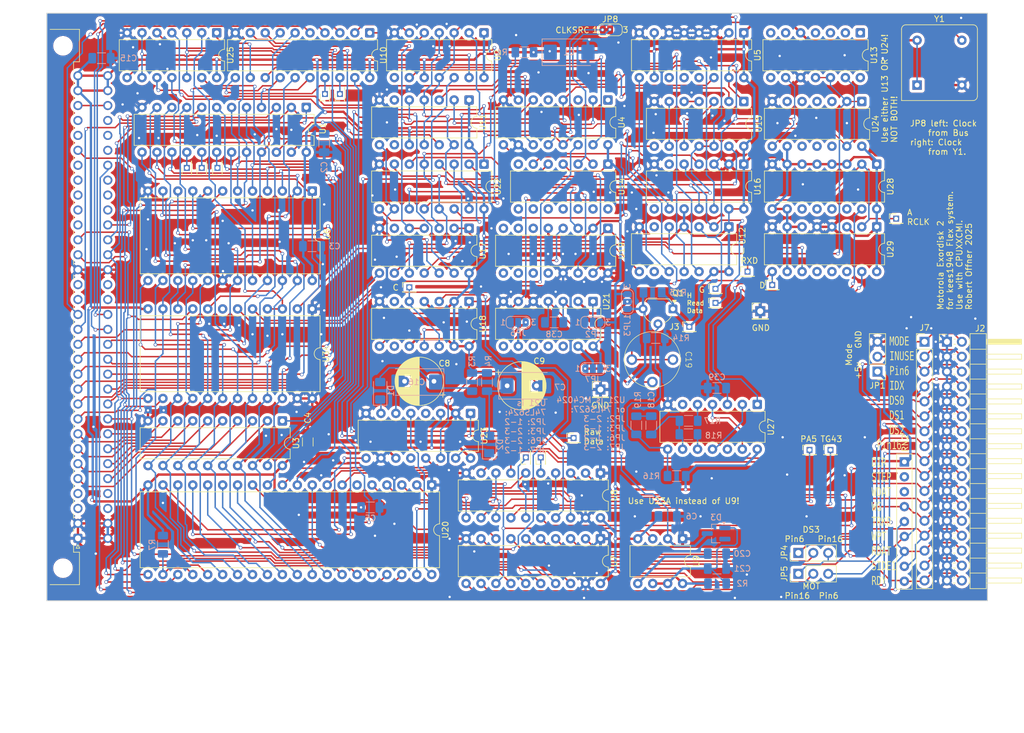
<source format=kicad_pcb>
(kicad_pcb (version 20241229) (generator "pcbnew") (generator_version "9.0")
  (layers (0 "F.Cu" signal) (2 "B.Cu" signal) (13 "F.Paste" user) (15 "B.Paste" user) (5 "F.SilkS" user "F.Silkscreen") (7 "B.SilkS" user "B.Silkscreen") (1 "F.Mask" user) (3 "B.Mask" user) (25 "Edge.Cuts" user))
  (net 0 "")
  (net 1 "GND")
  (net 2 "/BA1")
  (net 3 "/BD1")
  (net 4 "/BD5")
  (net 5 "/BD4")
  (net 6 "/BA15")
  (net 7 "/BA2")
  (net 9 "/BD3")
  (net 10 "/BA13")
  (net 11 "/RBAUD")
  (net 12 "+5V")
  (net 13 "/BA5")
  (net 14 "Net-(C18-Pad2)")
  (net 15 "/BA9")
  (net 16 "/BA16")
  (net 17 "/BA18")
  (net 18 "/BA11")
  (net 19 "/DIV5")
  (net 20 "/BA10")
  (net 21 "/B_E")
  (net 22 "/~{EXT}")
  (net 24 "/BA8")
  (net 25 "/BA3")
  (net 26 "/~{RES}")
  (net 27 "/B_Q")
  (net 28 "/DIV4")
  (net 29 "/~{B_RES}")
  (net 30 "/B_BA")
  (net 31 "/BA7")
  (net 32 "/BD2")
  (net 34 "/BD6")
  (net 35 "Net-(U27-A)")
  (net 36 "/BA17")
  (net 37 "/~{B_VMA}")
  (net 38 "/BD0")
  (net 39 "/DIV3")
  (net 40 "/DIV7")
  (net 41 "/BA4")
  (net 42 "/BA14")
  (net 43 "/BA6")
  (net 44 "/BD7")
  (net 46 "/BA19")
  (net 48 "/B_MR")
  (net 49 "/DIV6")
  (net 50 "/~{B_HLT}")
  (net 53 "/BA0")
  (net 54 "/BA12")
  (net 55 "/~{B_RW}")
  (net 56 "/~{DBEN}")
  (net 57 "/DBDIR")
  (net 58 "Net-(U9-CV)")
  (net 59 "Net-(U27-V)")
  (net 60 "Net-(D1-K)")
  (net 61 "Net-(D1-A)")
  (net 62 "/Floppy Logic/~{RFF}")
  (net 63 "/~{IRQ}")
  (net 64 "/~{NMI}")
  (net 65 "/Floppy Logic/~{F_WG}")
  (net 66 "/Floppy Logic/~{RDAT}")
  (net 67 "/Floppy Logic/~{WDAT}")
  (net 68 "/Floppy Logic/INUSE")
  (net 69 "/Floppy Logic/~{DS0}")
  (net 70 "/Floppy Logic/~{TRK00}")
  (net 71 "/Floppy Logic/~{WPT}")
  (net 72 "/Floppy Logic/~{STEP}")
  (net 73 "/Floppy Logic/~{F_MODE}")
  (net 74 "/Floppy Logic/~{IDX}")
  (net 75 "/Floppy Logic/~{DS1}")
  (net 76 "/Floppy Logic/~{F_RDY}")
  (net 77 "/Floppy Logic/~{SIDE1}")
  (net 78 "/Floppy Logic/F_A")
  (net 79 "/Floppy Logic/~{DIR}")
  (net 80 "/Floppy Logic/F_B")
  (net 81 "/Floppy Logic/~{DS2}")
  (net 82 "/Floppy Logic/~{DS3}")
  (net 83 "/Floppy Logic/~{F_MOT}")
  (net 84 "Net-(Q1-B)")
  (net 85 "Net-(U4-PS)")
  (net 86 "Net-(U20-CS0)")
  (net 87 "Net-(U27-UF)")
  (net 88 "Net-(U27-DF)")
  (net 91 "/~{6852_CS}")
  (net 92 "/~{6820_CS}")
  (net 93 "/~{ROM_CS}")
  (net 94 "/Floppy Logic/CLK_U5_15")
  (net 95 "/Floppy Logic/~{EN_CRC}")
  (net 96 "/Floppy Logic/RESET")
  (net 98 "/Floppy Logic/SHIFT_CRC")
  (net 99 "Net-(U16B-D)")
  (net 100 "/D1")
  (net 101 "/D5")
  (net 102 "/D3")
  (net 103 "/D2")
  (net 104 "/D7")
  (net 105 "/D6")
  (net 106 "/D0")
  (net 107 "/D4")
  (net 109 "Net-(U16B-Q)")
  (net 110 "/Floppy Logic/SLOW")
  (net 111 "/Floppy Logic/CRC_RDAT")
  (net 112 "/Floppy Logic/CRC_DOUT")
  (net 113 "/Floppy Logic/TXD")
  (net 115 "/Floppy Logic/~{RESET}")
  (net 116 "Net-(U11A-D)")
  (net 118 "/Floppy Logic/WRITE{slash}~{READ}")
  (net 120 "Net-(U12B-C)")
  (net 123 "Net-(U22-Za)")
  (net 124 "/Floppy Logic/TRK0")
  (net 125 "/Floppy Logic/RAW_DATA")
  (net 126 "/Floppy Logic/IDX8")
  (net 127 "/Floppy Logic/WPROT")
  (net 128 "/Floppy Logic/DIRQ")
  (net 129 "/Floppy Logic/MOFF")
  (net 130 "/Floppy Logic/TG43")
  (net 131 "/Floppy Logic/WDATA")
  (net 132 "/Floppy Logic/DS0")
  (net 133 "/Floppy Logic/RDY")
  (net 134 "/Floppy Logic/STEP")
  (net 135 "/Floppy Logic/WG")
  (net 136 "/Floppy Logic/DS1")
  (net 137 "Net-(J8-Pin_1)")
  (net 138 "Net-(J9-Pin_1)")
  (net 139 "/Floppy Logic/~{TG43}")
  (net 140 "/Floppy Logic/~{TUF}")
  (net 141 "/Floppy Logic/TUF#")
  (net 142 "/Floppy Logic/TUF")
  (net 143 "/Floppy Logic/PB2")
  (net 144 "/Floppy Logic/CRC_DATA")
  (net 145 "/Floppy Logic/FAST")
  (net 146 "/Floppy Logic/PB0")
  (net 147 "Net-(U11A-C)")
  (net 149 "/Floppy Logic/CRC-0")
  (net 151 "Net-(U11B-~{Q})")
  (net 152 "Net-(U12B-~{Q})")
  (net 155 "/Floppy Logic/RXD")
  (net 157 "Net-(U14A-D)")
  (net 158 "/Floppy Logic/CLK500k")
  (net 159 "Net-(U15-Pad4)")
  (net 160 "Net-(U15-Pad6)")
  (net 161 "Net-(U15-Pad10)")
  (net 162 "Net-(U22-I0d)")
  (net 163 "Net-(U16B-C)")
  (net 165 "/Floppy Logic/D")
  (net 167 "Net-(U4-RD_CLK)")
  (net 168 "Net-(U22-I1a)")
  (net 171 "/Floppy Logic/RCLK")
  (net 172 "Net-(J12-Pin_1)")
  (net 173 "/Floppy Logic/~{SM_Latch}")
  (net 177 "Net-(U19A-J)")
  (net 182 "/Floppy Logic/DS2")
  (net 183 "/Floppy Logic/DS3")
  (net 184 "/Floppy Logic/PA5")
  (net 185 "Net-(U20-CA1)")
  (net 186 "Net-(U20-CB2)")
  (net 187 "/Floppy Logic/HLD")
  (net 188 "/Floppy Logic/SM_Latch")
  (net 189 "Net-(U27-D1)")
  (net 190 "Net-(U27-PU)")
  (net 192 "/Floppy Logic/F")
  (net 202 "Net-(U23B-Cext)")
  (net 204 "unconnected-(U23B-~{Q}-Pad12)")
  (net 216 "Net-(U23A-Cext)")
  (net 217 "Net-(D2-A)")
  (net 218 "Net-(D2-K)")
  (net 219 "/Floppy Logic/~{8x_RD_CLK}")
  (net 220 "/Floppy Logic/8x_RD_CLK")
  (net 221 "/Floppy Logic/CX1")
  (net 222 "/Floppy Logic/CX2")
  (net 223 "Net-(JP3-A)")
  (net 224 "/Floppy Logic/Pin9")
  (net 225 "/Floppy Logic/Pin1")
  (net 226 "/Floppy Logic/Pin2")
  (net 227 "/Floppy Logic/Pin13")
  (net 228 "Net-(J10-Pin_1)")
  (net 229 "Net-(J11-Pin_1)")
  (net 230 "/Floppy Logic/~{SWCLK}")
  (net 231 "Net-(U34-RXClk)")
  (net 232 "Net-(U10-I2)")
  (net 233 "Net-(U10-I1{slash}CLK)")
  (net 234 "/SEL")
  (net 235 "Net-(J4-Pin_1)")
  (net 236 "Net-(J5-Pin_1)")
  (net 237 "Net-(J6-Pin_1)")
  (net 238 "Net-(J17-Pin_1)")
  (net 239 "Net-(U9-DIS)")
  (net 241 "Net-(JP8-B)")
  (net 242 "Net-(JP8-C)")
  (footprint "Capacitor_SMD:C_1206_3216Metric_Pad1.33x1.80mm_HandSolder" (layer "F.Cu") (at 104.394 122.9745 90)
    (property "Reference" "C4")
    (property "Value" "100n")
  )
  (footprint "Connector_PinHeader_1.27mm:PinHeader_1x01_P1.27mm_Vertical" (layer "F.Cu") (at 204.47 84.963)
    (property "Reference" "J15" (hide yes))
    (property "Value" "Conn_01x01" (hide yes))
  )
  (footprint "Connector_PinHeader_1.27mm:PinHeader_1x01_P1.27mm_Vertical" (layer "F.Cu") (at 183.388 96.266)
    (property "Reference" "J14" (hide yes))
    (property "Value" "Conn_01x01" (hide yes))
  )
  (footprint "Package_DIP:DIP-16_W7.62mm" (layer "F.Cu") (at 134.366 75.692 -90)
    (property "Reference" "U22")
    (property "Value" "74LS157")
  )
  (footprint "Connector_PinHeader_2.54mm:PinHeader_1x03_P2.54mm_Vertical" (layer "F.Cu") (at 187.833 141.859 90)
    (property "Reference" "JP4")
    (property "Value" ".")
  )
  (footprint "Package_DIP:DIP-16_W7.62mm" (layer "F.Cu") (at 155.448 86.614 -90)
    (property "Reference" "U19")
    (property "Value" "74LS76")
  )
  (footprint "Package_DIP:DIP-14_W7.62mm" (layer "F.Cu") (at 88.9 53.34 -90)
    (property "Reference" "U25")
    (property "Value" "74LS04")
  )
  (footprint "Connector_PinHeader_1.27mm:PinHeader_1x01_P1.27mm_Vertical" (layer "F.Cu") (at 144.018 125.603 90)
    (property "Reference" "J9" (hide yes))
    (property "Value" "Conn_01x01" (hide yes))
  )
  (footprint "Package_DIP:DIP-14_W7.62mm" (layer "F.Cu") (at 176.022 86.36 -90)
    (property "Reference" "U12")
    (property "Value" "74HCT74")
  )
  (footprint "Package_DIP:DIP-14_W7.62mm" (layer "F.Cu") (at 198.628 65.024 -90)
    (property "Reference" "U24")
    (property "Value" "74HC164")
  )
  (footprint "Package_DIP:DIP-24_W7.62mm" (layer "F.Cu") (at 104.14 66.04 -90)
    (property "Reference" "U1")
    (property "Value" "GAL22V10")
  )
  (footprint "Connector_PinHeader_2.54mm:PinHeader_1x03_P2.54mm_Vertical" (layer "F.Cu") (at 201.295 110.998 180)
    (property "Reference" "JP1")
    (property "Value" ".")
  )
  (footprint "Package_DIP:DIP-8_W7.62mm" (layer "F.Cu") (at 168.148 139.451 -90)
    (property "Reference" "U9")
    (property "Value" "NE7555P")
  )
  (footprint "my_own:Capacitor_Trim" (layer "F.Cu") (at 159.512 108.966 -90)
    (property "Reference" "C19")
    (property "Value" "8-25p")
  )
  (footprint "Package_DIP:DIP-14_W7.62mm" (layer "F.Cu") (at 131.826 99.06 -90)
    (property "Reference" "U18")
    (property "Value" "74HCT74")
  )
  (footprint "Connector_PinHeader_1.27mm:PinHeader_1x01_P1.27mm_Vertical" (layer "F.Cu") (at 121.666 96.647)
    (property "Reference" "J12" (hide yes))
    (property "Value" "Conn_01x01" (hide yes))
  )
  (footprint "Package_DIP:DIP-16_W7.62mm" (layer "F.Cu") (at 178.562 53.34 -90)
    (property "Reference" "U5")
    (property "Value" "74F163")
  )
  (footprint "Package_DIP:DIP-16_W7.62mm" (layer "F.Cu") (at 201.168 86.36 -90)
    (property "Reference" "U29")
    (property "Value" "74F163")
  )
  (footprint "Package_DIP:DIP-20_W7.62mm" (layer "F.Cu") (at 154.178 128.27 -90)
    (property "Reference" "U8")
    (property "Value" "74HCT244")
  )
  (footprint "Package_DIP:DIP-20_W7.62mm" (layer "F.Cu") (at 100.076 119.385 -90)
    (property "Reference" "U3")
    (property "Value" "74HC245")
  )
  (footprint "Connector_PinHeader_1.27mm:PinHeader_1x01_P1.27mm_Vertical" (layer "F.Cu") (at 173.736 99.314)
    (property "Reference" "J17" (hide yes))
    (property "Value" "Conn_01x01" (hide yes))
  )
  (footprint "Package_DIP:DIP-16_W7.62mm" (layer "F.Cu") (at 132.08 118.11 -90)
    (property "Reference" "U23")
    (property "Value" "74LS123")
  )
  (footprint "Package_DIP:DIP-14_W7.62mm" (layer "F.Cu") (at 178.562 65.024 -90)
    (property "Reference" "U15")
    (property "Value" "74HCT04")
  )
  (footprint "Package_DIP:DIP-40_W15.24mm" (layer "F.Cu") (at 125.476 130.302 -90)
    (property "Reference" "U20")
    (property "Value" "68B21")
  )
  (footprint "Connector_PinHeader_1.27mm:PinHeader_1x01_P1.27mm_Vertical" (layer "F.Cu") (at 173.736 96.901)
    (property "Reference" "J16" (hide yes))
    (property "Value" "Conn_01x01" (hide yes))
  )
  (footprint "Jumper:SolderJumper-3_P1.3mm_Bridged12_RoundedPad1.0x1.5mm_NumberLabels" (layer "F.Cu") (at 155.829 52.832)
    (property "Reference" "JP8")
    (property "Value" "CLOCKSRC")
  )
  (footprint "Connector_PinHeader_1.27mm:PinHeader_1x01_P1.27mm_Vertical" (layer "F.Cu") (at 83.82 76.327 90)
    (property "Reference" "J4" (hide yes))
    (property "Value" "Conn_01x01" (hide yes))
  )
  (footprint "Package_DIP:DIP-14_W7.62mm" (layer "F.Cu") (at 155.448 75.692 -90)
    (property "Reference" "U14")
    (property "Value" "74HCT74")
  )
  (footprint "Connector_PinHeader_1.27mm:PinHeader_1x01_P1.27mm_Vertical" (layer "F.Cu") (at 149.606 122.301)
    (property "Reference" "J13" (hide yes))
    (property "Value" "Conn_01x01" (hide yes))
  )
  (footprint "Connector_PinHeader_1.27mm:PinHeader_1x01_P1.27mm_Vertical" (layer "F.Cu") (at 109.855 63.754 90)
    (property "Reference" "J11" (hide yes))
    (property "Value" "Conn_01x01" (hide yes))
  )
  (footprint "Capacitor_THT:CP_Radial_D8.0mm_P5.00mm" (layer "F.Cu") (at 125.857 112.649 180)
    (property "Reference" "C8")
    (property "Value" "100u")
  )
  (footprint "Package_DIP:DIP-20_W7.62mm" (layer "F.Cu") (at 114.935 53.345 -90)
    (property "Reference" "U10")
    (property "Value" "GAL16V8")
  )
  (footprint "Package_DIP:DIP-14_W7.62mm" (layer "F.Cu") (at 152.908 99.06 -90)
    (property "Reference" "U21")
    (property "Value" "MC4024")
  )
  (footprint "Connector_PinHeader_1.27mm:PinHeader_1x01_P1.27mm_Vertical" (layer "F.Cu") (at 141.478 125.603 90)
    (property "Reference" "J8" (hide yes))
    (property "Value" "Conn_01x01" (hide yes))
  )
  (footprint "Package_DIP:DIP-14_W7.62mm" (layer "F.Cu") (at 178.562 75.692 -90)
    (property "Reference" "U16")
    (property "Value" "74HCT74")
  )
  (footprint "Connector_PinHeader_2.54mm:PinHeader_2x17_P2.54mm_Horizontal" (layer "F.Cu") (at 213.106 105.918)
    (property "Reference" "J2")
    (property "Value" "Floppy")
  )
  (footprint "Package_DIP:DIP-14_W7.62mm" (layer "F.Cu") (at 131.826 86.614 -90)
    (property "Reference" "U17")
    (property "Value" "74HCT00")
  )
  (footprint "Connector_PinHeader_2.54mm:PinHeader_1x01_P2.54mm_Vertical" (layer "F.Cu") (at 181.356 100.711)
    (property "Reference" "J19" (hide yes))
    (property "Value" "Conn_01x01" (hide yes))
  )
  (footprint "Connector_PinHeader_1.27mm:PinHeader_1x01_P1.27mm_Vertical" (layer "F.Cu") (at 179.197 93.98)
    (property "Reference" "J18" (hide yes))
    (property "Value" "Conn_01x01" (hide yes))
  )
  (footprint "Package_DIP:DIP-14_W7.62mm" (layer "F.Cu") (at 198.374 53.34 -90)
    (property "Reference" "U13")
    (property "Value" "74LS91")
  )
  (footprint "Connector_DIN:DIN41612_C_2x32_Male_Horizontal_THT" (layer "F.Cu") (at 65.3 139.373 90)
    (property "Reference" "J1" (hide yes))
    (property "Value" "BUS" (hide yes))
  )
  (footprint "Package_TO_SOT_THT:TO-92L_Wide" (layer "F.Cu") (at 166.497 100.33 180)
    (property "Reference" "Q1")
    (property "Value" "BC337")
  )
  (footprint "Capacitor_THT:CP_Radial_D8.0mm_P5.00mm" (layer "F.Cu") (at 138.303 113.411)
    (property "Reference" "C9")
    (property "Value" "100u")
  )
  (footprint "Connector_PinHeader_1.27mm:PinHeader_1x01_P1.27mm_Vertical" (layer "F.Cu") (at 193.294 124.333)
    (property "Reference" "J21" (hide yes))
    (property "Value" "Conn_01x01" (hide yes))
  )
  (footprint "Package_DIP:DIP-14_W7.62mm" (layer "F.Cu") (at 180.848 116.586 -90)
    (property "Reference" "U27")
    (property "Value" "MC4044")
  )
  (footprint "Connector_PinHeader_2.54mm:PinHeader_1x03_P2.54mm_Vertical" (layer "F.Cu") (at 187.833 145.415 90)
    (property "Reference" "JP5")
    (property "Value" ".")
  )
  (footprint "Oscillator:Oscillator_DIP-8" (layer "F.Cu") (at 208.026 62.23)
    (property "Reference" "Y1")
    (property "Value" "1M")
  )
  (footprint "Connector_PinHeader_1.27mm:PinHeader_1x01_P1.27mm_Vertical" (layer "F.Cu") (at 107.315 63.754 90)
    (property "Reference" "J10" (hide yes))
    (property "Value" "Conn_01x01" (hide yes))
  )
  (footprint "Package_DIP:DIP-24_W15.24mm" (layer "F.Cu") (at 105.156 80.264 -90)
    (property "Reference" "U6")
    (property "Value" "27C32")
  )
  (footprint "Package_DIP:DIP-16_W7.62mm" (layer "F.Cu") (at 201.168 75.697 -90)
    (property "Reference" "U28")
    (property "Value" "74F163")
  )
  (footprint "Connector_PinHeader_1.27mm:PinHeader_1x01_P1.27mm_Vertical" (layer "F.Cu") (at 86.36 76.327 90)
    (property "Reference" "J5" (hide yes))
    (property "Value" "Conn_01x01" (hide yes))
  )
  (footprint "Package_DIP:DIP-24_W15.24mm" (layer "F.Cu") (at 105.156 100.33 -90)
    (property "Reference" "U34")
    (property "Value" "6852_DIL24")
  )
  (footprint "Package_DIP:DIP-20_W7.62mm" (layer "F.Cu") (at 154.178 139.446 -90)
    (property "Reference" "U7")
    (property "Value" "74HCT240")
  )
  (footprint "Connector_PinHeader_2.54mm:PinHeader_1x17_P2.54mm_Vertical" (layer "F.Cu") (at 209.296 105.918)
    (property "Reference" "J7")
    (property "Value" "Conn_01x17")
  )
  (footprint "Connector_PinHeader_1.27mm:PinHeader_1x01_P1.27mm_Vertical" (layer "F.Cu") (at 89.027 76.327 90)
    (property "Reference" "J6" (hide yes))
    (property "Value" "Conn_01x01" (hide yes))
  )
  (footprint "Connector_PinHeader_1.27mm:PinHeader_1x01_P1.27mm_Vertical" (layer "F.Cu") (at 189.738 124.333)
    (property "Reference" "J22" (hide yes))
    (property "Value" "Conn_01x01" (hide yes))
  )
  (footprint "Connector_PinHeader_1.27mm:PinHeader_1x01_P1.27mm_Vertical" (layer "F.Cu") (at 169.291 103.378)
    (property "Reference" "J3")
    (property "Value" "Conn_01x01")
  )
  (footprint "Package_DIP:DIP-14_W7.62mm" (layer "F.Cu") (at 134.366 53.34 -90)
    (property "Reference" "U2")
    (property "Value" "74HCT74")
  )
  (footprint "Package_DIP:DIP-14_W7.62mm" (layer "F.Cu") (at 131.826 64.77 -90)
    (property "Reference" "U11")
    (property "Value" "74HCT74")
  )
  (footprint "Package_DIP:DIP-16_W7.62mm" (layer "F.Cu") (at 155.448 64.77 -90)
    (property "Reference" "U4")
    (property "Value" "MC8506")
  )
  (footprint "Resistor_THT:R_Array_SIP9" (layer "F.Cu") (at 205.867 126.365 -90)
    (property "Reference" "RN2")
    (property "Value" "1k")
  )
  (footprint "Connector_PinHeader_2.54mm:PinHeader_1x01_P2.54mm_Vertical" (layer "F.Cu") (at 154.178 114.046)
    (property "Reference" "J20" (hide yes))
    (property "Value" "Conn_01x01" (hide yes))
  )
  (footprint "Resistor_SMD:R_1206_3216Metric_Pad1.30x1.75mm_HandSolder" (layer "B.Cu") (at 79.756 140.462 -90)
    (property "Reference" "R7")
    (property "Value" "1k" (hide yes))
  )
  (footprint "Jumper:SolderJumper-3_P1.3mm_Open_RoundedPad1.0x1.5mm_NumberLabels" (layer "B.Cu") (at 152.878 102.616)
    (property "Reference" "JP2")
    (property "Value" "Jumper_3_Open")
  )
  (footprint "Jumper:SolderJumper-3_P1.3mm_Open_RoundedPad1.0x1.5mm_NumberLabels" (layer "B.Cu") (at 158.75 99.09 90)
    (property "Reference" "JP3")
    (property "Value" "Jumper_3_Open")
  )
  (footprint "Resistor_SMD:R_1206_3216Metric_Pad1.30x1.75mm_HandSolder" (layer "B.Cu") (at 167.132 128.778 180)
    (property "Reference" "R16")
    (property "Value" "1k")
  )
  (footprint "Diode_SMD:D_1206_3216Metric_Pad1.42x1.75mm_HandSolder" (layer "B.Cu") (at 116.713 114.2635 90)
    (property "Reference" "D1")
    (property "Value" "1N4148")
  )
  (footprint "Package_TO_SOT_SMD:SOT-23_Handsoldering" (layer "B.Cu") (at 173.839 138.557 180)
    (property "Reference" "D3")
    (property "Value" "BAS40-04")
  )
  (footprint "Diode_SMD:D_1206_3216Metric_Pad1.42x1.75mm_HandSolder" (layer "B.Cu") (at 135.255 123.4075 90)
    (property "Reference" "D2")
    (property "Value" "1N4148")
  )
  (footprint "Capacitor_SMD:C_1206_3216Metric_Pad1.33x1.80mm_HandSolder" (layer "B.Cu") (at 165.608 135.636)
    (property "Reference" "C6")
    (property "Value" "100n")
  )
  (footprint "Capacitor_SMD:C_1206_3216Metric_Pad1.33x1.80mm_HandSolder" (layer "B.Cu") (at 115.0235 134.112)
    (property "Reference" "C5")
    (property "Value" "100n")
  )
  (footprint "Resistor_SMD:R_1206_3216Metric_Pad1.30x1.75mm_HandSolder" (layer "B.Cu") (at 169.164 119.38 180)
    (property "Reference" "R17")
    (property "Value" "2k2")
  )
  (footprint "Capacitor_SMD:C_1206_3216Metric_Pad1.33x1.80mm_HandSolder" (layer "B.Cu") (at 107.188 72.0975 -90)
    (property "Reference" "C2")
    (property "Value" "100n")
  )
  (footprint "Resistor_SMD:R_1206_3216Metric_Pad1.30x1.75mm_HandSolder" (layer "B.Cu") (at 160.274 120.142 -90)
    (property "Reference" "R19")
    (property "Value" "720E")
  )
  (footprint "Capacitor_SMD:C_1206_3216Metric_Pad1.33x1.80mm_HandSolder" (layer "B.Cu") (at 146.304 102.616)
    (property "Reference" "C38")
    (property "Value" "10p")
  )
  (footprint "Capacitor_SMD:C_1206_3216Metric_Pad1.33x1.80mm_HandSolder" (layer "B.Cu") (at 162.814 120.142 90)
    (property "Reference" "C18")
    (property "Value" "10n")
  )
  (footprint "Resistor_SMD:R_1206_3216Metric_Pad1.30x1.75mm_HandSolder" (layer "B.Cu") (at 163.576 105.283)
    (property "Reference" "R14")
    (property "Value" "820E")
  )
  (footprint "Resistor_SMD:R_1206_3216Metric_Pad1.30x1.75mm_HandSolder" (layer "B.Cu") (at 169.138 121.666 180)
    (property "Reference" "R18")
    (property "Value" "2k2")
  )
  (footprint "Capacitor_SMD:C_1206_3216Metric_Pad1.33x1.80mm_HandSolder" (layer "B.Cu") (at 173.99 144.526)
    (property "Reference" "C21")
    (property "Value" "1u")
  )
  (footprint "Capacitor_Tantalum_SMD:CP_EIA-7343-31_Kemet-D_HandSolder" (layer "B.Cu") (at 141.478 113.411)
    (property "Reference" "C7")
    (property "Value" "100u")
  )
  (footprint "Resistor_SMD:R_1206_3216Metric_Pad1.30x1.75mm_HandSolder" (layer "B.Cu") (at 141.25 56.642 180)
    (property "Reference" "R1")
    (property "Value" "1k")
  )
  (footprint "Capacitor_SMD:C_1206_3216Metric_Pad1.33x1.80mm_HandSolder" (layer "B.Cu") (at 105.1175 89.662)
    (property "Reference" "C3")
    (property "Value" "100n")
  )
  (footprint "Capacitor_Tantalum_SMD:CP_EIA-7343-31_Kemet-D_HandSolder" (layer "B.Cu") (at 148.844 56.642)
    (property "Reference" "C1")
    (property "Value" "10u")
  )
  (footprint "Resistor_SMD:R_1206_3216Metric_Pad1.30x1.75mm_HandSolder" (layer "B.Cu") (at 134.874 112.776 -90)
    (property "Reference" "R4")
    (property "Value" "47k")
  )
  (footprint "Jumper:SolderJumper-3_P1.3mm_Open_RoundedPad1.0x1.5mm_NumberLabels" (layer "B.Cu") (at 152.878 110.49)
    (property "Reference" "JP7")
    (property "Value" "Jumper_3_Open")
  )
  (footprint "Resistor_SMD:R_1206_3216Metric_Pad1.30x1.75mm_HandSolder" (layer "B.Cu") (at 163.042 97.536 180)
    (property "Reference" "R13")
    (property "Value" "200E")
  )
  (footprint "Capacitor_Tantalum_SMD:CP_EIA-7343-31_Kemet-D_HandSolder" (layer "B.Cu") (at 122.936 112.776 180)
    (property "Reference" "C16")
    (property "Value" "100u")
  )
  (footprint "Capacitor_SMD:C_1206_3216Metric_Pad1.33x1.80mm_HandSolder" (layer "B.Cu") (at 173.99 141.986)
    (property "Reference" "C20")
    (property "Value" "10n")
  )
  (footprint "Jumper:SolderJumper-3_P1.3mm_Open_RoundedPad1.0x1.5mm_NumberLabels" (layer "B.Cu") (at 140.178 102.616)
    (property "Reference" "JP6")
    (property "Value" "Jumper_3_Open")
  )
  (footprint "Resistor_SMD:R_1206_3216Metric_Pad1.30x1.75mm_HandSolder" (layer "B.Cu") (at 132.334 112.776 -90)
    (property "Reference" "R3")
    (property "Value" "27k")
  )
  (footprint "Resistor_SMD:R_1206_3216Metric_Pad1.30x1.75mm_HandSolder" (layer "B.Cu") (at 174.016 147.066 180)
    (property "Reference" "R2")
    (property "Value" "10M")
  )
  (footprint "Capacitor_SMD:C_1206_3216Metric_Pad1.33x1.80mm_HandSolder" (layer "B.Cu") (at 69.3035 57.658)
    (property "Reference" "C15")
    (property "Value" "100n")
  )
  (footprint "Capacitor_SMD:C_1206_3216Metric_Pad1.33x1.80mm_HandSolder" (layer "B.Cu") (at 173.99 113.792 180)
    (property "Reference" "C39")
    (property "Value" "56p")
  )
  (gr_rect (start 60 50) (end 220 150) (stroke (width 0.15)) (fill no) (layer "Edge.Cuts"))
  (gr_text "Raw\nData" (at 151.257 123.444 0) (layer "F.SilkS") (effects (font (size 1 1)) (justify left bottom)))
  (gr_text "    MOT\nPin16  Pin6" (at 185.42 149.733 0) (layer "F.SilkS") (effects (font (size 1 1)) (justify left bottom)))
  (gr_text "Motorola Exordisk 2\nfor kees1948 Flex system.\nUse with CPUXXCMI.\nRobert Offner 2025" (at 217.424 100.584 90) (layer "F.SilkS") (effects (font (size 1 1)) (justify left bottom)))
  (gr_text "PA5" (at 188.087 123.063 0) (layer "F.SilkS") (effects (font (size 1 1)) (justify left bottom)))
  (gr_text "H\nRead\nData" (at 168.783 101.092 0) (layer "F.SilkS") (effects (font (size 0.8 0.8)) (justify left bottom)))
  (gr_text "C" (at 118.745 97.282 0) (layer "F.SilkS") (effects (font (size 1 1)) (justify left bottom)))
  (gr_text "Use either U13 OR U24!\nNOT BOTH!" (at 204.724 72.136 90) (layer "F.SilkS") (effects (font (size 1 1)) (justify left bottom)))
  (gr_text "GND\n" (at 179.832 104.14 0) (layer "F.SilkS") (effects (font (size 1 1)) (justify left bottom)))
  (gr_text "   Mode\n+5v   GND" (at 198.628 112.395 90) (layer "F.SilkS") (effects (font (size 1 1)) (justify left bottom)))
  (gr_text "GND\n" (at 152.527 117.348 0) (layer "F.SilkS") (effects (font (size 1 1)) (justify left bottom)))
  (gr_text "D" (at 181.102 96.901 0) (layer "F.SilkS") (effects (font (size 1 1)) (justify left bottom)))
  (gr_text "Pin16" (at 201.168 124.46 0) (layer "F.SilkS") (effects (font (size 1.5 1)) (justify left bottom)))
  (gr_text "G\n" (at 170.815 97.646 0) (layer "F.SilkS") (effects (font (size 1 1)) (justify left bottom)))
  (gr_text "Use U23A instead of U9!" (at 158.75 133.604 0) (layer "F.SilkS") (effects (font (size 1 1)) (justify left bottom)))
  (gr_text "A\nRCLK" (at 206.248 86.106 0) (layer "F.SilkS") (effects (font (size 1 1)) (justify left bottom)))
  (gr_text "CLKSRC" (at 146.431 53.467 0) (layer "F.SilkS") (effects (font (size 1 1)) (justify left bottom)))
  (gr_text "MODE\nINUSE\nPin6\nIDX\nDS0\nDS1\nDS2" (at 203.327 121.92 0) (layer "F.SilkS") (effects (font (size 1.5 1)) (justify left bottom)))
  (gr_text "JP8 left: Clock \n    from Bus\nright: Clock \n    from Y1." (at 206.756 74.168 0) (layer "F.SilkS") (effects (font (size 1 1)) (justify left bottom)))
  (gr_text "    DS3\nPin6   Pin16" (at 185.42 140.081 0) (layer "F.SilkS") (effects (font (size 1 1)) (justify left bottom)))
  (gr_text "DIR\nSTEP\nWDAT\nWG\nTRK0\nWPT\nRDAT\nSIDE1\nRDY" (at 200.279 147.574 0) (layer "F.SilkS") (effects (font (size 1.5 1)) (justify left bottom)))
  (gr_text "TG43" (at 191.516 123.063 0) (layer "F.SilkS") (effects (font (size 1 1)) (justify left bottom)))
  (gr_text "J\nRXD" (at 177.927 92.71 0) (layer "F.SilkS") (effects (font (size 1 1)) (justify left bottom)))
  (gr_text "U21 is MC4024\nor 74LS627:\nJP2: 2-3\nJP3: 1-2\nJP6: 1-2\nJP7: 2-3\n" (at 158.496 124.46 0) (layer "B.SilkS") (effects (font (size 1 1)) (justify left bottom mirror)))
  (gr_text "U21 is \n74LS624:\nJP2: 1-2\nJP3: 2-3\nJP6: 2-3\nJP7: 1-2\n" (at 145.034 124.968 0) (layer "B.SilkS") (effects (font (size 1 1)) (justify left bottom mirror)))
  (segment (start 67.31 141.986) (end 67.31 148.082) (width 0.4) (layer "F.Cu") (net 1))
  (segment (start 209.804 65.532) (end 206.375 65.532) (width 0.4) (layer "F.Cu") (net 1))
  (segment (start 191.008 86.36) (end 193.548 86.36) (width 0.4) (layer "F.Cu") (net 1))
  (segment (start 65.3 139.373) (end 65.3 139.976) (width 0.4) (layer "F.Cu") (net 1))
  (segment (start 115.385 81.026) (end 115.803889 81.444889) (width 0.4) (layer "F.Cu") (net 1))
  (segment (start 175.26 77.47) (end 175.768 76.962) (width 0.4) (layer "F.Cu") (net 1))
  (segment (start 183.388 75.697) (end 182.192 76.893) (width 0.4) (layer "F.Cu") (net 1))
  (segment (start 163.322 75.692) (end 165.1 77.47) (width 0.4) (layer "F.Cu") (net 1))
  (segment (start 107.188 82.55) (end 94.659661 82.55) (width 0.4) (layer "F.Cu") (net 1))
  (segment (start 104.394 121.158) (end 105.156 120.396) (width 0.4) (layer "F.Cu") (net 1))
  (segment (start 183.388 65.024) (end 185.42 62.992) (width 0.4) (layer "F.Cu") (net 1))
  (segment (start 106.781 92.71) (end 106.957 92.71) (width 0.4) (layer "F.Cu") (net 1))
  (segment (start 147.828 94.234) (end 149.589 92.473) (width 0.4) (layer "F.Cu") (net 1))
  (segment (start 92.017573 93.890889) (end 92.182462 93.726) (width 0.4) (layer "F.Cu") (net 1))
  (segment (start 104.394 121.412) (end 104.394 121.158) (width 0.4) (layer "F.Cu") (net 1))
  (segment (start 175.768 76.962) (end 175.768 75.946) (width 0.4) (layer "F.Cu") (net 1))
  (segment (start 184.745 149.519) (end 184.912 149.352) (width 0.4) (layer "F.Cu") (net 1))
  (segment (start 188.214 60.96) (end 186.182 62.992) (width 0.4) (layer "F.Cu") (net 1))
  (segment (start 213.106 62.23) (end 209.804 65.532) (width 0.4) (layer "F.Cu") (net 1))
  (segment (start 210.312 149.352) (end 184.912 149.352) (width 0.4) (layer "F.Cu") (net 1))
  (segment (start 131.318 139.446) (end 128.524 139.446) (width 0.4) (layer "F.Cu") (net 1))
  (segment (start 184.912 87.884) (end 189.484 87.884) (width 0.4) (layer "F.Cu") (net 1))
  (segment (start 155.448 94.234) (end 158.115 94.234) (width 0.4) (layer "F.Cu") (net 1))
  (segment (start 177.038 149.519) (end 184.745 149.519) (width 0.4) (layer "F.Cu") (net 1))
  (segment (start 131.318 128.27) (end 128.905 128.27) (width 0.4) (layer "F.Cu") (net 1))
  (segment (start 79.883 117.602) (end 100.584 117.602) (width 0.4) (layer "F.Cu") (net 1))
  (segment (start 92.182462 93.726) (end 105.765 93.726) (width 0.4) (layer "F.Cu") (net 1))
  (segment (start 76.205 120.396) (end 67.945 120.396) (width 0.4) (layer "F.Cu") (net 1))
  (segment (start 65.3 136.833) (end 65.3 139.373) (width 0.4) (layer "F.Cu") (net 1))
  (segment (start 100.584 117.602) (end 102.616 115.57) (width 0.4) (layer "F.Cu") (net 1))
  (segment (start 89.916 85.344) (end 77.47 85.344) (width 0.25) (layer "F.Cu") (net 1))
  (segment (start 199.39 58.547) (end 190.627 58.547) (width 0.4) (layer "F.Cu") (net 1))
  (segment (start 115.803889 81.444889) (end 131.544294 81.444889) (width 0.4) (layer "F.Cu") (net 1))
  (segment (start 105.664 122.682) (end 104.394 121.412) (width 0.4) (layer "F.Cu") (net 1))
  (segment (start 132.861538 149.352) (end 132.878538 149.369) (width 0.4) (layer "F.Cu") (net 1))
  (segment (start 177.223 76.893) (end 176.022 75.692) (width 0.4) (layer "F.Cu") (net 1))
  (segment (start 202.438 105.918) (end 204.724 103.632) (width 0.4) (layer "F.Cu") (net 1))
  (segment (start 70.38 93.653) (end 85.480339 93.653) (width 0.4) (layer "F.Cu") (net 1))
  (segment (start 77.216 119.385) (end 77.216 117.602) (width 0.4) (layer "F.Cu") (net 1))
  (segment (start 125.222 128.778) (end 119.413097 128.778) (width 0.4) (layer "F.Cu") (net 1))
  (segment (start 91.865661 85.344) (end 89.916 85.344) (width 0.4) (layer "F.Cu") (net 1))
  (segment (start 77.47 85.344) (end 77.216 85.09) (width 0.25) (layer "F.Cu") (net 1))
  (segment (start 189.484 87.884) (end 191.008 86.36) (width 0.4) (layer "F.Cu") (net 1))
  (segment (start 128.905 128.27) (end 128.397 127.762) (width 0.4) (layer "F.Cu") (net 1))
  (segment (start 149.589 92.473) (end 153.687 92.473) (width 0.4) (layer "F.Cu") (net 1))
  (segment (start 190.627 58.547) (end 188.214 60.96) (width 0.4) (layer "F.Cu") (net 1))
  (segment (start 77.216 117.602) (end 79.883 117.602) (width 0.4) (layer "F.Cu") (net 1))
  (segment (start 183.388 86.36) (end 184.912 87.884) (width 0.4) (layer "F.Cu") (net 1))
  (segment (start 165.1 77.47) (end 175.26 77.47) (width 0.4) (layer "F.Cu") (net 1))
  (segment (start 213.106 146.558) (end 210.312 149.352) (width 0.4) (layer "F.Cu") (net 1))
  (segment (start 65.3 139.976) (end 67.31 141.986) (width 0.4) (layer "F.Cu") (net 1))
  (segment (start 151.234 149.369) (end 151.384 149.519) (width 0.4) (layer "F.Cu") (net 1))
  (segment (start 70.38 93.653) (end 65.3 93.653) (width 0.4) (layer "F.Cu") (net 1))
  (segment (start 89.969352 93.890889) (end 92.017573 93.890889) (width 0.4) (layer "F.Cu") (net 1))
  (segment (start 215.646 62.23) (end 213.106 62.23) (width 0.4) (layer "F.Cu") (net 1))
  (segment (start 89.892241 93.968) (end 89.969352 93.890889) (width 0.4) (layer "F.Cu") (net 1))
  (segment (start 105.765 93.726) (end 106.781 92.71) (width 0.4) (layer "F.Cu") (net 1))
  (segment (start 65.3 136.833) (end 70.38 136.833) (width 0.4) (layer "F.Cu") (net 1))
  (segment (start 153.687 92.473) (end 155.448 94.234) (width 0.4) (layer "F.Cu") (net 1))
  (segment (start 206.375 65.532) (end 199.39 58.547) (width 0.4) (layer "F.Cu") (net 1))
  (segment (start 68.58 149.352) (end 128.524 149.352) (width 0.4) (layer "F.Cu") (net 1))
  (segment (start 112.522 122.682) (end 105.664 122.682) (width 0.4) (layer "F.Cu") (net 1))
  (segment (start 105.156 120.396) (end 105.156 115.57) (width 0.4) (layer "F.Cu") (net 1))
  (segment (start 206.248 103.632) (end 210.439 103.632) (width 0.4) (layer "F.Cu") (net 1))
  (segment (start 125.476 130.302) (end 125.476 129.032) (width 0.4) (layer "F.Cu") (net 1))
  (segment (start 132.878538 149.369) (end 151.234 149.369) (width 0.4) (layer "F.Cu") (net 1))
  (segment (start 119.413097 128.778) (end 119.119097 129.072) (width 0.4) (layer "F.Cu") (net 1))
  (segment (start 131.683537 81.534) (end 131.658471 81.559066) (width 0.4) (layer "F.Cu") (net 1))
  (segment (start 186.182 62.992) (end 185.42 62.992) (width 0.4) (layer "F.Cu") (net 1))
  (segment (start 137.668 81.534) (end 131.683537 81.534) (width 0.4) (layer "F.Cu") (net 1))
  (segment (start 182.192 76.893) (end 177.223 76.893) (width 0.4) (layer "F.Cu") (net 1))
  (segment (start 67.31 148.082) (end 68.58 149.352) (width 0.4) (layer "F.Cu") (net 1))
  (segment (start 85.480339 93.653) (end 85.795339 93.968) (width 0.4) (layer "F.Cu") (net 1))
  (segment (start 204.724 103.632) (end 206.248 103.632) (width 0.4) (layer "F.Cu") (net 1))
  (segment (start 201.295 105.918) (end 202.438 105.918) (width 0.4) (layer "F.Cu") (net 1))
  (segment (start 85.795339 93.968) (end 89.892241 93.968) (width 0.4) (layer "F.Cu") (net 1))
  (segment (start 77.216 119.385) (end 76.205 120.396) (width 0.4) (layer "F.Cu") (net 1))
  (segment (start 131.544294 81.444889) (end 131.658471 81.559066) (width 0.4) (layer "F.Cu") (net 1))
  (segment (start 175.768 75.946) (end 176.022 75.692) (width 0.4) (layer "F.Cu") (net 1))
  (segment (start 125.476 129.032) (end 125.222 128.778) (width 0.4) (layer "F.Cu") (net 1))
  (segment (start 102.616 115.57) (end 105.156 115.57) (width 0.4) (layer "F.Cu") (net 1))
  (segment (start 94.659661 82.55) (end 91.865661 85.344) (width 0.4) (layer "F.Cu") (net 1))
  (segment (start 177.038 149.519) (end 151.384 149.519) (width 0.4) (layer "F.Cu") (net 1))
  (segment (start 128.524 149.352) (end 132.861538 149.352) (width 0.4) (layer "F.Cu") (net 1))
  (segment (start 70.38 139.373) (end 65.3 139.373) (width 0.4) (layer "F.Cu") (net 1))
  (segment (start 158.115 94.234) (end 158.623 93.726) (width 0.4) (layer "F.Cu") (net 1))
  (via (at 90.932 89.154) (size 0.6) (drill 0.4) (layers "F.Cu" "B.Cu") (net 1))
  (via (at 211.201 110.871) (size 0.6) (drill 0.4) (layers "F.Cu" "B.Cu") (net 1))
  (via (at 165.735 80.518) (size 0.6) (drill 0.4) (layers "F.Cu" "B.Cu") (net 1))
  (via (at 197.993 80.01) (size 0.6) (drill 0.4) (layers "F.Cu" "B.Cu") (net 1))
  (via (at 115.062 122.936) (size 0.6) (drill 0.4) (layers "F.Cu" "B.Cu") (net 1))
  (via (at 128.016 51.816) (size 0.6) (drill 0.4) (layers "F.Cu" "B.Cu") (net 1))
  (via (at 97.536 104.902) (size 0.6) (drill 0.4) (layers "F.Cu" "B.Cu") (net 1))
  (via (at 143.637 60.071) (size 0.6) (drill 0.4) (layers "F.Cu" "B.Cu") (net 1))
  (via (at 129.54 88.773) (size 0.6) (drill 0.4) (layers "F.Cu" "B.Cu") (net 1))
  (via (at 90.17 102.87) (size 0.6) (drill 0.4) (layers "F.Cu" "B.Cu") (net 1))
  (via (at 116.84 96.647) (size 0.6) (drill 0.4) (layers "F.Cu" "B.Cu") (net 1))
  (via (at 79.883 117.602) (size 0.6) (drill 0.4) (layers "F.Cu" "B.Cu") (net 1))
  (via (at 112.522 122.682) (size 0.6) (drill 0.4) (layers "F.Cu" "B.Cu") (net 1))
  (via (at 211.201 144.018) (size 0.6) (drill 0.4) (layers "F.Cu" "B.Cu") (net 1))
  (via (at 119.119097 129.072) (size 0.6) (drill 0.4) (layers "F.Cu" "B.Cu") (net 1))
  (via (at 80.518 59.476) (size 0.6) (drill 0.4) (layers "F.Cu" "B.Cu") (net 1))
  (via (at 149.931281 90.972) (size 0.6) (drill 0.4) (layers "F.Cu" "B.Cu") (net 1))
  (via (at 99.608 88.9) (size 0.6) (drill 0.4) (layers "F.Cu" "B.Cu") (net 1))
  (via (at 206.248 103.632) (size 0.6) (drill 0.4) (layers "F.Cu" "B.Cu") (net 1))
  (via (at 115.824 138.938) (size 0.6) (drill 0.4) (layers "F.Cu" "B.Cu") (net 1))
  (via (at 151.384 95.718) (size 0.6) (drill 0.4) (layers "F.Cu" "B.Cu") (net 1))
  (via (at 179.07 145.542) (size 0.6) (drill 0.4) (layers "F.Cu" "B.Cu") (net 1))
  (via (at 128.397 127.762) (size 0.6) (drill 0.4) (layers "F.Cu" "B.Cu") (net 1))
  (via (at 119.507 91.44) (size 0.6) (drill 0.4) (layers "F.Cu" "B.Cu") (net 1))
  (via (at 199.136 122.174) (size 0.6) (drill 0.4) (layers "F.Cu" "B.Cu") (net 1))
  (via (at 152.908 90.972) (size 0.6) (drill 0.4) (layers "F.Cu" "B.Cu") (net 1))
  (via (at 67.945 120.396) (size 0.6) (drill 0.4) (layers "F.Cu" "B.Cu") (net 1))
  (via (at 163.576 67.183) (size 0.6) (drill 0.4) (layers "F.Cu" "B.Cu") (net 1))
  (via (at 117.856 68.58) (size 0.6) (drill 0.4) (layers "F.Cu" "B.Cu") (net 1))
  (via (at 128.524 139.446) (size 0.6) (drill 0.4) (layers "F.Cu" "B.Cu") (net 1))
  (via (at 106.68 128.651) (size 0.6) (drill 0.4) (layers "F.Cu" "B.Cu") (net 1))
  (via (at 151.384 149.519) (size 0.6) (drill 0.4) (layers "F.Cu" "B.Cu") (net 1))
  (via (at 100.076 104.648) (size 0.6) (drill 0.4) (layers "F.Cu" "B.Cu") (net 1))
  (via (at 217.932 101.981) (size 0.6) (drill 0.4) (layers "F.Cu" "B.Cu") (net 1))
  (via (at 160.02 135.636) (size 0.6) (drill 0.4) (layers "F.Cu" "B.Cu") (net 1))
  (via (at 121.666 62.992) (size 0.6) (drill 0.4) (layers "F.Cu" "B.Cu") (net 1))
  (via (at 107.188 82.55) (size 0.6) (drill 0.4) (layers "F.Cu" "B.Cu") (net 1))
  (via (at 138.557 90.972) (size 0.6) (drill 0.4) (layers "F.Cu" "B.Cu") (net 1))
  (via (at 145.269622 90.972) (size 0.6) (drill 0.4) (layers "F.Cu" "B.Cu") (net 1))
  (via (at 153.543 145.288) (size 0.6) (drill 0.4) (layers "F.Cu" "B.Cu") (net 1))
  (via (at 99.06 69.723) (size 0.6) (drill 0.4) (layers "F.Cu" "B.Cu") (net 1))
  (via (at 102.87 135.382) (size 0.6) (drill 0.4) (layers "F.Cu" "B.Cu") (net 1))
  (via (at 138.938 97.409) (size 0.6) (drill 0.4) (layers "F.Cu" "B.Cu") (net 1))
  (via (at 95.377 70.612) (size 0.6) (drill 0.4) (layers "F.Cu" "B.Cu") (net 1))
  (via (at 154.432 95.718) (size 0.6) (drill 0.4) (layers "F.Cu" "B.Cu") (net 1))
  (via (at 211.201 141.478) (size 0.6) (drill 0.4) (layers "F.Cu" "B.Cu") (net 1))
  (via (at 131.953 89.027) (size 0.6) (drill 0.4) (layers "F.Cu" "B.Cu") (net 1))
  (via (at 159.512 80.518) (size 0.6) (drill 0.4) (layers "F.Cu" "B.Cu") (net 1))
  (via (at 211.201 118.491) (size 0.6) (drill 0.4) (layers "F.Cu" "B.Cu") (net 1))
  (via (at 211.201 133.858) (size 0.6) (drill 0.4) (layers "F.Cu" "B.Cu") (net 1))
  (via (at 101.6 69.85) (size 0.6) (drill 0.4) (layers "F.Cu" "B.Cu") (net 1))
  (via (at 155.829 80.518) (size 0.6) (drill 0.4) (layers "F.Cu" "B.Cu") (net 1))
  (via (at 171.196 135.636) (size 0.6) (drill 0.4) (layers "F.Cu" "B.Cu") (net 1))
  (via (at 195.707 128.651) (size 0.6) (drill 0.4) (layers "F.Cu" "B.Cu") (net 1))
  (via (at 81.788 89.154) (size 0.6) (drill 0.4) (layers "F.Cu" "B.Cu") (net 1))
  (via (at 117.856 62.992) (size 0.6) (drill 0.4) (layers "F.Cu" "B.Cu") (net 1))
  (via (at 158.242 65.786) (size 0.6) (drill 0.4) (layers "F.Cu" "B.Cu") (net 1))
  (via (at 168.91 67.056) (size 0.6) (drill 0.4) (layers "F.Cu" "B.Cu") (net 1))
  (via (at 157.226 54.991) (size 0.6) (drill 0.4) (layers "F.Cu" "B.Cu") (net 1))
  (via (at 211.201 108.458) (size 0.6) (drill 0.4) (layers "F.Cu" "B.Cu") (net 1))
  (via (at 129.667 109.728) (size 0.6) (drill 0.4) (layers "F.Cu" "B.Cu") (net 1))
  (via (at 117.348 101.854) (size 0.6) (drill 0.4) (layers "F.Cu" "B.Cu") (net 1))
  (via (at 117.094 109.22) (size 0.6) (drill 0.4) (layers "F.Cu" "B.Cu") (net 1))
  (via (at 188.595 79.121) (size 0.6) (drill 0.4) (layers "F.Cu" "B.Cu") (net 1))
  (via (at 125.73 55.626) (size 0.6) (drill 0.4) (layers "F.Cu" "B.Cu") (net 1))
  (via (at 119.126 136.906) (size 0.6) (drill 0.4) (layers "F.Cu" "B.Cu") (net 1))
  (via (at 128.524 55.626) (size 0.6) (drill 0.4) (layers "F.Cu" "B.Cu") (net 1))
  (via (at 211.201 138.938) (size 0.6) (drill 0.4) (layers "F.Cu" "B.Cu") (net 1))
  (via (at 141.351 130.175) (size 0.6) (drill 0.4) (layers "F.Cu" "B.Cu") (net 1))
  (via (at 163.703 77.597) (size 0.6) (drill 0.4) (layers "F.Cu" "B.Cu") (net 1))
  (via (at 85.598 70.739) (size 0.6) (drill 0.4) (layers "F.Cu" "B.Cu") (net 1))
  (via (at 149.733 145.288) (size 0.6) (drill 0.4) (layers "F.Cu" "B.Cu") (net 1))
  (via (at 211.201 105.918) (size 0.6) (drill 0.4) (layers "F.Cu" "B.Cu") (net 1))
  (via (at 146.558 97.409) (size 0.6) (drill 0.4) (layers "F.Cu" "B.Cu") (net 1))
  (via (at 177.038 149.519) (size 0.6) (drill 0.4) (layers "F.Cu" "B.Cu") (net 1))
  (via (at 160.274 128.016) (size 0.6) (drill 0.4) (layers "F.Cu" "B.Cu") (net 1))
  (via (at 163.195 70.358) (size 0.6) (drill 0.4) (layers "F.Cu" "B.Cu") (net 1))
  (via (at 77.216 85.09) (size 0.6) (drill 0.4) (layers "F.Cu" "B.Cu") (net 1))
  (via (at 211.201 121.285) (size 0.6) (drill 0.4) (layers "F.Cu" "B.Cu") (net 1))
  (via (at 87.63 102.87) (size 0.6) (drill 0.4) (layers "F.Cu" "B.Cu") (net 1))
  (via (at 77.216 117.602) (size 0.6) (drill 0.4) (layers "F.Cu" "B.Cu") (net 1))
  (via (at 94.996 83.566) (size 0.6) (drill 0.4) (layers "F.Cu" "B.Cu") (net 1))
  (via (at 74.676 55.7965) (size 0.6) (drill 0.4) (layers "F.Cu" "B.Cu") (net 1))
  (via (at 173.228 67.437) (size 0.6) (drill 0.4) (layers "F.Cu" "B.Cu") (net 1))
  (via (at 103.759 126.365) (size 0.6) (drill 0.4) (layers "F.Cu" "B.Cu") (net 1))
  (via (at 146.558 117.983) (size 0.6) (drill 0.4) (layers "F.Cu" "B.Cu") (net 1))
  (via (at 173.101 129.159) (size 0.6) (drill 0.4) (layers "F.Cu" "B.Cu") (net 1))
  (via (at 145.415 144.018) (size 0.6) (drill 0.4) (layers "F.Cu" "B.Cu") (net 1))
  (via (at 92.71 103.124) (size 0.6) (drill 0.4) (layers "F.Cu" "B.Cu") (net 1))
  (via (at 211.201 113.665) (size 0.6) (drill 0.4) (layers "F.Cu" "B.Cu") (net 1))
  (via (at 151.638 115.57) (size 0.6) (drill 0.4) (layers "F.Cu" "B.Cu") (net 1))
  (via (at 122.936 51.943) (size 0.6) (drill 0.4) (layers "F.Cu" "B.Cu") (net 1))
  (via (at 211.201 116.078) (size 0.6) (drill 0.4) (layers "F.Cu" "B.Cu") (net 1))
  (via (at 130.302 122.936) (size 0.6) (drill 0.4) (layers "F.Cu" "B.Cu") (net 1))
  (via (at 172.974 57.531) (size 0.6) (drill 0.4) (layers "F.Cu" "B.Cu") (net 1))
  (via (at 127.508 102.616) (size 0.6) (drill 0.4) (layers "F.Cu" "B.Cu") (net 1))
  (via (at 106.68 104.648) (size 0.6) (drill 0.4) (layers "F.Cu" "B.Cu") (net 1))
  (via (at 142.621 90.972) (size 0.6) (drill 0.4) (layers "F.Cu" "B.Cu") (net 1))
  (via (at 210.439 103.632) (size 0.6) (drill 0.4) (layers "F.Cu" "B.Cu") (net 1))
  (via (at 88.9 70.866) (size 0.6) (drill 0.4) (layers "F.Cu" "B.Cu") (net 1))
  (via (at 108.712 126.111) (size 0.6) (drill 0.4) (layers "F.Cu" "B.Cu") (net 1))
  (via (at 158.623 93.726) (size 0.6) (drill 0.4) (layers "F.Cu" "B.Cu") (net 1))
  (via (at 155.702 92.623) (size 0.6) (drill 0.4) (layers "F.Cu" "B.Cu") (net 1))
  (via (at 106.957 92.71) (size 0.6) (drill 0.4) (layers "F.Cu" "B.Cu") (net 1))
  (via (at 137.033 117.856) (size 0.6) (drill 0.4) (layers "F.Cu" "B.Cu") (net 1))
  (via (at 211.201 136.525) (size 0.6) (drill 0.4) (layers "F.Cu" "B.Cu") (net 1))
  (via (at 144.145 66.802) (size 0.6) (drill 0.4) (layers "F.Cu" "B.Cu") (net 1))
  (via (at 72.898 65.532) (size 0.6) (drill 0.4) (layers "F.Cu" "B.Cu") (net 1))
  (via (at 185.928 128.524) (size 0.6) (drill 0.4) (layers "F.Cu" "B.Cu") (net 1))
  (via (at 195.707 57.15) (size 0.6) (drill 0.4) (layers "F.Cu" "B.Cu") (net 1))
  (via (at 207.01 101.727) (size 0.6) (drill 0.4) (layers "F.Cu" "B.Cu") (net 1))
  (via (at 68.326 141.986) (size 0.6) (drill 0.4) (layers "F.Cu" "B.Cu") (net 1))
  (via (at 147.788 90.972) (size 0.6) (drill 0.4) (layers "F.Cu" "B.Cu") (net 1))
  (via (at 135.636 86.614) (size 0.6) (drill 0.4) (layers "F.Cu" "B.Cu") (net 1))
  (via (at 99.481 83.530578) (size 0.6) (drill 0.4) (layers "F.Cu" "B.Cu") (net 1))
  (via (at 128.524 149.352) (size 0.6) (drill 0.4) (layers "F.Cu" "B.Cu") (net 1))
  (via (at 78.994 71.247) (size 0.6) (drill 0.4) (layers "F.Cu" "B.Cu") (net 1))
  (via (at 150.495 67.31) (size 0.6) (drill 0.4) (layers "F.Cu" "B.Cu") (net 1))
  (via (at 175.26 68.326) (size 0.6) (drill 0.4) (layers "F.Cu" "B.Cu") (net 1))
  (via (at 89.916 85.344) (size 0.6) (drill 0.4) (layers "F.Cu" "B.Cu") (net 1))
  (via (at 187.325 70.866) (size 0.6) (drill 0.4) (layers "F.Cu" "B.Cu") (net 1))
  (via (at 107.95 121.666) (size 0.6) (drill 0.4) (layers "F.Cu" "B.Cu") (net 1))
  (via (at 196.088 68.707) (size 0.6) (drill 0.4) (layers "F.Cu" "B.Cu") (net 1))
  (via (at 184.277 68.707) (size 0.6) (drill 0.4) (layers "F.Cu" "B.Cu") (net 1))
  (via (at 211.201 146.685) (size 0.6) (drill 0.4) (layers "F.Cu" "B.Cu") (net 1))
  (via (at 97.282 121.92) (size 0.6) (drill 0.4) (layers "F.Cu" "B.Cu") (net 1))
  (via (at 158.75 87.122) (size 0.6) (drill 0.4) (layers "F.Cu" "B.Cu") (net 1))
  (via (at 121.666 104.013) (size 0.6) (drill 0.4) (layers "F.Cu" "B.Cu") (net 1))
  (via (at 184.658 57.277) (size 0.6) (drill 0.4) (layers "F.Cu" "B.Cu") (net 1))
  (via (at 137.668 81.534) (size 0.6) (drill 0.4) (layers "F.Cu" "B.Cu") (net 1))
  (via (at 75.438 63.627) (size 0.6) (drill 0.4) (layers "F.Cu" "B.Cu") (net 1))
  (via (at 211.201 131.318) (size 0.6) (drill 0.4) (layers "F.Cu" "B.Cu") (net 1))
  (via (at 139.827 53.721) (size 0.6) (drill 0.4) (layers "F.Cu" "B.Cu") (net 1))
  (via (at 145.288 130.048) (size 0.6) (drill 0.4) (layers "F.Cu" "B.Cu") (net 1))
  (via (at 79.756 133.35) (size 0.6) (drill 0.4) (layers "F.Cu" "B.Cu") (net 1))
  (via (at 160.274 83.312) (size 0.6) (drill 0.4) (layers "F.Cu" "B.Cu") (net 1))
  (via (at 211.201 123.698) (size 0.6) (drill 0.4) (layers "F.Cu" "B.Cu") (net 1))
  (via (at 99.949 121.793) (size 0.6) (drill 0.4) (layers "F.Cu" "B.Cu") (net 1))
  (via (at 152.146 60.198) (size 0.6) (drill 0.4) (layers "F.Cu" "B.Cu") (net 1))
  (via (at 84.836 88.646) (size 0.6) (drill 0.4) (layers "F.Cu" "B.Cu") (net 1))
  (via (at 153.035 80.391) (size 0.6) (drill 0.4) (layers "F.Cu" "B.Cu") (net 1))
  (via (at 87.122 88.646) (size 0.6) (drill 0.4) (layers "F.Cu" "B.Cu") (net 1))
  (via (at 151.003 132.08) (size 0.6) (drill 0.4) (layers "F.Cu" "B.Cu") (net 1))
  (via (at 115.385 81.026) (size 0.6) (drill 0.4) (layers "F.Cu" "B.Cu") (net 1))
  (via (at 102.489 117.856) (size 0.6) (drill 0.4) (layers "F.Cu" "B.Cu") (net 1))
  (via (at 131.445 102.489) (size 0.6) (drill 0.4) (layers "F.Cu" "B.Cu") (net 1))
  (via (at 184.912 149.352) (size 0.6) (drill 0.4) (layers "F.Cu" "B.Cu") (net 1))
  (via (at 107.188 100.584) (size 0.6) (drill 0.4) (layers "F.Cu" "B.Cu") (net 1))
  (via (at 123.571 122.936) (size 0.6) (drill 0.4) (layers "F.Cu" "B.Cu") (net 1))
  (via (at 131.658471 81.559066) (size 0.6) (drill 0.4) (layers "F.Cu" "B.Cu") (net 1))
  (via (at 133.858 96.52) (size 0.6) (drill 0.4) (layers "F.Cu" "B.Cu") (net 1))
  (via (at 89.969352 93.890889) (size 0.6) (drill 0.4) (layers "F.Cu" "B.Cu") (net 1))
  (via (at 115.824 91.948) (size 0.6) (drill 0.4) (layers "F.Cu" "B.Cu") (net 1))
  (via (at 79.248 55.2885) (size 0.6) (drill 0.4) (layers "F.Cu" "B.Cu") (net 1))
  (via (at 211.201 126.238) (size 0.6) (drill 0.4) (layers "F.Cu" "B.Cu") (net 1))
  (via (at 185.166 122.174) (size 0.6) (drill 0.4) (layers "F.Cu" "B.Cu") (net 1))
  (via (at 132.715 141.605) (size 0.6) (drill 0.4) (layers "F.Cu" "B.Cu") (net 1))
  (via (at 152.273 54.483) (size 0.6) (drill 0.4) (layers "F.Cu" "B.Cu") (net 1))
  (via (at 76.962 90.17) (size 0.6) (drill 0.4) (layers "F.Cu" "B.Cu") (net 1))
  (via (at 94.996 104.648) (size 0.6) (drill 0.4) (layers "F.Cu" "B.Cu") (net 1))
  (via (at 202.184 57.658) (size 0.6) (drill 0.4) (layers "F.Cu" "B.Cu") (net 1))
  (via (at 169.672 63.5) (size 0.6) (drill 0.4) (layers "F.Cu" "B.Cu") (net 1))
  (via (at 215.519 50.8) (size 0.6) (drill 0.4) (layers "F.Cu" "B.Cu") (net 1))
  (via (at 75.692 71.247) (size 0.6) (drill 0.4) (layers "F.Cu" "B.Cu") (net 1))
  (via (at 190.881 67.818) (size 0.6) (drill 0.4) (layers "F.Cu" "B.Cu") (net 1))
  (via (at 211.201 128.905) (size 0.6) (drill 0.4) (layers "F.Cu" "B.Cu") (net 1))
  (via (at 119.253 80.01) (size 0.6) (drill 0.4) (layers "F.Cu" "B.Cu") (net 1))
  (via (at 189.23 135.636) (size 0.6) (drill 0.4) (layers "F.Cu" "B.Cu") (net 1))
  (via (at 130.683 92.202) (size 0.6) (drill 0.4) (layers "F.Cu" "B.Cu") (net 1))
  (segment (start 75.328 78.376) (end 77.216 80.264) (width 0.4) (layer "B.Cu") (net 1))
  (segment (start 89.916 95.504) (end 89.916 93.944241) (width 0.25) (layer "B.Cu") (net 1))
  (segment (start 151.638 133.604) (end 154.178 131.064) (width 0.4) (layer "B.Cu") (net 1))
  (segment (start 149.098 105.156) (end 149.098 111.887) (width 0.4) (layer "B.Cu") (net 1))
  (segment (start 164.084 51.562) (end 165.862 53.34) (width 0.4) (layer "B.Cu") (net 1))
  (segment (start 115.131 113.723) (end 112.268 116.586) (width 0.4) (layer "B.Cu") (net 1))
  (segment (start 131.826 81.726595) (end 131.658471 81.559066) (width 0.4) (layer "B.Cu") (net 1))
  (segment (start 137.668 99.06) (end 139.446 100.838) (width 0.4) (layer "B.Cu") (net 1))
  (segment (start 75.438 66.04) (end 76.2 66.04) (width 0.4) (layer "B.Cu") (net 1))
  (segment (start 149.098 105.156) (end 149.098 105.41) (width 0.4) (layer "B.Cu") (net 1))
  (segment (start 69.742 136.997291) (end 69.906291 136.833) (width 0.4) (layer "B.Cu") (net 1))
  (segment (start 151.638 147.066) (end 151.638 149.265) (width 0.4) (layer "B.Cu") (net 1))
  (segment (start 167.64 136.1055) (end 167.64 138.943) (width 0.4) (layer "B.Cu") (net 1))
  (segment (start 184.912 137.414) (end 184.912 149.352) (width 0.4) (layer "B.Cu") (net 1))
  (segment (start 183.388 75.697) (end 181.864 77.221) (width 0.4) (layer "B.Cu") (net 1))
  (segment (start 169.672 136.398) (end 183.896 136.398) (width 0.4) (layer "B.Cu") (net 1))
  (segment (start 72.009 58.801) (end 72.009 61.468) (width 0.4) (layer "B.Cu") (net 1))
  (segment (start 115.385 85.413) (end 116.586 86.614) (width 0.4) (layer "B.Cu") (net 1))
  (segment (start 151.638 141.986) (end 154.178 139.446) (width 0.4) (layer "B.Cu") (net 1))
  (segment (start 119.126 53.34) (end 119.126 53.599) (width 0.4) (layer "B.Cu") (net 1))
  (segment (start 119.119097 128.009097) (end 119.119097 129.072) (width 0.4) (layer "B.Cu") (net 1))
  (segment (start 73.406 62.865) (end 73.406 64.008) (width 0.4) (layer "B.Cu") (net 1))
  (segment (start 128.524 127.889) (end 128.397 127.762) (width 0.4) (layer "B.Cu") (net 1))
  (segment (start 168.148 137.922) (end 169.672 136.398) (width 0.4) (layer "B.Cu") (net 1))
  (segment (start 140.208 72.39) (end 137.668 74.93) (width 0.4) (layer "B.Cu") (net 1))
  (segment (start 183.388 65.024) (end 181.356 67.056) (width 0.4) (layer "B.Cu") (net 1))
  (segment (start 172.1735 113.538) (end 165.608 113.538) (width 0.4) (layer "B.Cu") (net 1))
  (segment (start 105.156 100.33) (end 105.156 115.57) (width 0.4) (layer "B.Cu") (net 1))
  (segment (start 151.638 147.066) (end 151.638 141.986) (width 0.4) (layer "B.Cu") (net 1))
  (segment (start 149.098 101.6) (end 150.114 102.616) (width 0.4) (layer "B.Cu") (net 1))
  (segment (start 160.782 86.36) (end 160.782 91.567) (width 0.4) (layer "B.Cu") (net 1))
  (segment (start 119.126 53.599) (end 116.586 56.139) (width 0.4) (layer "B.Cu") (net 1))
  (segment (start 175.5525 144.526) (end 176.276 144.526) (width 0.4) (layer "B.Cu") (net 1))
  (segment (start 75.438 51.562) (end 73.66 53.34) (width 0.4) (layer "B.Cu") (net 1))
  (segment (start 167.1705 135.636) (end 167.64 136.1055) (width 0.4) (layer "B.Cu") (net 1))
  (segment (start 154.178 131.064) (end 154.178 128.27) (width 0.4) (layer "B.Cu") (net 1))
  (segment (start 172.4275 113.792) (end 172.1735 113.538) (width 0.4) (layer "B.Cu") (net 1))
  (segment (start 128.524 133.35) (end 128.524 131.826) (width 0.4) (layer "B.Cu") (net 1))
  (segment (start 65.3 136.833) (end 68.436 133.697) (width 0.4) (layer "B.Cu") (net 1))
  (segment (start 128.27 121.412) (end 128.27 127.635) (width 0.4) (layer "B.Cu") (net 1))
  (segment (start 168.148 139.451) (end 168.148 137.922) (width 0.4) (layer "B.Cu") (net 1))
  (segment (start 181.864 84.836) (end 183.388 86.36) (width 0.4) (layer "B.Cu") (net 1))
  (segment (start 210.439 103.632) (end 206.248 103.632) (width 0.4) (layer "B.Cu") (net 1))
  (segment (start 116.84 125.73) (end 119.119097 128.009097) (width 0.4) (layer "B.Cu") (net 1))
  (segment (start 181.864 77.221) (end 181.864 84.836) (width 0.4) (layer "B.Cu") (net 1))
  (segment (start 157.48 56.642) (end 160.782 53.34) (width 0.4) (layer "B.Cu") (net 1))
  (segment (start 163.322 65.024) (end 164.592 63.754) (width 0.4) (layer "B.Cu") (net 1))
  (segment (start 165.126 105.283) (end 164.898 105.511) (width 0.4) (layer "B.Cu") (net 1))
  (segment (start 107.188 73.66) (end 107.188 82.55) (width 0.4) (layer "B.Cu") (net 1))
  (segment (start 115.385 81.026) (end 115.385 85.413) (width 0.4) (layer "B.Cu") (net 1))
  (segment (start 116.586 90.844765) (end 117.856 92.114765) (width 0.4) (layer "B.Cu") (net 1))
  (segment (start 116.586 99.06) (end 115.131 100.515) (width 0.4) (layer "B.Cu") (net 1))
  (segment (start 90.292 51.562) (end 75.438 51.562) (width 0.4) (layer "B.Cu") (net 1))
  (segment (start 114.046 73.152) (end 116.586 75.692) (width 0.4) (layer "B.Cu") (net 1))
  (segment (start 131.826 83.312) (end 131.826 81.726595) (width 0.4) (layer "B.Cu") (net 1))
  (segment (start 74.676 67.564) (end 74.676 74.848631) (width 0.4) (layer "B.Cu") (net 1))
  (segment (start 106.957 92.71) (end 106.957 89.939) (width 0.4) (layer "B.Cu") (net 1))
  (segment (start 165.608 113.538) (end 165.608 116.586) (width 0.4) (layer "B.Cu") (net 1))
  (segment (start 112.611951 120.821801) (end 112.611951 122.592049) (width 0.4) (layer "B.Cu") (net 1))
  (segment (start 138.878 100.27) (end 137.668 99.06) (width 0.4) (layer "B.Cu") (net 1))
  (segment (start 70.38 136.833) (end 70.38 139.373) (width 0.4) (layer "B.Cu") (net 1))
  (segment (start 137.668 74.93) (end 137.668 81.534) (width 0.4) (layer "B.Cu") (net 1))
  (segment (start 147.828 94.234) (end 147.828 97.028) (width 0.4) (layer "B.Cu") (net 1))
  (segment (start 112.268 116.586) (end 112.268 120.47785) (width 0.4) (layer "B.Cu") (net 1))
  (segment (start 116.586 86.614) (end 116.586 90.844765) (width 0.4) (layer "B.Cu") (net 1))
  (segment (start 175.26 144.2335) (end 175.5525 144.526) (width 0.4) (layer "B.Cu") (net 1))
  (segment (start 129.54 120.142) (end 128.27 121.412) (width 0.4) (layer "B.Cu") (net 1))
  (segment (start 116.586 56.139) (end 116.586 64.77) (width 0.4) (layer "B.Cu") (net 1))
  (segment (start 117.2485 134.112) (end 119.098261 132.262239) (width 0.4) (layer "B.Cu") (net 1))
  (segment (start 177.038 145.288) (end 177.038 149.519) (width 0.4) (layer "B.Cu") (net 1))
  (segment (start 167.64 138.943) (end 168.148 139.451) (width 0.4) (layer "B.Cu") (net 1))
  (segment (start 89.916 85.344) (end 89.916 93.837537) (width 0.25) (layer "B.Cu") (net 1))
  (segment (start 164.898 105.511) (end 164.898 112.828) (width 0.4) (layer "B.Cu") (net 1))
  (segment (start 70.866 57.658) (end 70.866 54.102) (width 0.4) (layer "B.Cu") (net 1))
  (segment (start 160.782 91.567) (end 158.623 93.726) (width 0.4) (layer "B.Cu") (net 1))
  (segment (start 119.098261 132.262239) (end 119.098261 129.092836) (width 0.4) (layer "B.Cu") (net 1))
  (segment (start 149.098 103.632) (end 149.098 105.156) (width 0.4) (layer "B.Cu") (net 1))
  (segment (start 182.113 74.422) (end 183.388 75.697) (width 0.4) (layer "B.Cu") (net 1))
  (segment (start 149.098 98.298) (end 149.098 101.6) (width 0.4) (layer "B.Cu") (net 1))
  (segment (start 112.268 120.47785) (end 112.611951 120.821801) (width 0.4) (layer "B.Cu") (net 1))
  (segment (start 149.098 111.887) (end 151.257 114.046) (width 0.4) (layer "B.Cu") (net 1))
  (segment (start 70.866 54.102) (end 71.628 53.34) (width 0.4) (layer "B.Cu") (net 1))
  (segment (start 128.524 133.35) (end 128.524 127.889) (width 0.4) (layer "B.Cu") (net 1))
  (segment (start 160.782 53.34) (end 162.56 51.562) (width 0.4) (layer "B.Cu") (net 1))
  (segment (start 71.628 53.34) (end 73.66 53.34) (width 0.4) (layer "B.Cu") (net 1))
  (segment (start 89.916 93.837537) (end 89.969352 93.890889) (width 0.25) (layer "B.Cu") (net 1))
  (segment (start 112.611951 122.592049) (end 112.522 122.682) (width 0.4) (layer "B.Cu") (net 1))
  (segment (start 150.114 102.616) (end 149.098 103.632) (width 0.4) (layer "B.Cu") (net 1))
  (segment (start 117.856 97.79) (end 116.586 99.06) (width 0.4) (layer "B.Cu") (net 1))
  (segment (start 69.742 137.144153) (end 69.742 136.997291) (width 0.4) (layer "B.Cu") (net 1))
  (segment (start 115.385 76.893) (end 115.385 81.026) (width 0.4) (layer "B.Cu") (net 1))
  (segment (start 162.814 75.692) (end 163.322 75.692) (width 0.4) (layer "B.Cu") (net 1))
  (segment (start 89.916 93.944241) (end 89.969352 93.890889) (width 0.25) (layer "B.Cu") (net 1))
  (segment (start 69.906291 136.833) (end 70.38 136.833) (width 0.4) (layer "B.Cu") (net 1))
  (segment (start 128.524 149.352) (end 128.524 139.446) (width 0.4) (layer "B.Cu") (net 1))
  (segment (start 139.446 100.838) (end 140.97 100.838) (width 0.4) (layer "B.Cu") (net 1))
  (segment (start 154.178 138.43) (end 151.638 135.89) (width 0.4) (layer "B.Cu") (net 1))
  (segment (start 114.046 67.31) (end 114.046 73.152) (width 0.4) (layer "B.Cu") (net 1))
  (segment (start 70.866 57.658) (end 72.009 58.801) (width 0.4) (layer "B.Cu") (net 1))
  (segment (start 213.106 146.558) (end 213.106 105.918) (width 0.4) (layer "B.Cu") (net 1))
  (segment (start 151.638 135.89) (end 151.638 133.604) (width 0.4) (layer "B.Cu") (net 1))
  (segment (start 161.798 74.676) (end 162.814 75.692) (width 0.4) (layer "B.Cu") (net 1))
  (segment (start 151.638 149.265) (end 151.384 149.519) (width 0.4) (layer "B.Cu") (net 1))
  (segment (start 164.898 112.828) (end 165.608 113.538) (width 0.4) (layer "B.Cu") (net 1))
  (segment (start 68.436 133.697) (end 68.436 120.887) (width 0.4) (layer "B.Cu") (net 1))
  (segment (start 175.26 142.2785) (end 175.26 144.2335) (width 0.4) (layer "B.Cu") (net 1))
  (segment (start 147.828 97.028) (end 149.098 98.298) (width 0.4) (layer "B.Cu") (net 1))
  (segment (start 137.668 69.85) (end 140.208 72.39) (width 0.4) (layer "B.Cu") (net 1))
  (segment (start 137.668 64.77) (end 137.668 69.85) (width 0.4) (layer "B.Cu") (net 1))
  (segment (start 77.216 80.264) (end 77.216 85.09) (width 0.25) (layer "B.Cu") (net 1))
  (segment (start 76.2 66.04) (end 74.676 67.564) (width 0.4) (layer "B.Cu") (net 1))
  (segment (start 127 130.302) (end 125.476 130.302) (width 0.4) (layer "B.Cu") (net 1))
  (segment (start 154.178 116.967) (end 154.178 114.046) (width 0.4) (layer "B.Cu") (net 1))
  (segment (start 152.0515 56.642) (end 157.48 56.642) (width 0.4) (layer "B.Cu") (net 1))
  (segment (start 154.178 139.446) (end 154.178 138.43) (width 0.4) (layer "B.Cu") (net 1))
  (segment (start 119.098261 129.092836) (end 119.119097 129.072) (width 0.4) (layer "B.Cu") (net 1))
  (segment (start 151.578 102.616) (end 150.114 102.616) (width 0.4) (layer "B.Cu") (net 1))
  (segment (start 128.27 127.635) (end 128.397 127.762) (width 0.4) (layer "B.Cu") (net 1))
  (segment (start 176.276 144.526) (end 177.038 145.288) (width 0.4) (layer "B.Cu") (net 1))
  (segment (start 116.586 134.112) (end 117.2485 134.112) (width 0.4) (layer "B.Cu") (net 1))
  (segment (start 115.131 100.515) (end 115.131 113.723) (width 0.4) (layer "B.Cu") (net 1))
  (segment (start 181.356 73.66) (end 182.113 74.417) (width 0.4) (layer "B.Cu") (net 1))
  (segment (start 106.807 92.86) (end 106.957 92.71) (width 0.4) (layer "B.Cu") (net 1))
  (segment (start 68.436 120.887) (end 67.945 120.396) (width 0.4) (layer "B.Cu") (net 1))
  (segment (start 116.586 64.77) (end 114.046 67.31) (width 0.4) (layer "B.Cu") (net 1))
  (segment (start 183.896 136.398) (end 184.912 137.414) (width 0.4) (layer "B.Cu") (net 1))
  (segment (start 175.5525 141.986) (end 175.26 142.2785) (width 0.4) (layer "B.Cu") (net 1))
  (segment (start 128.524 131.826) (end 127 130.302) (width 0.4) (layer "B.Cu") (net 1))
  (segment (start 181.356 67.056) (end 181.356 73.66) (width 0.4) (layer "B.Cu") (net 1))
  (segment (start 116.586 75.692) (end 115.385 76.893) (width 0.4) (layer "B.Cu") (net 1))
  (segment (start 162.56 51.562) (end 164.084 51.562) (width 0.4) (layer "B.Cu") (net 1))
  (segment (start 161.798 66.548) (end 161.798 74.676) (width 0.4) (layer "B.Cu") (net 1))
  (segment (start 164.592 54.61) (end 165.862 53.34) (width 0.4) (layer "B.Cu") (net 1))
  (segment (start 140.97 100.838) (end 142.748 99.06) (width 0.4) (layer "B.Cu") (net 1))
  (segment (start 74.676 74.848631) (end 75.328 75.500631) (width 0.4) (layer "B.Cu") (net 1))
  (segment (start 106.957 89.939) (end 106.68 89.662) (width 0.4) (layer "B.Cu") (net 1))
  (segment (start 73.406 64.008) (end 75.438 66.04) (width 0.4) (layer "B.Cu") (net 1))
  (segment (start 210.82 103.632) (end 210.439 103.632) (width 0.4) (layer "B.Cu") (net 1))
  (segment (start 92.075 53.345) (end 90.292 51.562) (width 0.4) (layer "B.Cu") (net 1))
  (segment (start 117.856 92.114765) (end 117.856 97.79) (width 0.4) (layer "B.Cu") (net 1))
  (segment (start 129.54 118.11) (end 129.54 120.142) (width 0.4) (layer "B.Cu") (net 1))
  (segment (start 182.113 74.417) (end 182.113 74.422) (width 0.4) (layer "B.Cu") (net 1))
  (segment (start 128.524 139.446) (end 128.524 133.35) (width 0.4) (layer "B.Cu") (net 1))
  (segment (start 213.106 105.918) (end 210.82 103.632) (width 0.4) (layer "B.Cu") (net 1))
  (segment (start 163.322 65.024) (end 161.798 66.548) (width 0.4) (layer "B.Cu") (net 1))
  (segment (start 105.156 100.33) (end 106.807 98.679) (width 0.4) (layer "B.Cu") (net 1))
  (segment (start 164.592 63.754) (end 164.592 54.61) (width 0.4) (layer "B.Cu") (net 1))
  (segment (start 138.878 102.616) (end 138.878 100.27) (width 0.4) (layer "B.Cu") (net 1))
  (segment (start 75.328 75.500631) (end 75.328 78.376) (width 0.4) (layer "B.Cu") (net 1))
  (segment (start 154.178 116.967) (end 154.178 128.27) (width 0.4) (layer "B.Cu") (net 1))
  (segment (start 106.807 98.679) (end 106.807 92.86) (width 0.4) (layer "B.Cu") (net 1))
  (segment (start 151.257 114.046) (end 154.178 114.046) (width 0.4) (layer "B.Cu") (net 1))
  (segment (start 165.862 53.34) (end 173.482 53.34) (width 0.4) (layer "B.Cu") (net 1))
  (segment (start 72.009 61.468) (end 73.406 62.865) (width 0.4) (layer "B.Cu") (net 1))
  (segment (start 70.38 119.053) (end 74.422 119.052999) (width 0.25) (layer "F.Cu") (net 2))
  (segment (start 87.503 82.677) (end 75.946 82.677) (width 0.25) (layer "F.Cu") (net 2))
  (segment (start 89.916 80.264) (end 87.503 82.677) (width 0.25) (layer "F.Cu") (net 2))
  (segment (start 97.970812 142.806) (end 82.479604 142.806) (width 0.25) (layer "F.Cu") (net 2))
  (segment (start 110.824 143.59) (end 98.754812 143.59) (width 0.25) (layer "F.Cu") (net 2))
  (segment (start 98.754812 143.59) (end 97.970812 142.806) (width 0.25) (layer "F.Cu") (net 2))
  (segment (start 112.776 145.542) (end 110.824 143.59) (width 0.25) (layer "F.Cu") (net 2))
  (segment (start 82.479604 142.806) (end 81.757386 142.083782) (width 0.25) (layer "F.Cu") (net 2))
  (segment (start 81.757386 142.083782) (end 74.923 142.083782) (width 0.25) (layer "F.Cu") (net 2))
  (via (at 74.923 142.083782) (size 0.6) (drill 0.4) (layers "F.Cu" "B.Cu") (net 2))
  (via (at 75.946 82.677) (size 0.6) (drill 0.4) (layers "F.Cu" "B.Cu") (net 2))
  (via (at 74.422 119.052999) (size 0.6) (drill 0.4) (layers "F.Cu" "B.Cu") (net 2))
  (segment (start 74.835881 142.083782) (end 74.422 141.669901) (width 0.25) (layer "B.Cu") (net 2))
  (segment (start 74.422 141.669901) (end 74.422 119.052999) (width 0.25) (layer "B.Cu") (net 2))
  (segment (start 74.923 142.083782) (end 74.835881 142.083782) (width 0.25) (layer "B.Cu") (net 2))
  (segment (start 75.271 83.352) (end 75.946 82.677) (width 0.25) (layer "B.Cu") (net 2))
  (segment (start 74.422 117.805639) (end 75.271 116.956639) (width 0.25) (layer "B.Cu") (net 2))
  (segment (start 74.422 119.052999) (end 74.422 117.805639) (width 0.25) (layer "B.Cu") (net 2))
  (segment (start 75.271 116.956639) (end 75.271 83.352) (width 0.25) (layer "B.Cu") (net 2))
  (segment (start 89.916 124.714) (end 94.996 119.634) (width 0.25) (layer "F.Cu") (net 3))
  (segment (start 94.996 119.634) (end 94.996 119.385) (width 0.25) (layer "F.Cu") (net 3))
  (segment (start 70.38 129.213) (end 71.066 129.213) (width 0.25) (layer "F.Cu") (net 3))
  (segment (start 71.066 129.213) (end 75.565 124.714) (width 0.25) (layer "F.Cu") (net 3))
  (segment (start 75.565 124.714) (end 89.916 124.714) (width 0.25) (layer "F.Cu") (net 3))
  (segment (start 71.647208 124.133) (end 73.098208 122.682) (width 0.25) (layer "F.Cu") (net 4))
  (segment (start 73.098208 122.682) (end 81.539 122.682) (width 0.25) (layer "F.Cu") (net 4))
  (segment (start 81.539 122.682) (end 84.836 119.385) (width 0.25) (layer "F.Cu") (net 4))
  (segment (start 70.38 124.133) (end 71.647208 124.133) (width 0.25) (layer "F.Cu") (net 4))
  (segment (start 66.643 125.476) (end 71.157302 125.476) (width 0.25) (layer "F.Cu") (net 5))
  (segment (start 71.157302 125.476) (end 73.443302 123.19) (width 0.25) (layer "F.Cu") (net 5))
  (segment (start 83.571 123.19) (end 87.376 119.385) (width 0.25) (layer "F.Cu") (net 5))
  (segment (start 65.3 124.133) (end 66.643 125.476) (width 0.25) (layer "F.Cu") (net 5))
  (segment (start 73.443302 123.19) (end 83.571 123.19) (width 0.25) (layer "F.Cu") (net 5))
  (segment (start 70.38 101.273) (end 68.359 101.273) (width 0.25) (layer "F.Cu") (net 6))
  (segment (start 68.359 101.273) (end 68.286 101.346) (width 0.25) (layer "F.Cu") (net 6))
  (segment (start 107.818 51.308) (end 69.088 51.308) (width 0.25) (layer "F.Cu") (net 6))
  (segment (start 109.855 53.345) (end 107.818 51.308) (width 0.25) (layer "F.Cu") (net 6))
  (via (at 68.286 101.346) (size 0.6) (drill 0.4) (layers "F.Cu" "B.Cu") (net 6))
  (via (at 69.088 51.308) (size 0.6) (drill 0.4) (layers "F.Cu" "B.Cu") (net 6))
  (segment (start 69.469 59.182) (end 69.469 52.959) (width 0.25) (layer "B.Cu") (net 6))
  (segment (start 68.58 60.071) (end 69.469 59.182) (width 0.25) (layer "B.Cu") (net 6))
  (segment (start 69.469 52.959) (end 69.088 52.578) (width 0.25) (layer "B.Cu") (net 6))
  (segment (start 68.58 100.551924) (end 68.58 60.071) (width 0.25) (layer "B.Cu") (net 6))
  (segment (start 68.286 101.346) (end 68.286 100.845924) (width 0.25) (layer "B.Cu") (net 6))
  (segment (start 68.286 100.845924) (end 68.58 100.551924) (width 0.25) (layer "B.Cu") (net 6))
  (segment (start 69.088 52.578) (end 69.088 51.308) (width 0.25) (layer "B.Cu") (net 6))
  (segment (start 71.941639 114.444999) (end 72.245001 114.444999) (width 0.25) (layer "F.Cu") (net 7))
  (segment (start 66.497 115.316) (end 71.070638 115.316) (width 0.25) (layer "F.Cu") (net 7))
  (segment (start 65.3 116.513) (end 66.497 115.316) (width 0.25) (layer "F.Cu") (net 7))
  (segment (start 109.093 75.692) (end 108.585 75.184) (width 0.25) (layer "F.Cu") (net 7))
  (segment (start 93.091 75.184) (end 92.456 75.819) (width 0.25) (layer "F.Cu") (net 7))
  (segment (start 71.070638 115.316) (end 71.941639 114.444999) (width 0.25) (layer "F.Cu") (net 7))
  (segment (start 107.13 113.342) (end 108.077 112.395) (width 0.25) (layer "F.Cu") (net 7))
  (segment (start 72.245001 114.444999) (end 73.348 113.342) (width 0.25) (layer "F.Cu") (net 7))
  (segment (start 108.585 75.184) (end 93.091 75.184) (width 0.25) (layer "F.Cu") (net 7))
  (segment (start 73.348 113.342) (end 107.13 113.342) (width 0.25) (layer "F.Cu") (net 7))
  (via (at 109.093 75.692) (size 0.6) (drill 0.4) (layers "F.Cu" "B.Cu") (net 7))
  (via (at 108.077 112.395) (size 0.6) (drill 0.4) (layers "F.Cu" "B.Cu") (net 7))
  (via (at 92.456 75.819) (size 0.6) (drill 0.4) (layers "F.Cu" "B.Cu") (net 7))
  (segment (start 109.093 75.692) (end 109.093 77.534577) (width 0.25) (layer "B.Cu") (net 7))
  (segment (start 92.456 75.819) (end 92.456 80.264) (width 0.25) (layer "B.Cu") (net 7))
  (segment (start 109.88 110.592) (end 108.077 112.395) (width 0.25) (layer "B.Cu") (net 7))
  (segment (start 109.093 77.534577) (end 109.88 78.321577) (width 0.25) (layer "B.Cu") (net 7))
  (segment (start 91.44 70.485) (end 92.71 71.755) (width 0.25) (layer "B.Cu") (net 7))
  (segment (start 92.71 75.565) (end 92.456 75.819) (width 0.25) (layer "B.Cu") (net 7))
  (segment (start 91.44 66.04) (end 91.44 70.485) (width 0.25) (layer "B.Cu") (net 7))
  (segment (start 109.88 78.321577) (end 109.88 110.592) (width 0.25) (layer "B.Cu") (net 7))
  (segment (start 92.71 71.755) (end 92.71 75.565) (width 0.25) (layer "B.Cu") (net 7))
  (segment (start 74.451015 123.698) (end 85.603 123.698) (width 0.25) (layer "F.Cu") (net 9))
  (segment (start 85.603 123.698) (end 89.916 119.385) (width 0.25) (layer "F.Cu") (net 9))
  (segment (start 70.38 126.673) (end 71.476015 126.673) (width 0.25) (layer "F.Cu") (net 9))
  (segment (start 71.476015 126.673) (end 74.451015 123.698) (width 0.25) (layer "F.Cu") (net 9))
  (segment (start 103.638 52.208) (end 70.093 52.208) (width 0.25) (layer "F.Cu") (net 10))
  (segment (start 68.359 103.813) (end 68.286 103.886) (width 0.25) (layer "F.Cu") (net 10))
  (segment (start 70.38 103.813) (end 68.359 103.813) (width 0.25) (layer "F.Cu") (net 10))
  (segment (start 104.775 53.345) (end 103.638 52.208) (width 0.25) (layer "F.Cu") (net 10))
  (segment (start 70.093 52.208) (end 68.707 53.594) (width 0.25) (layer "F.Cu") (net 10))
  (via (at 68.707 53.594) (size 0.6) (drill 0.4) (layers "F.Cu" "B.Cu") (net 10))
  (via (at 68.286 103.886) (size 0.6) (drill 0.4) (layers "F.Cu" "B.Cu") (net 10))
  (segment (start 67.611 103.211) (end 67.611 100.884528) (width 0.25) (layer "B.Cu") (net 10))
  (segment (start 68.752827 59.261777) (end 68.752827 53.639827) (width 0.25) (layer "B.Cu") (net 10))
  (segment (start 68.752827 53.639827) (end 68.707 53.594) (width 0.25) (layer "B.Cu") (net 10))
  (segment (start 68.286 103.886) (end 67.611 103.211) (width 0.25) (layer "B.Cu") (net 10))
  (segment (start 67.611 100.884528) (end 68.13 100.365528) (width 0.25) (layer "B.Cu") (net 10))
  (segment (start 68.13 59.884604) (end 68.752827 59.261777) (width 0.25) (layer "B.Cu") (net 10))
  (segment (start 68.13 100.365528) (end 68.13 59.884604) (width 0.25) (layer "B.Cu") (net 10))
  (segment (start 65.3 65.713) (end 70.38 65.713) (width 0.25) (layer "F.Cu") (net 11))
  (segment (start 77.216 100.33) (end 76.08463 100.33) (width 0.4) (layer "F.Cu") (net 12))
  (segment (start 184.727 74.496) (end 179.758 74.496) (width 0.4) (layer "F.Cu") (net 12))
  (segment (start 156.723 139.451) (end 156.718 139.446) (width 0.4) (layer "F.Cu") (net 12))
  (segment (start 157.571547 85.511) (end 157.571547 87.721547) (width 0.4) (layer "F.Cu") (net 12))
  (segment (start 117.602 123.952) (end 104.979 123.952) (width 0.4) (layer "F.Cu") (net 12))
  (segment (start 157.161 144.969) (end 156.718 144.969) (width 0.4) (layer "F.Cu") (net 12))
  (segment (start 147.828 75.692) (end 149.018 76.882) (width 0.25) (layer "F.Cu") (net 12))
  (segment (start 140.97 103.124) (end 141.478 102.616) (width 0.4) (layer "F.Cu") (net 12))
  (segment (start 174.498 87.884) (end 176.022 86.36) (width 0.4) (layer "F.Cu") (net 12))
  (segment (start 149.018 76.882) (end 154.258 76.882) (width 0.25) (layer "F.Cu") (net 12))
  (segment (start 195.961 126.238) (end 191.135 131.064) (width 0.4) (layer "F.Cu") (net 12))
  (segment (start 142.967 56.475) (end 145.542 56.475) (width 0.4) (layer "F.Cu") (net 12))
  (segment (start 169.926 87.884) (end 174.498 87.884) (width 0.4) (layer "F.Cu") (net 12))
  (segment (start 102.544 124.537) (end 100.076 127.005) (width 0.4) (layer "F.Cu") (net 12))
  (segment (start 131.921739 69.429) (end 121.903927 69.429) (width 0.4) (layer "F.Cu") (net 12))
  (segment (start 110.4665 66.7785) (end 107.441169 66.7785) (width 0.4) (layer "F.Cu") (net 12))
  (segment (start 74.422 133.096) (end 68.072 133.096) (width 0.4) (layer "F.Cu") (net 12))
  (segment (start 75.850464 100.095834) (end 67.45811 100.095834) (width 0.4) (layer "F.Cu") (net 12))
  (segment (start 77.216 130.302) (end 74.422 133.096) (width 0.4) (layer "F.Cu") (net 12))
  (segment (start 101.346 134.112) (end 113.461 134.112) (width 0.4) (layer "F.Cu") (net 12))
  (segment (start 134.62 88.138) (end 134.366 87.884) (width 0.4) (layer "F.Cu") (net 12))
  (segment (start 65.3 63.173) (end 70.38 63.173) (width 0.4) (layer "F.Cu") (net 12))
  (segment (start 205.74 126.238) (end 195.961 126.238) (width 0.4) (layer "F.Cu") (net 12))
  (segment (start 154.258 76.882) (end 155.448 75.692) (width 0.25) (layer "F.Cu") (net 12))
  (segment (start 65.3 60.633) (end 70.38 60.633) (width 0.4) (layer "F.Cu") (net 12))
  (segment (start 199.967 74.496) (end 201.168 75.697) (width 0.4) (layer "F.Cu") (net 12))
  (segment (start 160.528 139.451) (end 156.723 139.451) (width 0.4) (layer "F.Cu") (net 12))
  (segment (start 168.402 86.36) (end 169.926 87.884) (width 0.4) (layer "F.Cu") (net 12))
  (segment (start 117.602 123.952) (end 125.476 123.952) (width 0.4) (layer "F.Cu") (net 12))
  (segment (start 142.8 56.642) (end 136.124462 56.642) (width 0.4) (layer "F.Cu") (net 12))
  (segment (start 104.394 124.537) (end 102.544 124.537) (width 0.4) (layer "F.Cu") (net 12))
  (segment (start 122.867 105.479) (end 128.085 105.479) (width 0.4) (layer "F.Cu") (net 12))
  (segment (start 78.994 128.524) (end 98.557 128.524) (width 0.4) (layer "F.Cu") (net 12))
  (segment (start 197.612 87.884) (end 199.644 87.884) (width 0.4) (layer "F.Cu") (net 12))
  (segment (start 135.853462 56.913) (end 133.714 56.913) (width 0.4) (layer "F.Cu") (net 12))
  (segment (start 138.938 104.902) (end 140.716 103.124) (width 0.4) (layer "F.Cu") (net 12))
  (segment (start 185.928 75.697) (end 196.088 75.697) (width 0.4) (layer "F.Cu") (net 12))
  (segment (start 109.765046 57.912) (end 109.726046 57.951) (width 0.4) (layer "F.Cu") (net 12))
  (segment (start 152.908 86.614) (end 154.161 85.361) (width 0.4) (layer "F.Cu") (net 12))
  (segment (start 70.38 60.633) (end 73.101 57.912) (width 0.4) (layer "F.Cu") (net 12))
  (segment (start 129.286 106.68) (end 131.826 106.68) (width 0.4) (layer "F.Cu") (net 12))
  (segment (start 180.34 51.562) (end 186.436 51.562) (width 0.4) (layer "F.Cu") (net 12))
  (segment (start 166.116 88.392) (end 168.148 86.36) (width 0.4) (layer "F.Cu") (net 12))
  (segment (start 158.242 88.392) (end 166.116 88.392) (width 0.4) (layer "F.Cu") (net 12))
  (segment (start 208.026 54.61) (end 189.484 54.61) (width 0.4) (layer "F.Cu") (net 12))
  (segment (start 205.867 126.365) (end 205.74 126.238) (width 0.4) (layer "F.Cu") (net 12))
  (segment (start 76.08463 100.33) (end 75.850464 100.095834) (width 0.4) (layer "F.Cu") (net 12))
  (segment (start 67.45811 100.095834) (end 67.330472 100.223472) (width 0.4) (layer "F.Cu") (net 12))
  (segment (start 131.826 106.68) (end 133.604 104.902) (width 0.4) (layer "F.Cu") (net 12))
  (segment (start 147.066 88.138) (end 145.796 88.138) (width 0.4) (layer "F.Cu") (net 12))
  (segment (start 98.557 128.524) (end 100.076 127.005) (width 0.4) (layer "F.Cu") (net 12))
  (segment (start 154.161 85.361) (end 157.421547 85.361) (width 0.4) (layer "F.Cu") (net 12))
  (segment (start 147.066 88.138) (end 134.62 88.138) (width 0.4) (layer "F.Cu") (net 12))
  (segment (start 185.928 75.697) (end 184.727 74.496) (width 0.4) (layer "F.Cu") (net 12))
  (segment (start 124.206 99.06) (end 125.407 100.261) (width 0.4) (layer "F.Cu") (net 12))
  (segment (start 77.216 130.302) (end 78.994 128.524) (width 0.4) (layer "F.Cu") (net 12))
  (segment (start 173.482 93.98) (end 176.022 93.98) (width 0.4) (layer "F.Cu") (net 12))
  (segment (start 128.085 100.261) (end 129.286 99.06) (width 0.4) (layer "F.Cu") (net 12))
  (segment (start 185.928 86.36) (end 188.468 86.36) (width 0.4) (layer "F.Cu") (net 12))
  (segment (start 109.726046 57.951) (end 105.957 57.951) (width 0.4) (layer "F.Cu") (net 12))
  (segment (start 158.04 145.848) (end 157.161 144.969) (width 0.4) (layer "F.Cu") (net 12))
  (segment (start 196.088 75.697) (end 197.289 74.496) (width 0.4) (layer "F.Cu") (net 12))
  (segment (start 142.8 56.642) (end 142.967 56.475) (width 0.4) (layer "F.Cu") (net 12))
  (segment (start 128.085 105.479) (end 129.286 106.68) (width 0.4) (layer "F.Cu") (net 12))
  (segment (start 133.604 104.902) (end 138.938 104.902) (width 0.4) (layer "F.Cu") (net 12))
  (segment (start 132.715 57.912) (end 114.935 57.912) (width 0.4) (layer "F.Cu") (net 12))
  (segment (start 145.796 88.138) (end 145.288 87.63) (width 0.4) (layer "F.Cu") (net 12))
  (segment (start 145.542 56.475) (end 163.322 56.475) (width 0.4) (layer "F.Cu") (net 12))
  (segment (start 98.737 128.704) (end 98.737 131.503) (width 0.4) (layer "F.Cu") (net 12))
  (segment (start 199.644 87.884) (end 201.168 86.36) (width 0.4) (layer "F.Cu") (net 12))
  (segment (start 163.663 56.134) (end 163.322 56.475) (width 0.4) (layer "F.Cu") (net 12))
  (segment (start 113.263723 69.575723) (end 110.4665 66.7785) (width 0.4) (layer "F.Cu") (net 12))
  (segment (start 133.714 56.913) (end 132.715 57.912) (width 0.4) (layer "F.Cu") (net 12))
  (segment (start 179.758 74.496) (end 178.562 75.692) (width 0.4) (layer "F.Cu") (net 12))
  (segment (start 157.571547 87.721547) (end 158.242 88.392) (width 0.4) (layer "F.Cu") (net 12))
  (segment (start 168.148 147.071) (end 166.925 145.848) (width 0.4) (layer "F.Cu") (net 12))
  (segment (start 107.441169 66.7785) (end 107.34831 66.871359) (width 0.4) (layer "F.Cu") (net 12))
  (segment (start 183.388 83.317) (end 185.928 83.317) (width 0.4) (layer "F.Cu") (net 12))
  (segment (start 130.302 123.952) (end 132.08 125.73) (width 0.4) (layer "F.Cu") (net 12))
  (segment (start 191.135 131.064) (end 168.656 131.064) (width 0.4) (layer "F.Cu") (net 12))
  (segment (start 121.666 106.68) (end 122.867 105.479) (width 0.4) (layer "F.Cu") (net 12))
  (segment (start 98.737 131.503) (end 101.346 134.112) (width 0.4) (layer "F.Cu") (net 12))
  (segment (start 121.903927 69.429) (end 121.757204 69.575723) (width 0.4) (layer "F.Cu") (net 12))
  (segment (start 189.484 54.61) (end 188.214 53.34) (width 0.4) (layer "F.Cu") (net 12))
  (segment (start 121.757204 69.575723) (end 113.263723 69.575723) (width 0.4) (layer "F.Cu") (net 12))
  (segment (start 67.818 132.842) (end 67.686 132.842) (width 0.4) (layer "F.Cu") (net 12))
  (segment (start 186.436 51.562) (end 188.214 53.34) (width 0.4) (layer "F.Cu") (net 12))
  (segment (start 136.124462 56.642) (end 135.853462 56.913) (width 0.4) (layer "F.Cu") (net 12))
  (segment (start 98.557 128.524) (end 98.737 128.704) (width 0.4) (layer "F.Cu") (net 12))
  (segment (start 73.101 57.912) (end 105.918 57.912) (width 0.4) (layer "F.Cu") (net 12))
  (segment (start 178.562 56.134) (end 163.663 56.134) (width 0.4) (layer "F.Cu") (net 12))
  (segment (start 197.289 74.496) (end 199.967 74.496) (width 0.4) (layer "F.Cu") (net 12))
  (segment (start 68.072 133.096) (end 67.818 132.842) (width 0.4) (layer "F.Cu") (net 12))
  (segment (start 152.908 86.614) (end 151.384 88.138) (width 0.4) (layer "F.Cu") (net 12))
  (segment (start 176.022 83.312) (end 178.562 83.312) (width 0.25) (layer "F.Cu") (net 12))
  (segment (start 104.979 123.952) (end 104.394 124.537) (width 0.4) (layer "F.Cu") (net 12))
  (segment (start 145.288 87.63) (end 145.288 86.614) (width 0.4) (layer "F.Cu") (net 12))
  (segment (start 140.716 103.124) (end 140.97 103.124) (width 0.4) (layer "F.Cu") (net 12))
  (segment (start 168.148 86.36) (end 168.402 86.36) (width 0.4) (layer "F.Cu") (net 12))
  (segment (start 178.562 53.34) (end 180.34 51.562) (width 0.4) (layer "F.Cu") (net 12))
  (segment (start 157.226 131.064) (end 156.718 130.556) (width 0.4) (layer "F.Cu") (net 12))
  (segment (start 114.935 57.912) (end 109.765046 57.912) (width 0.4) (layer "F.Cu") (net 12))
  (segment (start 168.656 131.064) (end 157.226 131.064) (width 0.4) (layer "F.Cu") (net 12))
  (segment (start 119.38 125.73) (end 117.602 123.952) (width 0.4) (layer "F.Cu") (net 12))
  (segment (start 157.421547 85.361) (end 157.571547 85.511) (width 0.4) (layer "F.Cu") (net 12))
  (segment (start 196.088 86.36) (end 197.612 87.884) (width 0.4) (layer "F.Cu") (net 12))
  (segment (start 125.476 123.952) (end 130.302 123.952) (width 0.4) (layer "F.Cu") (net 12))
  (segment (start 166.925 145.848) (end 158.04 145.848) (width 0.4) (layer "F.Cu") (net 12))
  (segment (start 151.384 88.138) (end 147.066 88.138) (width 0.4) (layer "F.Cu") (net 12))
  (segment (start 105.957 57.951) (end 105.918 57.912) (width 0.4) (layer "F.Cu") (net 12))
  (segment (start 125.407 100.261) (end 128.085 100.261) (width 0.4) (layer "F.Cu") (net 12))
  (via (at 131.921739 69.429) (size 0.6) (drill 0.4) (layers "F.Cu" "B.Cu") (net 12))
  (via (at 168.656 131.064) (size 0.6) (drill 0.4) (layers "F.Cu" "B.Cu") (net 12))
  (via (at 156.718 144.969) (size 0.6) (drill 0.4) (layers "F.Cu" "B.Cu") (net 12))
  (via (at 114.935 57.912) (size 0.6) (drill 0.4) (layers "F.Cu" "B.Cu") (net 12))
  (via (at 156.718 139.446) (size 0.6) (drill 0.4) (layers "F.Cu" "B.Cu") (net 12))
  (via (at 178.562 56.134) (size 0.6) (drill 0.4) (layers "F.Cu" "B.Cu") (net 12))
  (via (at 121.757204 69.575723) (size 0.6) (drill 0.4) (layers "F.Cu" "B.Cu") (net 12))
  (via (at 105.918 57.912) (size 0.6) (drill 0.4) (layers "F.Cu" "B.Cu") (net 12))
  (via (at 145.542 56.475) (size 0.6) (drill 0.4) (layers "F.Cu" "B.Cu") (net 12))
  (via (at 157.571547 85.511) (size 0.6) (drill 0.4) (layers "F.Cu" "B.Cu") (net 12))
  (via (at 88.9 57.825) (size 0.6) (drill 0.4) (layers "F.Cu" "B.Cu") (net 12))
  (via (at 142.8 56.642) (size 0.6) (drill 0.4) (layers "F.Cu" "B.Cu") (net 12))
  (via (at 125.476 123.952) (size 0.6) (drill 0.4) (layers "F.Cu" "B.Cu") (net 12))
  (via (at 113.461 134.112) (size 0.6) (drill 0.4) (layers "F.Cu" "B.Cu") (net 12))
  (via (at 134.515783 56.935616) (size 0.6) (drill 0.4) (layers "F.Cu" "B.Cu") (net 12))
  (via (at 67.330472 100.223472) (size 0.6) (drill 0.4) (layers "F.Cu" "B.Cu") (net 12))
  (via (at 134.366 87.884) (size 0.6) (drill 0.4) (layers "F.Cu" "B.Cu") (net 12))
  (via (at 156.718 130.556) (size 0.6) (drill 0.4) (layers "F.Cu" "B.Cu") (net 12))
  (via (at 141.478 102.615998) (size 0.6) (drill 0.4) (layers "F.Cu" "B.Cu") (net 12))
  (via (at 107.34831 66.871359) (size 0.6) (drill 0.4) (layers "F.Cu" "B.Cu") (net 12))
  (via (at 124.206 57.912) (size 0.6) (drill 0.4) (layers "F.Cu" "B.Cu") (net 12))
  (via (at 163.322 56.475) (size 0.6) (drill 0.4) (layers "F.Cu" "B.Cu") (net 12))
  (via (at 67.686 132.842) (size 0.6) (drill 0.4) (layers "F.Cu" "B.Cu") (net 12))
  (segment (start 178.562 53.34) (end 178.562 56.134) (width 0.4) (layer "B.Cu") (net 12))
  (segment (start 70.38 60.633) (end 70.38 63.173) (width 0.4) (layer "B.Cu") (net 12))
  (segment (start 208.026 54.61) (end 208.026 62.23) (width 0.25) (layer "B.Cu") (net 12))
  (segment (start 157.571547 95.285453) (end 157.571547 85.511) (width 0.4) (layer "B.Cu") (net 12))
  (segment (start 106.045 65.568049) (end 107.34831 66.871359) (width 0.4) (layer "B.Cu") (net 12))
  (segment (start 205.867 126.365) (end 206.375 126.365) (width 0.4) (layer "B.Cu") (net 12))
  (segment (start 134.366 56.785833) (end 134.515783 56.935616) (width 0.4) (layer "B.Cu") (net 12))
  (segment (start 154.178 147.066) (end 156.275 144.969) (width 0.4) (layer "B.Cu") (net 12))
  (segment (start 202.438 117.856) (end 202.438 112.141) (width 0.4) (layer "B.Cu") (net 12))
  (segment (start 132.334 111.226) (end 134.874 111.226) (width 0.25) (layer "B.Cu") (net 12))
  (segment (start 134.366 91.694) (end 134.366 87.884) (width 0.4) (layer "B.Cu") (net 12))
  (segment (start 206.883 122.301) (end 202.438 117.856) (width 0.4) (layer "B.Cu") (net 12))
  (segment (start 127 118.11) (end 127 119.38) (width 0.4) (layer "B.Cu") (net 12))
  (segment (start 156.718 139.446) (end 156.718 138.43) (width 0.4) (layer "B.Cu") (net 12))
  (segment (start 103.632 89.739) (end 103.555 89.662) (width 0.4) (layer "B.Cu") (net 12))
  (segment (start 206.375 126.365) (end 206.883 125.857) (width 0.4) (layer "B.Cu") (net 12))
  (segment (start 166.497 99.441) (end 164.592 97.536) (width 0.4) (layer "B.Cu") (net 12))
  (segment (start 129.286 99.06) (end 129.286 106.68) (width 0.4) (layer "B.Cu") (net 12))
  (segment (start 127 119.38) (end 125.476 120.904) (width 0.4) (layer "B.Cu") (net 12))
  (segment (start 104.14 70.358) (end 104.14 73.66) (width 0.4) (layer "B.Cu") (net 12))
  (segment (start 201.168 75.184) (end 201.168 75.697) (width 0.4) (layer "B.Cu") (net 12))
  (segment (start 67.818 132.71) (end 67.686 132.842) (width 0.4) (layer "B.Cu") (net 12))
  (segment (start 65.3 60.633) (end 65.3 63.173) (width 0.4) (layer "B.Cu") (net 12))
  (segment (start 121.666 69.666927) (end 121.757204 69.575723) (width 0.4) (layer "B.Cu") (net 12))
  (segment (start 172.466 147.066) (end 168.153 147.066) (width 0.4) (layer "B.Cu") (net 12))
  (segment (start 156.275 144.969) (end 156.718 144.969) (width 0.4) (layer "B.Cu") (net 12))
  (segment (start 65.3 60.633) (end 65.3 60.099) (width 0.4) (layer "B.Cu") (net 12))
  (segment (start 156.718 130.556) (end 156.718 102.616) (width 0.4) (layer "B.Cu") (net 12))
  (segment (start 185.928 83.317) (end 185.928 86.36) (width 0.4) (layer "B.Cu") (net 12))
  (segment (start 105.156 95.504) (end 105.156 92.964) (width 0.4) (layer "B.Cu") (net 12))
  (segment (start 79.756 137.909) (end 77.216 135.369) (width 0.4) (layer "B.Cu") (net 12))
  (segment (start 103.886 73.914) (end 103.886 81.788) (width 0.4) (layer "B.Cu") (net 12))
  (segment (start 154.178 102.616) (end 154.178 105.41) (width 0.25) (layer "B.Cu") (net 12))
  (segment (start 168.529 102.616) (end 169.291 103.378) (width 0.4) (layer "B.Cu") (net 12))
  (segment (start 156.718 138.43) (end 156.718 130.556) (width 0.4) (layer "B.Cu") (net 12))
  (segment (start 178.562 56.134) (end 178.562 60.96) (width 0.4) (layer "B.Cu") (net 12))
  (segment (start 156.718 96.139) (end 157.571547 95.285453) (width 0.4) (layer "B.Cu") (net 12))
  (segment (start 134.366 57.085399) (end 134.515783 56.935616) (width 0.4) (layer "B.Cu") (net 12))
  (segment (start 166.497 100.33) (end 166.497 99.441) (width 0.4) (layer "B.Cu") (net 12))
  (segment (start 65.3 60.099) (end 67.741 57.658) (width 0.4) (layer "B.Cu") (net 12))
  (segment (start 168.529 102.362) (end 168.529 102.616) (width 0.4) (layer "B.Cu") (net 12))
  (segment (start 168.682 128.778) (end 168.656 128.804) (width 0.4) (layer "B.Cu") (net 12))
  (segment (start 185.928 86.36) (end 185.928 93.98) (width 0.4) (layer "B.Cu") (net 12))
  (segment (start 132.334 111.226) (end 132.334 110.692) (width 0.25) (layer "B.Cu") (net 12))
  (segment (start 133.113 73.677) (end 133.113 79.792538) (width 0.4) (layer "B.Cu") (net 12))
  (segment (start 156.718 139.446) (end 156.718 144.969) (width 0.4) (layer "B.Cu") (net 12))
  (segment (start 134.366 60.96) (end 134.366 57.085399) (width 0.4) (layer "B.Cu") (net 12))
  (segment (start 163.322 53.34) (end 163.322 56.475) (width 0.4) (layer "B.Cu") (net 12))
  (segment (start 88.9 57.825) (end 88.9 60.96) (width 0.4) (layer "B.Cu") (net 12))
  (segment (start 170.46 127) (end 178.816 127) (width 0.4) (layer "B.Cu") (net 12))
  (segment (start 168.682 128.778) (end 170.46 127) (width 0.4) (layer "B.Cu") (net 12))
  (segment (start 134.366 81.045538) (end 134.366 83.312) (width 0.4) (layer "B.Cu") (net 12))
  (segment (start 206.883 125.857) (end 206.883 122.301) (width 0.4) (layer "B.Cu") (net 12))
  (segment (start 158.75 97.79) (end 156.718 97.79) (width 0.4) (layer "B.Cu") (net 12))
  (segment (start 154.178 110.49) (end 154.178 107.95) (width 0.4) (layer "B.Cu") (net 12))
  (segment (start 155.448 72.39) (end 155.448 75.692) (width 0.4) (layer "B.Cu") (net 12))
  (segment (start 103.555 82.119) (end 103.886 81.788) (width 0.4) (layer "B.Cu") (net 12))
  (segment (start 107.188 70.358) (end 105.664 68.834) (width 0.4) (layer "B.Cu") (net 12))
  (segment (start 176.022 83.312) (end 176.022 86.36) (width 0.25) (layer "B.Cu") (net 12))
  (segment (start 170.942 96.52) (end 170.942 101.727) (width 0.4) (layer "B.Cu") (net 12))
  (segment (start 170.942 101.727) (end 169.291 103.378) (width 0.4) (layer "B.Cu") (net 12))
  (segment (start 132.334 110.692) (end 131.826 110.184) (width 0.25) (layer "B.Cu") (net 12))
  (segment (start 185.928 75.697) (end 185.928 80.777) (width 0.4) (layer "B.Cu") (net 12))
  (segment (start 105.664 68.834) (end 105.664 67.945) (width 0.4) (layer "B.Cu") (net 12))
  (segment (start 105.156 92.964) (end 103.632 91.44) (width 0.4) (layer "B.Cu") (net 12))
  (segment (start 178.816 127) (end 180.848 124.968) (width 0.4) (layer "B.Cu") (net 12))
  (segment (start 124.206 57.912) (end 124.206 60.96) (width 0.4) (layer "B.Cu") (net 12))
  (segment (start 104.14 73.66) (end 103.886 73.914) (width 0.4) (layer "B.Cu") (net 12))
  (segment (start 154.178 105.41) (end 152.908 106.68) (width 0.25) (layer "B.Cu") (net 12))
  (segment (start 133.113 79.792538) (end 134.366 81.045538) (width 0.4) (layer "B.Cu") (net 12))
  (segment (start 176.022 86.36) (end 176.022 93.98) (width 0.4) (layer "B.Cu") (net 12))
  (segment (start 180.34 62.738) (end 178.562 60.96) (width 0.4) (layer "B.Cu") (net 12))
  (segment (start 168.402 83.312) (end 168.402 86.36) (width 0.4) (layer "B.Cu") (net 12))
  (segment (start 134.366 53.34) (end 134.366 56.785833) (width 0.4) (layer "B.Cu") (net 12))
  (segment (start 103.555 89.662) (end 103.555 82.119) (width 0.4) (layer "B.Cu") (net 12))
  (segment (start 131.826 96.52) (end 129.286 99.06) (width 0.4) (layer "B.Cu") (net 12))
  (segment (start 131.826 69.524739) (end 131.921739 69.429) (width 0.4) (layer "B.Cu") (net 12))
  (segment (start 201.168 83.317) (end 201.168 86.36) (width 0.4) (layer "B.Cu") (net 12))
  (segment (start 154.178 102.616) (end 156.718 102.616) (width 0.4) (layer "B.Cu") (net 12))
  (segment (start 67.513 65.386) (end 67.513 99.935066) (width 0.4) (layer "B.Cu") (net 12))
  (segment (start 185.928 80.777) (end 183.388 83.317) (width 0.4) (layer "B.Cu") (net 12))
  (segment (start 67.513 100.040944) (end 67.330472 100.223472) (width 0.4) (layer "B.Cu") (net 12))
  (segment (start 202.438 112.141) (end 201.295 110.998) (width 0.4) (layer "B.Cu") (net 12))
  (segment (start 106.045 58.039) (end 106.045 65.568049) (width 0.4) (layer "B.Cu") (net 12))
  (segment (start 131.826 69.333261) (end 131.921739 69.429) (width 0.4) (layer "B.Cu") (net 12))
  (segment (start 67.086 121.188) (end 67.818 121.92) (width 0.4) (layer "B.Cu") (net 12))
  (segment (start 156.718 97.79) (end 156.718 96.139) (width 0.4) (layer "B.Cu") (net 12))
  (segment (start 131.826 72.39) (end 133.113 73.677) (width 0.4) (layer "B.Cu") (net 12))
  (segment (start 185.928 72.644) (end 185.928 75.697) (width 0.4) (layer "B.Cu") (net 12))
  (segment (start 77.216 135.369) (end 77.216 130.302) (width 0.4) (layer "B.Cu") (net 12))
  (segment (start 131.826 94.234) (end 134.366 91.694) (width 0.4) (layer "B.Cu") (net 12))
  (segment (start 131.826 64.77) (end 131.826 69.333261) (width 0.4) (layer "B.Cu") (net 12))
  (segment (start 157.571547 77.015547) (end 157.571547 85.511) (width 0.4) (layer "B.Cu") (net 12))
  (segment (start 67.513 99.935066) (end 67.513 100.040943) (width 0.4) (layer "B.Cu") (net 12))
  (segment (start 156.718 138.43) (end 154.178 135.89) (width 0.4) (layer "B.Cu") (net 12))
  (segment (start 178.562 72.644) (end 180.34 70.866) (width 0.4) (layer "B.Cu") (net 12))
  (segment (start 154.178 107.95) (end 152.908 106.68) (width 0.4) (layer "B.Cu") (net 12))
  (segment (start 131.826 72.39) (end 131.826 69.524739) (width 0.4) (layer "B.Cu") (net 12))
  (segment (start 105.664 68.834) (end 104.14 70.358) (width 0.4) (layer "B.Cu") (net 12))
  (segment (start 142.748 56.59) (end 142.8 56.642) (width 0.4) (layer "B.Cu") (net 12))
  (segment (start 164.0455 135.636) (end 164.0455 135.9335) (width 0.4) (layer "B.Cu") (net 12))
  (segment (start 155.448 75.692) (end 156.248 75.692) (width 0.4) (layer "B.Cu") (net 12))
  (segment (start 178.562 83.312) (end 178.562 72.644) (width 0.4) (layer "B.Cu") (net 12))
  (segment (start 168.153 147.066) (end 168.148 147.071) (width 0.4) (layer "B.Cu") (net 12))
  (segment (start 125.476 120.904) (end 125.476 123.952) (width 0.4) (layer "B.Cu") (net 12))
  (segment (start 156.718 102.616) (end 156.718 97.79) (width 0.4) (layer "B.Cu") (net 12))
  (segment (start 198.628 72.644) (end 201.168 75.184) (width 0.4) (layer "B.Cu") (net 12))
  (segment (start 173.482 93.98) (end 170.942 96.52) (width 0.4) (layer "B.Cu") (net 12))
  (segment (start 67.513 99.935066) (end 67.513 100.040944) (width 0.4) (layer "B.Cu") (net 12))
  (segment (start 106.737641 66.871359) (end 107.34831 66.871359) (width 0.4) (layer "B.Cu") (net 12))
  (segment (start 105.918 57.912) (end 106.045 58.039) (width 0.4) (layer "B.Cu") (net 12))
  (segment (start 131.826 94.234) (end 131.826 96.52) (width 0.4) (layer "B.Cu") (net 12))
  (segment (start 180.848 124.968) (end 180.848 124.206) (width 0.4) (layer "B.Cu") (net 12))
  (segment (start 134.366 87.884) (end 134.366 83.312) (width 0.4) (layer "B.Cu") (net 12))
  (segment (start 114.935 60.965) (end 114.935 57.912) (width 0.4) (layer "B.Cu") (net 12))
  (segment (start 107.188 70.535) (end 107.188 70.358) (width 0.4) (layer "B.Cu") (net 12))
  (segment (start 166.497 100.33) (end 168.529 102.362) (width 0.4) (layer "B.Cu") (net 12))
  (segment (start 131.826 110.184) (end 131.826 106.68) (width 0.25) (layer "B.Cu") (net 12))
  (segment (start 65.3 63.173) (end 67.513 65.386) (width 0.4) (layer "B.Cu") (net 12))
  (segment (start 67.818 121.92) (end 67.818 132.71) (width 0.4) (layer "B.Cu") (net 12))
  (segment (start 105.664 67.945) (end 106.737641 66.871359) (width 0.4) (layer "B.Cu") (net 12))
  (segment (start 67.086 100.467943) (end 67.086 121.188) (width 0.4) (layer "B.Cu") (net 12))
  (segment (start 201.168 86.36) (end 201.168 93.98) (width 0.4) (layer "B.Cu") (net 12))
  (segment (start 180.34 70.866) (end 180.34 62.738) (width 0.4) (layer "B.Cu") (net 12))
  (segment (start 164.0455 135.9335) (end 160.528 139.451) (width 0.4) (layer "B.Cu") (net 12))
  (segment (start 145.6365 56.642) (end 142.8 56.642) (width 0.4) (layer "B.Cu") (net 12))
  (segment (start 67.741 57.658) (end 67.818 57.735) (width 0.4) (layer "B.Cu") (net 12))
  (segment (start 201.168 75.697) (end 201.168 83.317) (width 0.4) (layer "B.Cu") (net 12))
  (segment (start 156.248 75.692) (end 157.571547 77.015547) (width 0.4) (layer "B.Cu") (net 12))
  (segment (start 142.748 56.59) (end 142.8 56.642) (width 0.4) (layer "B.Cu") (net 12))
  (segment (start 121.666 72.39) (end 121.666 69.666927) (width 0.4) (layer "B.Cu") (net 12))
  (segment (start 67.513 100.040943) (end 67.086 100.467943) (width 0.4) (layer "B.Cu") (net 12))
  (segment (start 79.756 138.912) (end 79.756 137.909) (width 0.4) (layer "B.Cu") (net 12))
  (segment (start 168.656 128.804) (end 168.656 131.064) (width 0.4) (layer "B.Cu") (net 12))
  (segment (start 103.632 91.44) (end 103.632 89.739) (width 0.4) (layer "B.Cu") (net 12))
  (segment (start 163.322 56.475) (end 163.322 60.96) (width 0.4) (layer "B.Cu") (net 12))
  (segment (start 108.701474 78.097646) (end 108.40012 78.399) (width 0.25) (layer "F.Cu") (net 13))
  (segment (start 99.481 77.216) (end 99.822 76.875) (width 0.25) (layer "F.Cu") (net 13))
  (segment (start 106.368 112.834) (end 108.077 111.125) (width 0.25) (layer "F.Cu") (net 13))
  (segment (start 80.970616 76.541) (end 81.645616 77.216) (width 0.25) (layer "F.Cu") (net 13))
  (segment (start 108.40012 78.399) (end 107.101 78.399) (width 0.25) (layer "F.Cu") (net 13))
  (segment (start 72.080604 113.973) (end 73.219604 112.834) (width 0.25) (layer "F.Cu") (net 13))
  (segment (start 99.989 76.708) (end 99.822 76.875) (width 0.25) (layer "F.Cu") (net 13))
  (segment (start 81.645616 77.216) (end 99.481 77.216) (width 0.25) (layer "F.Cu") (net 13))
  (segment (start 70.38 113.973) (end 72.080604 113.973) (width 0.25) (layer "F.Cu") (net 13))
  (segment (start 73.219604 112.834) (end 106.368 112.834) (width 0.25) (layer "F.Cu") (net 13))
  (segment (start 107.101 78.399) (end 105.41 76.708) (width 0.25) (layer "F.Cu") (net 13))
  (segment (start 105.41 76.708) (end 99.989 76.708) (width 0.25) (layer "F.Cu") (net 13))
  (via (at 99.822 76.875) (size 0.6) (drill 0.4) (layers "F.Cu" "B.Cu") (net 13))
  (via (at 108.701474 78.097646) (size 0.6) (drill 0.4) (layers "F.Cu" "B.Cu") (net 13))
  (via (at 108.077 111.125) (size 0.6) (drill 0.4) (layers "F.Cu" "B.Cu") (net 13))
  (via (at 80.970616 76.541) (size 0.6) (drill 0.4) (layers "F.Cu" "B.Cu") (net 13))
  (segment (start 100.076 80.264) (end 100.233702 80.106298) (width 0.25) (layer "B.Cu") (net 13))
  (segment (start 81.28 73.66) (end 81.28 76.231616) (width 0.25) (layer "B.Cu") (net 13))
  (segment (start 100.076 77.129) (end 99.822 76.875) (width 0.25) (layer "B.Cu") (net 13))
  (segment (start 109.43 109.772) (end 108.077 111.125) (width 0.25) (layer "B.Cu") (net 13))
  (segment (start 81.28 76.231616) (end 80.970616 76.541) (width 0.25) (layer "B.Cu") (net 13))
  (segment (start 100.076 80.264) (end 100.076 77.129) (width 0.25) (layer "B.Cu") (net 13))
  (segment (start 109.43 78.826172) (end 109.43 109.772) (width 0.25) (layer "B.Cu") (net 13))
  (segment (start 108.701474 78.097646) (end 109.43 78.826172) (width 0.25) (layer "B.Cu") (net 13))
  (segment (start 162.814 118.5795) (end 160.2865 118.5795) (width 0.25) (layer "B.Cu") (net 14))
  (segment (start 160.2865 118.5795) (end 160.274 118.592) (width 0.25) (layer "B.Cu") (net 14))
  (segment (start 95.76 109.668) (end 96.012 109.416) (width 0.25) (layer "F.Cu") (net 15))
  (segment (start 93.726 90.424) (end 99.568 90.424) (width 0.25) (layer "F.Cu") (net 15))
  (segment (start 71.155 109.668) (end 95.76 109.668) (width 0.25) (layer "F.Cu") (net 15))
  (segment (start 70.38 108.893) (end 71.155 109.668) (width 0.25) (layer "F.Cu") (net 15))
  (segment (start 99.568 90.424) (end 100.076 90.932) (width 0.25) (layer "F.Cu") (net 15))
  (segment (start 92.964 91.186) (end 93.726 90.424) (width 0.25) (layer "F.Cu") (net 15))
  (segment (start 80.264 91.186) (end 92.964 91.186) (width 0.25) (layer "F.Cu") (net 15))
  (via (at 80.264 91.186) (size 0.6) (drill 0.4) (layers "F.Cu" "B.Cu") (net 15))
  (via (at 96.012 109.416) (size 0.6) (drill 0.4) (layers "F.Cu" "B.Cu") (net 15))
  (via (at 100.076 90.932) (size 0.6) (drill 0.4) (layers "F.Cu" "B.Cu") (net 15))
  (segment (start 80.01 67.31) (end 80.01 78.232) (width 0.25) (layer "B.Cu") (net 15))
  (segment (start 80.264 82.042) (end 80.264 91.186) (width 0.25) (layer "B.Cu") (net 15))
  (segment (start 97.086 98.494) (end 96.266 99.314) (width 0.25) (layer "B.Cu") (net 15))
  (segment (start 100.076 90.932) (end 100.076 95.504) (width 0.25) (layer "B.Cu") (net 15))
  (segment (start 96.266 109.162) (end 96.012 109.416) (width 0.25) (layer "B.Cu") (net 15))
  (segment (start 81.28 66.04) (end 80.01 67.31) (width 0.25) (layer "B.Cu") (net 15))
  (segment (start 100.076 95.504) (end 100.076 96.774) (width 0.25) (layer "B.Cu") (net 15))
  (segment (start 96.266 99.314) (end 96.266 109.162) (width 0.25) (layer "B.Cu") (net 15))
  (segment (start 100.076 96.774) (end 98.356 98.494) (width 0.25) (layer "B.Cu") (net 15))
  (segment (start 98.356 98.494) (end 97.086 98.494) (width 0.25) (layer "B.Cu") (net 15))
  (segment (start 81.026 79.248) (end 81.026 81.28) (width 0.25) (layer "B.Cu") (net 15))
  (segment (start 81.026 81.28) (end 80.264 82.042) (width 0.25) (layer "B.Cu") (net 15))
  (segment (start 80.01 78.232) (end 81.026 79.248) (width 0.25) (layer "B.Cu") (net 15))
  (segment (start 93.037 105.664) (end 93.582 106.209) (width 0.25) (layer "F.Cu") (net 18))
  (segment (start 71.069 105.664) (end 93.037 105.664) (width 0.25) (layer "F.Cu") (net 18))
  (segment (start 70.38 106.353) (end 71.069 105.664) (width 0.25) (layer "F.Cu") (net 18))
  (segment (start 100.584 84.582) (end 97.79 84.582) (width 0.25) (layer "F.Cu") (net 18))
  (via (at 93.582 106.209) (size 0.6) (drill 0.4) (layers "F.Cu" "B.Cu") (net 18))
  (via (at 100.584 84.582) (size 0.6) (drill 0.4) (layers "F.Cu" "B.Cu") (net 18))
  (via (at 97.79 84.582) (size 0.6) (drill 0.4) (layers "F.Cu" "B.Cu") (net 18))
  (segment (start 97.536 84.836) (end 97.536 95.504) (width 0.25) (layer "B.Cu") (net 18))
  (segment (start 93.726 106.065) (end 93.582 106.209) (width 0.25) (layer "B.Cu") (net 18))
  (segment (start 97.536 95.504) (end 93.726 99.314) (width 0.25) (layer "B.Cu") (net 18))
  (segment (start 101.219 76.454) (end 101.219 83.947) (width 0.25) (layer "B.Cu") (net 18))
  (segment (start 93.726 99.314) (end 93.726 106.065) (width 0.25) (layer "B.Cu") (net 18))
  (segment (start 97.79 84.582) (end 97.536 84.836) (width 0.25) (layer "B.Cu") (net 18))
  (segment (start 100.33 62.87) (end 100.33 75.565) (width 0.25) (layer "B.Cu") (net 18))
  (segment (start 101.219 83.947) (end 100.584 84.582) (width 0.25) (layer "B.Cu") (net 18))
  (segment (start 100.33 75.565) (end 101.219 76.454) (width 0.25) (layer "B.Cu") (net 18))
  (segment (start 102.235 60.965) (end 100.33 62.87) (width 0.25) (layer "B.Cu") (net 18))
  (segment (start 65.3 106.353) (end 66.497 105.156) (width 0.25) (layer "F.Cu") (net 20))
  (segment (start 71.882 105.156) (end 73.152 103.886) (width 0.25) (layer "F.Cu") (net 20))
  (segment (start 73.152 103.886) (end 91.186 103.886) (width 0.25) (layer "F.Cu") (net 20))
  (segment (start 83.566 90.17) (end 92.202 90.17) (width 0.25) (layer "F.Cu") (net 20))
  (segment (start 66.497 105.156) (end 71.882 105.156) (width 0.25) (layer "F.Cu") (net 20))
  (via (at 92.202 90.17) (size 0.6) (drill 0.4) (layers "F.Cu" "B.Cu") (net 20))
  (via (at 91.186 103.886) (size 0.6) (drill 0.4) (layers "F.Cu" "B.Cu") (net 20))
  (via (at 83.566 90.17) (size 0.6) (drill 0.4) (layers "F.Cu" "B.Cu") (net 20))
  (segment (start 82.694 79.069595) (end 83.566 79.941595) (width 0.25) (layer "B.Cu") (net 20))
  (segment (start 92.202 90.17) (end 92.456 90.424) (width 0.25) (layer "B.Cu") (net 20))
  (segment (start 82.694 67.166) (end 82.694 79.069595) (width 0.25) (layer "B.Cu") (net 20))
  (segment (start 83.82 66.04) (end 82.694 67.166) (width 0.25) (layer "B.Cu") (net 20))
  (segment (start 92.456 95.504) (end 91.186 96.774) (width 0.25) (layer "B.Cu") (net 20))
  (segment (start 91.186 96.774) (end 91.186 103.886) (width 0.25) (layer "B.Cu") (net 20))
  (segment (start 92.456 90.424) (end 92.456 95.504) (width 0.25) (layer "B.Cu") (net 20))
  (segment (start 83.566 79.941595) (end 83.566 90.17) (width 0.25) (layer "B.Cu") (net 20))
  (segment (start 71.61005 91.44) (end 73.406 91.44) (width 0.25) (layer "F.Cu") (net 21))
  (segment (start 121.330886 70.104) (end 121.477609 70.250723) (width 0.25) (layer "F.Cu") (net 21))
  (segment (start 110.763538 67.818) (end 113.049538 70.104) (width 0.25) (layer "F.Cu") (net 21))
  (segment (start 113.049538 70.104) (end 121.330886 70.104) (width 0.25) (layer "F.Cu") (net 21))
  (segment (start 101.6 66.04) (end 99.4465 68.1935) (width 0.25) (layer "F.Cu") (net 21))
  (segment (start 85.979 69.215) (end 73.748 69.215) (width 0.25) (layer "F.Cu") (net 21))
  (segment (start 99.4465 68.1935) (end 87.0005 68.1935) (width 0.25) (layer "F.Cu") (net 21))
  (segment (start 101.6 66.04) (end 103.378 67.818) (width 0.25) (layer "F.Cu") (net 21))
  (segment (start 71.914627 144.812627) (end 71.628 144.526) (width 0.25) (layer "F.Cu") (net 21))
  (segment (start 85.767985 143.933985) (end 74.227723 143.933985) (width 0.25) (layer "F.Cu") (net 21))
  (segment (start 146.109405 70.246) (end 149.098 70.246) (width 0.25) (layer "F.Cu") (net 21))
  (segment (start 121.477609 70.250723) (end 122.036799 70.250723) (width 0.25) (layer "F.Cu") (net 21))
  (segment (start 87.0005 68.1935) (end 85.979 69.215) (width 0.25) (layer "F.Cu") (net 21))
  (segment (start 73.349081 144.812627) (end 71.914627 144.812627) (width 0.25) (layer "F.Cu") (net 21))
  (segment (start 66.643 92.456) (end 70.59405 92.456) (width 0.25) (layer "F.Cu") (net 21))
  (segment (start 73.570349 116.92432) (end 73.266424 116.620395) (width 0.25) (layer "F.Cu") (net 21))
  (segment (start 73.494 69.469) (end 73.279 69.469) (width 0.25) (layer "F.Cu") (net 21))
  (segment (start 79.756 115.57) (end 78.40168 116.92432) (width 0.25) (layer "F.Cu") (net 21))
  (segment (start 145.967405 70.104) (end 146.109405 70.246) (width 0.25) (layer "F.Cu") (net 21))
  (segment (start 78.40168 116.92432) (end 73.570349 116.92432) (width 0.25) (layer "F.Cu") (net 21))
  (segment (start 103.378 67.818) (end 110.763538 67.818) (width 0.25) (layer "F.Cu") (net 21))
  (segment (start 73.748 69.215) (end 73.494 69.469) (width 0.25) (layer "F.Cu") (net 21))
  (segment (start 87.376 145.542) (end 85.767985 143.933985) (width 0.25) (layer "F.Cu") (net 21))
  (segment (start 65.3 91.113) (end 66.643 92.456) (width 0.25) (layer "F.Cu") (net 21))
  (segment (start 74.227723 143.933985) (end 73.349081 144.812627) (width 0.25) (layer "F.Cu") (net 21))
  (segment (start 122.036799 70.250723) (end 122.183522 70.104) (width 0.25) (layer "F.Cu") (net 21))
  (segment (start 122.183522 70.104) (end 145.967405 70.104) (width 0.25) (layer "F.Cu") (net 21))
  (segment (start 70.59405 92.456) (end 71.61005 91.44) (width 0.25) (layer "F.Cu") (net 21))
  (via (at 73.406 91.44) (size 0.6) (drill 0.4) (layers "F.Cu" "B.Cu") (net 21))
  (via (at 73.279 69.469) (size 0.6) (drill 0.4) (layers "F.Cu" "B.Cu") (net 21))
  (via (at 73.266424 116.620395) (size 0.6) (drill 0.4) (layers "F.Cu" "B.Cu") (net 21))
  (via (at 71.628 144.526) (size 0.6) (drill 0.4) (layers "F.Cu" "B.Cu") (net 21))
  (via (at 154.529 52.832) (size 0.6) (drill 0.4) (layers "F.Cu" "B.Cu") (net 21))
  (via (at 149.098 70.246) (size 0.6) (drill 0.4) (layers "F.Cu" "B.Cu") (net 21))
  (segment (start 73.406 91.44) (end 73.348 91.44) (width 0.25) (layer "B.Cu") (net 21))
  (segment (start 71.628 144.526) (end 71.628 143.002) (width 0.25) (layer "B.Cu") (net 21))
  (segment (start 73.123 114.694378) (end 73.53263 115.104008) (width 0.25) (layer "B.Cu") (net 21))
  (segment (start 148.971 67.579) (end 149.098 67.706) (width 0.25) (layer "B.Cu") (net 21))
  (segment (start 71.628 143.002) (end 72.644 141.986) (width 0.25) (layer "B.Cu") (net 21))
  (segment (start 73.53263 115.104008) (end 73.53263 116.03599) (width 0.25) (layer "B.Cu") (net 21))
  (segment (start 73.266424 116.302196) (end 73.266424 116.620395) (width 0.25) (layer "B.Cu") (net 21))
  (segment (start 72.644 141.986) (end 72.644 117.600604) (width 0.25) (layer "B.Cu") (net 21))
  (segment (start 73.279 87.583188) (end 73.359 87.503188) (width 0.25) (layer "B.Cu") (net 21))
  (segment (start 149.098 67.706) (end 149.098 70.246) (width 0.25) (layer "B.Cu") (net 21))
  (segment (start 73.112 69.636) (end 73.279 69.469) (width 0.25) (layer "B.Cu") (net 21))
  (segment (start 73.359 87.503188) (end 73.359 84.295595) (width 0.25) (layer "B.Cu") (net 21))
  (segment (start 73.348 91.44) (end 73.279 91.371) (width 0.25) (layer "B.Cu") (net 21))
  (segment (start 73.53263 116.03599) (end 73.266424 116.302196) (width 0.25) (layer "B.Cu") (net 21))
  (segment (start 73.112 82.589405) (end 73.112 69.636) (width 0.25) (layer "B.Cu") (net 21))
  (segment (start 151.003 52.832) (end 148.971 54.864) (width 0.25) (layer "B.Cu") (net 21))
  (segment (start 73.279 91.371) (end 73.279 87.583188) (width 0.25) (layer "B.Cu") (net 21))
  (segment (start 73.123 100.994) (end 73.123 114.694378) (width 0.25) (layer "B.Cu") (net 21))
  (segment (start 73.809 83.286405) (end 73.112 82.589405) (width 0.25) (layer "B.Cu") (net 21))
  (segment (start 154.529 52.832) (end 151.003 52.832) (width 0.25) (layer "B.Cu") (net 21))
  (segment (start 73.809 83.845595) (end 73.809 83.286405) (width 0.25) (layer "B.Cu") (net 21))
  (segment (start 148.971 54.864) (end 148.971 67.579) (width 0.25) (layer "B.Cu") (net 21))
  (segment (start 73.359 84.295595) (end 73.809 83.845595) (width 0.25) (layer "B.Cu") (net 21))
  (segment (start 73.348 91.44) (end 73.348 100.769) (width 0.25) (layer "B.Cu") (net 21))
  (segment (start 72.644 117.600604) (end 73.266424 116.97818) (width 0.25) (layer "B.Cu") (net 21))
  (segment (start 73.348 100.769) (end 73.123 100.994) (width 0.25) (layer "B.Cu") (net 21))
  (segment (start 73.266424 116.97818) (end 73.266424 116.620395) (width 0.25) (layer "B.Cu") (net 21))
  (segment (start 94.267384 91.152616) (end 98.518616 91.152616) (width 0.25) (layer "F.Cu") (net 24))
  (segment (start 93.581 91.839) (end 94.267384 91.152616) (width 0.25) (layer "F.Cu") (net 24))
  (segment (start 98.518616 91.152616) (end 99.568 92.202) (width 0.25) (layer "F.Cu") (net 24))
  (segment (start 102.169404 92.202) (end 102.265702 92.298298) (width 0.25) (layer "F.Cu") (net 24))
  (segment (start 85.277009 92.202) (end 85.640009 91.839) (width 0.25) (layer "F.Cu") (net 24))
  (segment (start 99.568 92.202) (end 102.169404 92.202) (width 0.25) (layer "F.Cu") (net 24))
  (segment (start 66.401 107.792) (end 73.78212 107.792) (width 0.25) (layer "F.Cu") (net 24))
  (segment (start 74.44812 108.458) (end 96.774 108.458) (width 0.25) (layer "F.Cu") (net 24))
  (segment (start 65.3 108.893) (end 66.401 107.792) (width 0.25) (layer "F.Cu") (net 24))
  (segment (start 73.78212 107.792) (end 74.44812 108.458) (width 0.25) (layer "F.Cu") (net 24))
  (segment (start 96.774 108.458) (end 97.536 107.696) (width 0.25) (layer "F.Cu") (net 24))
  (segment (start 85.640009 91.839) (end 93.581 91.839) (width 0.25) (layer "F.Cu") (net 24))
  (segment (start 78.486 92.202) (end 85.277009 92.202) (width 0.25) (layer "F.Cu") (net 24))
  (via (at 78.486 92.202) (size 0.6) (drill 0.4) (layers "F.Cu" "B.Cu") (net 24))
  (via (at 102.265702 92.298298) (size 0.6) (drill 0.4) (layers "F.Cu" "B.Cu") (net 24))
  (via (at 97.536 107.696) (size 0.6) (drill 0.4) (layers "F.Cu" "B.Cu") (net 24))
  (segment (start 78.232 76.962) (end 78.486 77.216) (width 0.25) (layer "B.Cu") (net 24))
  (segment (start 77.614 76.344) (end 78.232 76.962) (width 0.25) (layer "B.Cu") (net 24))
  (segment (start 102.616 92.648596) (end 102.265702 92.298298) (width 0.25) (layer "B.Cu") (net 24))
  (segment (start 98.709702 99.918298) (end 98.709702 106.522298) (width 0.25) (layer "B.Cu") (net 24))
  (segment (start 102.616 96.012) (end 98.709702 99.918298) (width 0.25) (layer "B.Cu") (net 24))
  (segment (start 78.74 66.04) (end 77.614 67.166) (width 0.25) (layer "B.Cu") (net 24))
  (segment (start 102.616 95.504) (end 102.616 92.648596) (width 0.25) (layer "B.Cu") (net 24))
  (segment (start 77.614 67.166) (end 77.614 76.344) (width 0.25) (layer "B.Cu") (net 24))
  (segment (start 78.486 77.216) (end 78.486 92.202) (width 0.25) (layer "B.Cu") (net 24))
  (segment (start 102.616 95.504) (end 102.616 96.012) (width 0.25) (layer "B.Cu") (net 24))
  (segment (start 98.709702 106.522298) (end 97.536 107.696) (width 0.25) (layer "B.Cu") (net 24))
  (segment (start 108.265405 76.708) (end 108.432405 76.875) (width 0.25) (layer "F.Cu") (net 25))
  (segment (start 94.966398 75.859) (end 95.133398 75.692) (width 0.25) (layer "F.Cu") (net 25))
  (segment (start 109.307 76.875) (end 109.728 76.454) (width 0.25) (layer "F.Cu") (net 25))
  (segment (start 72.431397 114.894999) (end 73.534396 113.792) (width 0.25) (layer "F.Cu") (net 25))
  (segment (start 95.133398 75.692) (end 106.300396 75.692) (width 0.25) (layer "F.Cu") (net 25))
  (segment (start 106.300396 75.692) (end 107.316396 76.708) (width 0.25) (layer "F.Cu") (net 25))
  (segment (start 94.959398 75.866) (end 94.966398 75.859) (width 0.25) (layer "F.Cu") (net 25))
  (segment (start 71.257034 115.766) (end 72.128035 114.894999) (width 0.25) (layer "F.Cu") (net 25))
  (segment (start 108.432405 76.875) (end 109.307 76.875) (width 0.25) (layer "F.Cu") (net 25))
  (segment (start 73.534396 113.792) (end 108.204 113.792) (width 0.25) (layer "F.Cu") (net 25))
  (segment (start 107.316396 76.708) (end 108.265405 76.708) (width 0.25) (layer "F.Cu") (net 25))
  (segment (start 70.38 116.513) (end 71.127 115.766) (width 0.25) (layer "F.Cu") (net 25))
  (segment (start 71.127 115.766) (end 71.257034 115.766) (width 0.25) (layer "F.Cu") (net 25))
  (segment (start 72.128035 114.894999) (end 72.431397 114.894999) (width 0.25) (layer "F.Cu") (net 25))
  (via (at 109.728 76.454) (size 0.6) (drill 0.4) (layers "F.Cu" "B.Cu") (net 25))
  (via (at 94.966398 75.859) (size 0.6) (drill 0.4) (layers "F.Cu" "B.Cu") (net 25))
  (via (at 108.204 113.792) (size 0.6) (drill 0.4) (layers "F.Cu" "B.Cu") (net 25))
  (segment (start 93.98 66.04) (end 93.98 70.866) (width 0.25) (layer "B.Cu") (net 25))
  (segment (start 110.33 77.056) (end 109.728 76.454) (width 0.25) (layer "B.Cu") (net 25))
  (segment (start 95.25 75.575398) (end 94.966398 75.859) (width 0.25) (layer "B.Cu") (net 25))
  (segment (start 94.996 75.888602) (end 94.966398 75.859) (width 0.25) (layer "B.Cu") (net 25))
  (segment (start 94.996 80.264) (end 94.996 75.888602) (width 0.25) (layer "B.Cu") (net 25))
  (segment (start 110.33 111.666) (end 110.33 77.056) (width 0.25) (layer "B.Cu") (net 25))
  (segment (start 108.204 113.792) (end 110.33 111.666) (width 0.25) (layer "B.Cu") (net 25))
  (segment (start 93.98 70.866) (end 95.25 72.136) (width 0.25) (layer "B.Cu") (net 25))
  (segment (start 95.25 72.136) (end 95.25 75.575398) (width 0.25) (layer "B.Cu") (net 25))
  (segment (start 110.236 145.542) (end 108.734 144.04) (width 0.25) (layer "F.Cu") (net 29))
  (segment (start 108.734 144.04) (end 98.568416 144.04) (width 0.25) (layer "F.Cu") (net 29))
  (segment (start 83.058 102.108) (end 75.565 102.108) (width 0.25) (layer "F.Cu") (net 29))
  (segment (start 65.3 88.573) (end 66.598019 87.274981) (width 0.25) (layer "F.Cu") (net 29))
  (segment (start 73.152 143.256) (end 72.898 143.51) (width 0.25) (layer "F.Cu") (net 29))
  (segment (start 98.568416 144.04) (end 97.784416 143.256) (width 0.25) (layer "F.Cu") (net 29))
  (segment (start 84.836 100.33) (end 83.058 102.108) (width 0.25) (layer "F.Cu") (net 29))
  (segment (start 66.598019 87.274981) (end 74.034 87.274981) (width 0.25) (layer "F.Cu") (net 29))
  (segment (start 75.565 102.108) (end 75.057 101.6) (width 0.25) (layer "F.Cu") (net 29))
  (segment (start 97.784416 143.256) (end 73.152 143.256) (width 0.25) (layer "F.Cu") (net 29))
  (segment (start 75.057 101.6) (end 74.023 101.6) (width 0.25) (layer "F.Cu") (net 29))
  (via (at 72.898 143.51) (size 0.6) (drill 0.4) (layers "F.Cu" "B.Cu") (net 29))
  (via (at 74.023 101.6) (size 0.6) (drill 0.4) (layers "F.Cu" "B.Cu") (net 29))
  (via (at 74.034 87.274981) (size 0.6) (drill 0.4) (layers "F.Cu" "B.Cu") (net 29))
  (segment (start 73.914 90.307703) (end 73.914 87.394981) (width 0.25) (layer "B.Cu") (net 29))
  (segment (start 73.98263 116.89837) (end 73.98263 114.917612) (width 0.25) (layer "B.Cu") (net 29))
  (segment (start 73.573 102.05) (end 74.023 101.6) (width 0.25) (layer "B.Cu") (net 29))
  (segment (start 73.573 114.507982) (end 73.573 102.05) (width 0.25) (layer "B.Cu") (net 29))
  (segment (start 73.152 142.114396) (end 73.152 117.729) (width 0.25) (layer "B.Cu") (net 29))
  (segment (start 74.023 101.6) (end 73.798 101.375) (width 0.25) (layer "B.Cu") (net 29))
  (segment (start 72.898 142.368396) (end 73.152 142.114396) (width 0.25) (layer "B.Cu") (net 29))
  (segment (start 73.152 117.729) (end 73.98263 116.89837) (width 0.25) (layer "B.Cu") (net 29))
  (segment (start 73.98263 114.917612) (end 73.573 114.507982) (width 0.25) (layer "B.Cu") (net 29))
  (segment (start 72.898 143.51) (end 72.898 142.368396) (width 0.25) (layer "B.Cu") (net 29))
  (segment (start 73.798 92.699) (end 74.248 92.249) (width 0.25) (layer "B.Cu") (net 29))
  (segment (start 74.248 90.641703) (end 73.914 90.307703) (width 0.25) (layer "B.Cu") (net 29))
  (segment (start 73.798 101.375) (end 73.798 92.699) (width 0.25) (layer "B.Cu") (net 29))
  (segment (start 74.248 92.249) (end 74.248 90.641703) (width 0.25) (layer "B.Cu") (net 29))
  (segment (start 73.914 87.394981) (end 74.034 87.274981) (width 0.25) (layer "B.Cu") (net 29))
  (segment (start 86.36 66.04) (end 86.263005 66.04) (width 0.25) (layer "F.Cu") (net 30))
  (segment (start 86.263005 66.04) (end 84.739005 67.564) (width 0.25) (layer "F.Cu") (net 30))
  (segment (start 73.778839 67.564) (end 73.738839 67.524) (width 0.25) (layer "F.Cu") (net 30))
  (segment (start 84.739005 67.564) (end 73.778839 67.564) (width 0.25) (layer "F.Cu") (net 30))
  (segment (start 73.987 86.033) (end 70.38 86.033) (width 0.25) (layer "F.Cu") (net 30))
  (segment (start 74.041 85.979) (end 73.987 86.033) (width 0.25) (layer "F.Cu") (net 30))
  (via (at 74.041 85.979) (size 0.6) (drill 0.4) (layers "F.Cu" "B.Cu") (net 30))
  (via (at 73.738839 67.524) (size 0.6) (drill 0.4) (layers "F.Cu" "B.Cu") (net 30))
  (segment (start 74.259 85.761) (end 74.259 82.387) (width 0.25) (layer "B.Cu") (net 30))
  (segment (start 73.787 69.022405) (end 73.787 67.572161) (width 0.25) (layer "B.Cu") (net 30))
  (segment (start 74.041 85.979) (end 74.259 85.761) (width 0.25) (layer "B.Cu") (net 30))
  (segment (start 73.787 69.915595) (end 73.954 69.748595) (width 0.25) (layer "B.Cu") (net 30))
  (segment (start 73.787 67.572161) (end 73.738839 67.524) (width 0.25) (layer "B.Cu") (net 30))
  (segment (start 73.954 69.189405) (end 73.787 69.022405) (width 0.25) (layer "B.Cu") (net 30))
  (segment (start 73.954 69.748595) (end 73.954 69.189405) (width 0.25) (layer "B.Cu") (net 30))
  (segment (start 73.787 81.915) (end 73.787 69.915595) (width 0.25) (layer "B.Cu") (net 30))
  (segment (start 74.259 82.387) (end 73.787 81.915) (width 0.25) (layer "B.Cu") (net 30))
  (segment (start 78.486 78.232) (end 77.47 77.216) (width 0.25) (layer "F.Cu") (net 31))
  (segment (start 104.356 80.264) (end 102.324 78.232) (width 0.25) (layer "F.Cu") (net 31))
  (segment (start 102.324 78.232) (end 78.486 78.232) (width 0.25) (layer "F.Cu") (net 31))
  (segment (start 70.38 111.433) (end 103.305 111.433) (width 0.25) (layer "F.Cu") (net 31))
  (segment (start 105.156 80.264) (end 104.356 80.264) (width 0.25) (layer "F.Cu") (net 31))
  (segment (start 103.305 111.433) (end 103.378 111.506) (width 0.25) (layer "F.Cu") (net 31))
  (via (at 77.47 77.216) (size 0.6) (drill 0.4) (layers "F.Cu" "B.Cu") (net 31))
  (via (at 103.378 111.506) (size 0.6) (drill 0.4) (layers "F.Cu" "B.Cu") (net 31))
  (segment (start 106.282 96.664) (end 106.282 92.777462) (width 0.25) (layer "B.Cu") (net 31))
  (segment (start 76.2 75.630169) (end 76.2 73.66) (width 0.25) (layer "B.Cu") (net 31))
  (segment (start 103.742 111.142) (end 103.742 99.204) (width 0.25) (layer "B.Cu") (net 31))
  (segment (start 105.156 91.651462) (end 105.156 80.264) (width 0.25) (layer "B.Cu") (net 31))
  (segment (start 103.378 111.506) (end 103.742 111.142) (width 0.25) (layer "B.Cu") (net 31))
  (segment (start 77.47 77.216) (end 77.47 76.900169) (width 0.25) (layer "B.Cu") (net 31))
  (segment (start 77.47 76.900169) (end 76.2 75.630169) (width 0.25) (layer "B.Cu") (net 31))
  (segment (start 103.742 99.204) (end 106.282 96.664) (width 0.25) (layer "B.Cu") (net 31))
  (segment (start 106.282 92.777462) (end 105.156 91.651462) (width 0.25) (layer "B.Cu") (net 31))
  (segment (start 66.643 128.016) (end 71.12 128.016) (width 0.25) (layer "F.Cu") (net 32))
  (segment (start 71.12 128.016) (end 74.93 124.206) (width 0.25) (layer "F.Cu") (net 32))
  (segment (start 87.884 124.206) (end 92.456 119.634) (width 0.25) (layer "F.Cu") (net 32))
  (segment (start 92.456 119.634) (end 92.456 119.385) (width 0.25) (layer "F.Cu") (net 32))
  (segment (start 65.3 126.673) (end 66.643 128.016) (width 0.25) (layer "F.Cu") (net 32))
  (segment (start 74.93 124.206) (end 87.884 124.206) (width 0.25) (layer "F.Cu") (net 32))
  (segment (start 65.3 121.593) (end 66.643 122.936) (width 0.25) (layer "F.Cu") (net 34))
  (segment (start 79.507 122.174) (end 82.296 119.385) (width 0.25) (layer "F.Cu") (net 34))
  (segment (start 66.643 122.936) (end 72.207812 122.936) (width 0.25) (layer "F.Cu") (net 34))
  (segment (start 72.969812 122.174) (end 79.507 122.174) (width 0.25) (layer "F.Cu") (net 34))
  (segment (start 72.207812 122.936) (end 72.969812 122.174) (width 0.25) (layer "F.Cu") (net 34))
  (segment (start 167.588 118.772) (end 167.588 121.666) (width 0.25) (layer "B.Cu") (net 35))
  (segment (start 162.814 121.7045) (end 165.8235 118.695) (width 0.25) (layer "B.Cu") (net 35))
  (segment (start 167.588 119.406) (end 167.588 121.666) (width 0.25) (layer "B.Cu") (net 35))
  (segment (start 167.511 118.695) (end 167.588 118.772) (width 0.25) (layer "B.Cu") (net 35))
  (segment (start 165.8235 118.695) (end 167.511 118.695) (width 0.25) (layer "B.Cu") (net 35))
  (segment (start 167.614 119.38) (end 167.588 119.406) (width 0.25) (layer "B.Cu") (net 35))
  (segment (start 168.148 122.226) (end 168.148 124.206) (width 0.25) (layer "B.Cu") (net 35))
  (segment (start 167.588 121.666) (end 168.148 122.226) (width 0.25) (layer "B.Cu") (net 35))
  (segment (start 87.5665 68.6435) (end 103.8225 68.6435) (width 0.25) (layer "F.Cu") (net 37))
  (segment (start 74.295 69.723) (end 86.487 69.723) (width 0.25) (layer "F.Cu") (net 37))
  (segment (start 86.487 69.723) (end 87.5665 68.6435) (width 0.25) (layer "F.Cu") (net 37))
  (segment (start 71.882 72.136) (end 74.295 69.723) (width 0.25) (layer "F.Cu") (net 37))
  (via (at 103.8225 68.6435) (size 0.6) (drill 0.4) (layers "F.Cu" "B.Cu") (net 37))
  (via (at 71.882 72.136) (size 0.6) (drill 0.4) (layers "F.Cu" "B.Cu") (net 37))
  (segment (start 72.009 86.944) (end 72.009 72.263) (width 0.25) (layer "B.Cu") (net 37))
  (segment (start 104.14 68.326) (end 103.8225 68.6435) (width 0.25) (layer "B.Cu") (net 37))
  (segment (start 104.14 66.04) (end 104.14 68.326) (width 0.25) (layer "B.Cu") (net 37))
  (segment (start 70.38 88.573) (end 72.009 86.944) (width 0.25) (layer "B.Cu") (net 37))
  (segment (start 104.14 66.04) (end 104.14 66.84) (width 0.25) (layer "B.Cu") (net 37))
  (segment (start 72.009 72.263) (end 71.882 72.136) (width 0.25) (layer "B.Cu") (net 37))
  (segment (start 97.531 119.385) (end 97.536 119.385) (width 0.25) (layer "F.Cu") (net 38))
  (segment (start 71.374 130.556) (end 76.708 125.222) (width 0.25) (layer "F.Cu") (net 38))
  (segment (start 65.3 129.213) (end 66.643 130.556) (width 0.25) (layer "F.Cu") (net 38))
  (segment (start 76.708 125.222) (end 91.694 125.222) (width 0.25) (layer "F.Cu") (net 38))
  (segment (start 66.643 130.556) (end 71.374 130.556) (width 0.25) (layer "F.Cu") (net 38))
  (segment (start 91.694 125.222) (end 97.531 119.385) (width 0.25) (layer "F.Cu") (net 38))
  (segment (start 107.938 77.724) (end 107.696 77.724) (width 0.25) (layer "F.Cu") (net 41))
  (segment (start 65.3 113.973) (end 66.635 112.638) (width 0.25) (layer "F.Cu") (net 41))
  (segment (start 97.536 76.454) (end 97.456 76.534) (width 0.25) (layer "F.Cu") (net 41))
  (segment (start 66.635 112.638) (end 72.779208 112.638) (width 0.25) (layer "F.Cu") (net 41))
  (segment (start 97.79 76.2) (end 97.536 76.454) (width 0.25) (layer "F.Cu") (net 41))
  (segment (start 106.172 76.2) (end 97.79 76.2) (width 0.25) (layer "F.Cu") (net 41))
  (segment (start 73.033208 112.384) (end 105.294 112.384) (width 0.25) (layer "F.Cu") (net 41))
  (segment (start 72.779208 112.638) (end 73.033208 112.384) (width 0.25) (layer "F.Cu") (net 41))
  (segment (start 105.294 112.384) (end 108.0135 109.6645) (width 0.25) (layer "F.Cu") (net 41))
  (segment (start 97.456 76.534) (end 90.678 76.534) (width 0.25) (layer "F.Cu") (net 41))
  (segment (start 107.696 77.724) (end 106.172 76.2) (width 0.25) (layer "F.Cu") (net 41))
  (via (at 108.0135 109.6645) (size 0.6) (drill 0.4) (layers "F.Cu" "B.Cu") (net 41))
  (via (at 107.938 77.724) (size 0.6) (drill 0.4) (layers "F.Cu" "B.Cu") (net 41))
  (via (at 97.536 76.454) (size 0.6) (drill 0.4) (layers "F.Cu" "B.Cu") (net 41))
  (via (at 90.678 76.534) (size 0.6) (drill 0.4) (layers "F.Cu" "B.Cu") (net 41))
  (segment (start 90.297 67.437) (end 90.297 76.153) (width 0.25) (layer "B.Cu") (net 41))
  (segment (start 108.98 79.429) (end 108.98 108.698) (width 0.25) (layer "B.Cu") (net 41))
  (segment (start 108.98 108.698) (end 108.0135 109.6645) (width 0.25) (layer "B.Cu") (net 41))
  (segment (start 90.297 76.153) (end 90.678 76.534) (width 0.25) (layer "B.Cu") (net 41))
  (segment (start 97.536 80.264) (end 97.536 76.454) (width 0.25) (layer "B.Cu") (net 41))
  (segment (start 107.938 77.724) (end 107.938 78.387) (width 0.25) (layer "B.Cu") (net 41))
  (segment (start 107.938 78.387) (end 108.98 79.429) (width 0.25) (layer "B.Cu") (net 41))
  (segment (start 88.9 66.04) (end 90.297 67.437) (width 0.25) (layer "B.Cu") (net 41))
  (segment (start 67.756595 53.594) (end 67.437 53.594) (width 0.25) (layer "F.Cu") (net 42))
  (segment (start 105.728 51.758) (end 69.592595 51.758) (width 0.25) (layer "F.Cu") (net 42))
  (segment (start 107.315 53.345) (end 105.728 51.758) (width 0.25) (layer "F.Cu") (net 42))
  (segment (start 69.592595 51.758) (end 67.756595 53.594) (width 0.25) (layer "F.Cu") (net 42))
  (via (at 67.437 53.594) (size 0.6) (drill 0.4) (layers "F.Cu" "B.Cu") (net 42))
  (segment (start 66.04 56.770396) (end 66.04 54.991) (width 0.25) (layer "B.Cu") (net 42))
  (segment (start 66.04 54.991) (end 67.437 53.594) (width 0.25) (layer "B.Cu") (net 42))
  (segment (start 65.3 101.273) (end 63.5 99.473) (width 0.25) (layer "B.Cu") (net 42))
  (segment (start 63.5 59.310396) (end 66.04 56.770396) (width 0.25) (layer "B.Cu") (net 42))
  (segment (start 63.5 99.473) (end 63.5 59.310396) (width 0.25) (layer "B.Cu") (net 42))
  (segment (start 99.471144 110.140261) (end 100.899405 108.712) (width 0.25) (layer "F.Cu") (net 43))
  (segment (start 80.219619 77.679619) (end 102.62755 77.679619) (width 0.25) (layer "F.Cu") (net 43))
  (segment (start 102.62755 77.679619) (end 102.660381 77.646788) (width 0.25) (layer "F.Cu") (net 43))
  (segment (start 78.74 76.2) (end 80.219619 77.679619) (width 0.25) (layer "F.Cu") (net 43))
  (segment (start 65.3 111.433) (end 66.592739 110.140261) (width 0.25) (layer "F.Cu") (net 43))
  (segment (start 100.899405 108.712) (end 101.346 108.712) (width 0.25) (layer "F.Cu") (net 43))
  (segment (start 66.592739 110.140261) (end 99.471144 110.140261) (width 0.25) (layer "F.Cu") (net 43))
  (via (at 78.74 76.2) (size 0.6) (drill 0.4) (layers "F.Cu" "B.Cu") (net 43))
  (via (at 101.346 108.712) (size 0.6) (drill 0.4) (layers "F.Cu" "B.Cu") (net 43))
  (via (at 102.660381 77.646788) (size 0.6) (drill 0.4) (layers "F.Cu" "B.Cu") (net 43))
  (segment (start 102.616 80.264) (end 101.854 81.026) (width 0.25) (layer "B.Cu") (net 43))
  (segment (start 78.74 76.2) (end 78.74 73.66) (width 0.25) (layer "B.Cu") (net 43))
  (segment (start 101.346 99.314) (end 101.346 108.712) (width 0.25) (layer "B.Cu") (net 43))
  (segment (start 102.616 80.264) (end 102.616 77.691169) (width 0.25) (layer "B.Cu") (net 43))
  (segment (start 101.854 81.026) (end 101.854 90.932) (width 0.25) (layer "B.Cu") (net 43))
  (segment (start 101.854 90.932) (end 103.742 92.82) (width 0.25) (layer "B.Cu") (net 43))
  (segment (start 102.616 77.691169) (end 102.660381 77.646788) (width 0.25) (layer "B.Cu") (net 43))
  (segment (start 103.742 96.918) (end 101.346 99.314) (width 0.25) (layer "B.Cu") (net 43))
  (segment (start 103.742 92.82) (end 103.742 96.918) (width 0.25) (layer "B.Cu") (net 43))
  (segment (start 70.38 121.593) (end 77.548 121.593) (width 0.25) (layer "F.Cu") (net 44))
  (segment (start 77.548 121.593) (end 79.756 119.385) (width 0.25) (layer "F.Cu") (net 44))
  (segment (start 115.316 145.542) (end 112.914 143.14) (width 0.25) (layer "F.Cu") (net 53))
  (segment (start 72.009 117.602) (end 75.841874 117.602) (width 0.25) (layer "F.Cu") (net 53))
  (segment (start 66.43672 117.91628) (end 71.69472 117.91628) (width 0.25) (layer "F.Cu") (net 53))
  (segment (start 75.841874 117.602) (end 75.888 117.555874) (width 0.25) (layer "F.Cu") (net 53))
  (segment (start 98.941208 143.14) (end 98.157208 142.356) (width 0.25) (layer "F.Cu") (net 53))
  (segment (start 81.28 140.97) (end 75.692 140.97) (width 0.25) (layer "F.Cu") (net 53))
  (segment (start 87.376 80.264) (end 85.598 82.042) (width 0.25) (layer "F.Cu") (net 53))
  (segment (start 71.69472 117.91628) (end 72.009 117.602) (width 0.25) (layer "F.Cu") (net 53))
  (segment (start 112.914 143.14) (end 98.941208 143.14) (width 0.25) (layer "F.Cu") (net 53))
  (segment (start 82.666 142.356) (end 81.28 140.97) (width 0.25) (layer "F.Cu") (net 53))
  (segment (start 65.3 119.053) (end 66.43672 117.91628) (width 0.25) (layer "F.Cu") (net 53))
  (segment (start 98.157208 142.356) (end 82.666 142.356) (width 0.25) (layer "F.Cu") (net 53))
  (segment (start 85.598 82.042) (end 81.28 82.042) (width 0.25) (layer "F.Cu") (net 53))
  (via (at 81.28 82.042) (size 0.6) (drill 0.4) (layers "F.Cu" "B.Cu") (net 53))
  (via (at 75.888 117.555874) (size 0.6) (drill 0.4) (layers "F.Cu" "B.Cu") (net 53))
  (via (at 75.692 140.97) (size 0.6) (drill 0.4) (layers "F.Cu" "B.Cu") (net 53))
  (segment (start 78.486 109.22) (end 79.756 107.95) (width 0.25) (layer "B.Cu") (net 53))
  (segment (start 75.692 140.97) (end 75.184 140.462) (width 0.25) (layer "B.Cu") (net 53))
  (segment (start 79.756 100.33) (end 79.756 98.552) (width 0.25) (layer "B.Cu") (net 53))
  (segment (start 78.486 114.046) (end 78.486 109.22) (width 0.25) (layer "B.Cu") (net 53))
  (segment (start 80.882 97.426) (end 80.882 91.522595) (width 0.25) (layer "B.Cu") (net 53))
  (segment (start 80.939 90.906405) (end 80.882 90.849405) (width 0.25) (layer "B.Cu") (net 53))
  (segment (start 80.939 91.465595) (end 80.939 90.906405) (width 0.25) (layer "B.Cu") (net 53))
  (segment (start 78.486 122.428) (end 78.486 114.046) (width 0.25) (layer "B.Cu") (net 53))
  (segment (start 75.184 140.462) (end 75.184 125.73) (width 0.25) (layer "B.Cu") (net 53))
  (segment (start 78.486 114.046) (end 77.147595 114.046) (width 0.25) (layer "B.Cu") (net 53))
  (segment (start 80.882 90.849405) (end 80.882 82.44) (width 0.25) (layer "B.Cu") (net 53))
  (segment (start 75.934126 117.602) (end 75.888 117.555874) (width 0.25) (layer "B.Cu") (net 53))
  (segment (start 80.882 82.44) (end 81.28 82.042) (width 0.25) (layer "B.Cu") (net 53))
  (segment (start 79.756 98.552) (end 80.882 97.426) (width 0.25) (layer "B.Cu") (net 53))
  (segment (start 75.184 125.73) (end 78.486 122.428) (width 0.25) (layer "B.Cu") (net 53))
  (segment (start 77.147595 114.046) (end 75.888 115.305595) (width 0.25) (layer "B.Cu") (net 53))
  (segment (start 75.888 115.305595) (end 75.888 117.555874) (width 0.25) (layer "B.Cu") (net 53))
  (segment (start 79.756 107.95) (end 79.756 100.33) (width 0.25) (layer "B.Cu") (net 53))
  (segment (start 80.882 91.522595) (end 80.939 91.465595) (width 0.25) (layer "B.Cu") (net 53))
  (segment (start 71.628 69.469) (end 72.39 68.707) (width 0.25) (layer "F.Cu") (net 54))
  (segment (start 85.043 62.785) (end 84.709 63.119) (width 0.25) (layer "F.Cu") (net 54))
  (segment (start 99.695 60.965) (end 98.303 62.357) (width 0.25) (layer "F.Cu") (net 54))
  (segment (start 96.712595 62.357) (end 95.88919 63.180405) (width 0.25) (layer "F.Cu") (net 54))
  (segment (start 85.217 68.707) (end 85.471 68.453) (width 0.25) (layer "F.Cu") (net 54))
  (segment (start 66.675 69.723) (end 66.929 69.469) (width 0.25) (layer "F.Cu") (net 54))
  (segment (start 92.041133 62.785) (end 85.043 62.785) (width 0.25) (layer "F.Cu") (net 54))
  (segment (start 98.303 62.357) (end 96.712595 62.357) (width 0.25) (layer "F.Cu") (net 54))
  (segment (start 95.88919 63.180405) (end 92.436538 63.180405) (width 0.25) (layer "F.Cu") (net 54))
  (segment (start 72.39 68.707) (end 85.217 68.707) (width 0.25) (layer "F.Cu") (net 54))
  (segment (start 92.436538 63.180405) (end 92.041133 62.785) (width 0.25) (layer "F.Cu") (net 54))
  (segment (start 66.929 69.469) (end 71.628 69.469) (width 0.25) (layer "F.Cu") (net 54))
  (via (at 85.471 68.453) (size 0.6) (drill 0.4) (layers "F.Cu" "B.Cu") (net 54))
  (via (at 66.675 69.723) (size 0.6) (drill 0.4) (layers "F.Cu" "B.Cu") (net 54))
  (via (at 84.709 63.119) (size 0.6) (drill 0.4) (layers "F.Cu" "B.Cu") (net 54))
  (segment (start 65.3 103.813) (end 66.548 102.565) (width 0.25) (layer "B.Cu") (net 54))
  (segment (start 66.548 102.565) (end 66.548 69.85) (width 0.25) (layer "B.Cu") (net 54))
  (segment (start 84.946 63.356) (end 84.946 67.928) (width 0.25) (layer "B.Cu") (net 54))
  (segment (start 84.946 67.928) (end 85.471 68.453) (width 0.25) (layer "B.Cu") (net 54))
  (segment (start 66.548 69.85) (end 66.675 69.723) (width 0.25) (layer "B.Cu") (net 54))
  (segment (start 84.709 63.119) (end 84.946 63.356) (width 0.25) (layer "B.Cu") (net 54))
  (segment (start 85.225905 67.7435) (end 84.770405 68.199) (width 0.25) (layer "F.Cu") (net 55))
  (segment (start 77.216 115.57) (end 72.40763 115.569999) (width 0.25) (layer "F.Cu") (net 55))
  (segment (start 97.3565 67.7435) (end 85.225905 67.7435) (width 0.25) (layer "F.Cu") (net 55))
  (segment (start 72.898 68.199) (end 72.39 67.691) (width 0.25) (layer "F.Cu") (net 55))
  (segment (start 99.06 66.04) (end 97.3565 67.7435) (width 0.25) (layer "F.Cu") (net 55))
  (segment (start 70.358 145.542) (end 70.104 145.288) (width 0.25) (layer "F.Cu") (net 55))
  (segment (start 77.216 145.542) (end 70.358 145.542) (width 0.25) (layer "F.Cu") (net 55))
  (segment (start 84.770405 68.199) (end 72.898 68.199) (width 0.25) (layer "F.Cu") (net 55))
  (via (at 70.104 145.288) (size 0.6) (drill 0.4) (layers "F.Cu" "B.Cu") (net 55))
  (via (at 72.39 67.691) (size 0.6) (drill 0.4) (layers "F.Cu" "B.Cu") (net 55))
  (via (at 72.40763 115.569999) (size 0.6) (drill 0.4) (layers "F.Cu" "B.Cu") (net 55))
  (segment (start 71.600747 116.376882) (end 72.40763 115.569999) (width 0.25) (layer "B.Cu") (net 55))
  (segment (start 70.38 91.113) (end 71.914193 92.647193) (width 0.25) (layer "B.Cu") (net 55))
  (segment (start 70.104 142.748) (end 71.600747 141.251253) (width 0.25) (layer "B.Cu") (net 55))
  (segment (start 71.600747 141.251253) (end 71.600747 116.376882) (width 0.25) (layer "B.Cu") (net 55))
  (segment (start 72.437 70.510595) (end 72.437 67.738) (width 0.25) (layer "B.Cu") (net 55))
  (segment (start 72.556 74.320595) (end 72.556 70.629595) (width 0.25) (layer "B.Cu") (net 55))
  (segment (start 72.459 74.417595) (end 72.556 74.320595) (width 0.25) (layer "B.Cu") (net 55))
  (segment (start 72.332 87.257396) (end 72.459 87.130396) (width 0.25) (layer "B.Cu") (net 55))
  (segment (start 70.104 145.288) (end 70.104 142.748) (width 0.25) (layer "B.Cu") (net 55))
  (segment (start 72.437 67.738) (end 72.39 67.691) (width 0.25) (layer "B.Cu") (net 55))
  (segment (start 72.459 87.130396) (end 72.459 74.417595) (width 0.25) (layer "B.Cu") (net 55))
  (segment (start 70.38 91.113) (end 72.332 89.161) (width 0.25) (layer "B.Cu") (net 55))
  (segment (start 71.914193 115.076562) (end 72.40763 115.569999) (width 0.25) (layer "B.Cu") (net 55))
  (segment (start 71.914193 92.647193) (end 71.914193 115.076562) (width 0.25) (layer "B.Cu") (net 55))
  (segment (start 72.556 70.629595) (end 72.437 70.510595) (width 0.25) (layer "B.Cu") (net 55))
  (segment (start 72.332 89.161) (end 72.332 87.257396) (width 0.25) (layer "B.Cu") (net 55))
  (segment (start 101.6 73.66) (end 103.510371 71.749629) (width 0.25) (layer "F.Cu") (net 56))
  (segment (start 103.510371 71.749629) (end 109.537106 71.749629) (width 0.25) (layer "F.Cu") (net 56))
  (segment (start 109.537106 71.749629) (end 109.817574 71.469161) (width 0.25) (layer "F.Cu") (net 56))
  (via (at 109.817574 71.469161) (size 0.6) (drill 0.4) (layers "F.Cu" "B.Cu") (net 56))
  (segment (start 111.23 73.255604) (end 110.454 72.479604) (width 0.25) (layer "B.Cu") (net 56))
  (segment (start 110.454 72.105587) (end 109.817574 71.469161) (width 0.25) (layer "B.Cu") (net 56))
  (segment (start 97.409 126.878) (end 97.409 126.366396) (width 0.25) (layer "B.Cu") (net 56))
  (segment (start 110.454 72.479604) (end 110.454 72.105587) (width 0.25) (layer "B.Cu") (net 56))
  (segment (start 111.23 112.545396) (end 111.23 73.255604) (width 0.25) (layer "B.Cu") (net 56))
  (segment (start 97.409 126.366396) (end 111.23 112.545396) (width 0.25) (layer "B.Cu") (net 56))
  (segment (start 97.536 127.005) (end 97.409 126.878) (width 0.25) (layer "B.Cu") (net 56))
  (segment (start 100.885 71.835) (end 102.663698 71.835) (width 0.25) (layer "F.Cu") (net 57))
  (segment (start 102.663698 71.835) (end 103.632698 70.866) (width 0.25) (layer "F.Cu") (net 57))
  (segment (start 99.06 73.66) (end 100.885 71.835) (width 0.25) (layer "F.Cu") (net 57))
  (segment (start 103.632698 70.866) (end 109.22 70.866) (width 0.25) (layer "F.Cu") (net 57))
  (via (at 109.22 70.866) (size 0.6) (drill 0.4) (layers "F.Cu" "B.Cu") (net 57))
  (segment (start 100.076 119.385) (end 103.754 119.385) (width 0.25) (layer "B.Cu") (net 57))
  (segment (start 109.142574 70.943426) (end 109.22 70.866) (width 0.25) (layer "B.Cu") (net 57))
  (segment (start 103.754 119.385) (end 110.78 112.359) (width 0.25) (layer "B.Cu") (net 57))
  (segment (start 110.78 73.442) (end 109.142574 71.804574) (width 0.25) (layer "B.Cu") (net 57))
  (segment (start 110.78 112.359) (end 110.78 73.442) (width 0.25) (layer "B.Cu") (net 57))
  (segment (start 109.142574 71.804574) (end 109.142574 70.943426) (width 0.25) (layer "B.Cu") (net 57))
  (segment (start 172.4275 141.986) (end 171.9195 142.494) (width 0.4) (layer "B.Cu") (net 58))
  (segment (start 171.9195 142.494) (end 165.105 142.494) (width 0.4) (layer "B.Cu") (net 58))
  (segment (start 165.105 142.494) (end 160.528 147.071) (width 0.4) (layer "B.Cu") (net 58))
  (segment (start 180.023 97.219) (end 196.278 97.219) (width 0.25) (layer "F.Cu") (net 59))
  (segment (start 178.816 96.012) (end 180.023 97.219) (width 0.25) (layer "F.Cu") (net 59))
  (segment (start 196.278 97.219) (end 197.104 96.393) (width 0.25) (layer "F.Cu") (net 59))
  (segment (start 177.8 96.012) (end 178.816 96.012) (width 0.25) (layer "F.Cu") (net 59))
  (segment (start 177.038 96.774) (end 177.8 96.012) (width 0.25) (layer "F.Cu") (net 59))
  (segment (start 197.104 96.393) (end 197.104 96.012) (width 0.25) (layer "F.Cu") (net 59))
  (via (at 197.104 96.012) (size 0.6) (drill 0.4) (layers "F.Cu" "B.Cu") (net 59))
  (via (at 177.038 96.774) (size 0.6) (drill 0.4) (layers "F.Cu" "B.Cu") (net 59))
  (segment (start 177.038 98.552) (end 172.593 102.997) (width 0.25) (layer "B.Cu") (net 59))
  (segment (start 197.358 95.758) (end 197.104 96.012) (width 0.25) (layer "B.Cu") (net 59))
  (segment (start 177.038 96.774) (end 177.038 98.552) (width 0.25) (layer "B.Cu") (net 59))
  (segment (start 175.768 114.0075) (end 175.5525 113.792) (width 0.25) (layer "B.Cu") (net 59))
  (segment (start 172.593 110.8325) (end 175.5525 113.792) (width 0.25) (layer "B.Cu") (net 59))
  (segment (start 175.768 116.586) (end 175.768 114.0075) (width 0.25) (layer "B.Cu") (net 59))
  (segment (start 172.593 102.997) (end 172.593 110.8325) (width 0.25) (layer "B.Cu") (net 59))
  (segment (start 197.358 84.587) (end 197.358 95.758) (width 0.25) (layer "B.Cu") (net 59))
  (segment (start 198.628 83.317) (end 197.358 84.587) (width 0.25) (layer "B.Cu") (net 59))
  (segment (start 116.84 118.11) (end 116.84 115.878) (width 0.25) (layer "B.Cu") (net 60))
  (segment (start 116.84 115.878) (end 116.713 115.751) (width 0.25) (layer "B.Cu") (net 60))
  (segment (start 131.8 113.792) (end 126.1435 113.792) (width 0.25) (layer "B.Cu") (net 61))
  (segment (start 126.1435 113.792) (end 125.8895 113.538) (width 0.25) (layer "B.Cu") (net 61))
  (segment (start 125.8895 113.538) (end 125.8895 113.0625) (width 0.25) (layer "B.Cu") (net 61))
  (segment (start 132.334 114.326) (end 131.8 113.792) (width 0.25) (layer "B.Cu") (net 61))
  (segment (start 125.8895 113.0625) (end 125.857 113.03) (width 0.25) (layer "B.Cu") (net 61))
  (segment (start 118.237 110.363) (end 122.9685 110.363) (width 0.25) (layer "B.Cu") (net 61))
  (segment (start 125.2545 112.649) (end 125.857 112.649) (width 0.25) (layer "B.Cu") (net 61))
  (segment (start 116.713 111.887) (end 118.237 110.363) (width 0.25) (layer "B.Cu") (net 61))
  (segment (start 122.9685 110.363) (end 125.2545 112.649) (width 0.25) (layer "B.Cu") (net 61))
  (segment (start 116.713 112.776) (end 116.713 111.887) (width 0.25) (layer "B.Cu") (net 61))
  (segment (start 125.857 113.03) (end 125.857 112.649) (width 0.25) (layer "B.Cu") (net 61))
  (segment (start 157.353 124.587) (end 147.193 124.587) (width 0.25) (layer "F.Cu") (net 62))
  (segment (start 131.826 121.932) (end 110.236 121.932) (width 0.25) (layer "F.Cu") (net 62))
  (segment (start 157.734 124.968) (end 157.353 124.587) (width 0.25) (layer "F.Cu") (net 62))
  (segment (start 147.193 124.587) (end 144.538 121.932) (width 0.25) (layer "F.Cu") (net 62))
  (segment (start 144.538 121.932) (end 131.826 121.932) (width 0.25) (layer "F.Cu") (net 62))
  (via (at 157.734 124.968) (size 0.6) (drill 0.4) (layers "F.Cu" "B.Cu") (net 62))
  (via (at 110.236 121.932) (size 0.6) (drill 0.4) (layers "F.Cu" "B.Cu") (net 62))
  (via (at 131.826 121.932) (size 0.6) (drill 0.4) (layers "F.Cu" "B.Cu") (net 62))
  (segment (start 112.395 62.23) (end 112.395 60.965) (width 0.25) (layer "B.Cu") (net 62))
  (segment (start 165.608 134.366) (end 163.068 131.826) (width 0.25) (layer "B.Cu") (net 62))
  (segment (start 113.03 113.409604) (end 110.236 116.203604) (width 0.25) (layer "B.Cu") (net 62))
  (segment (start 161.798 131.826) (end 157.734 127.762) (width 0.25) (layer "B.Cu") (net 62))
  (segment (start 157.734 127.762) (end 157.734 124.968) (width 0.25) (layer "B.Cu") (net 62))
  (segment (start 165.608 139.451) (end 166.809 140.652) (width 0.4) (layer "B.Cu") (net 62))
  (segment (start 165.608 139.451) (end 165.608 134.366) (width 0.25) (layer "B.Cu") (net 62))
  (segment (start 132.08 121.678) (end 131.826 121.932) (width 0.25) (layer "B.Cu") (net 62))
  (segment (start 113.03 63.373) (end 113.03 113.409604) (width 0.25) (layer "B.Cu") (net 62))
  (segment (start 132.08 118.11) (end 132.08 121.678) (width 0.25) (layer "B.Cu") (net 62))
  (segment (start 113.03 62.865) (end 112.395 62.23) (width 0.25) (layer "B.Cu") (net 62))
  (segment (start 170.244 140.652) (end 172.339 138.557) (width 0.4) (layer "B.Cu") (net 62))
  (segment (start 166.809 140.652) (end 170.244 140.652) (width 0.4) (layer "B.Cu") (net 62))
  (segment (start 110.236 116.203604) (end 110.236 121.932) (width 0.25) (layer "B.Cu") (net 62))
  (segment (start 113.03 63.373) (end 113.03 62.865) (width 0.25) (layer "B.Cu") (net 62))
  (segment (start 163.068 131.826) (end 161.798 131.826) (width 0.25) (layer "B.Cu") (net 62))
  (segment (start 115.57 147.828) (end 72.898 147.828) (width 0.25) (layer "F.Cu") (net 63))
  (segment (start 72.644 148.082) (end 72.898 147.828) (width 0.25) (layer "F.Cu") (net 63))
  (segment (start 69.215 148.082) (end 72.644 148.082) (width 0.25) (layer "F.Cu") (net 63))
  (segment (start 117.856 145.542) (end 115.57 147.828) (width 0.25) (layer "F.Cu") (net 63))
  (via (at 69.215 148.082) (size 0.6) (drill 0.4) (layers "F.Cu" "B.Cu") (net 63))
  (segment (start 68.961 147.828) (end 69.215 148.082) (width 0.25) (layer "B.Cu") (net 63))
  (segment (start 69.088 100.68032) (end 68.961 100.80732) (width 0.25) (layer "B.Cu") (net 63))
  (segment (start 70.38 75.873) (end 70.38 76.707475) (width 0.25) (layer "B.Cu") (net 63))
  (segment (start 68.961 100.80732) (end 68.961 147.828) (width 0.25) (layer "B.Cu") (net 63))
  (segment (start 70.38 76.707475) (end 69.088 77.999475) (width 0.25) (layer "B.Cu") (net 63))
  (segment (start 69.088 77.999475) (end 69.088 100.68032) (width 0.25) (layer "B.Cu") (net 63))
  (segment (start 117.348 148.59) (end 74.168 148.59) (width 0.25) (layer "F.Cu") (net 64))
  (segment (start 65.3 73.333) (end 66.643 74.676) (width 0.25) (layer "F.Cu") (net 64))
  (segment (start 72.684 74.676) (end 74.462 76.454) (width 0.25) (layer "F.Cu") (net 64))
  (segment (start 120.396 145.542) (end 117.348 148.59) (width 0.25) (layer "F.Cu") (net 64))
  (segment (start 66.643 74.676) (end 72.684 74.676) (width 0.25) (layer "F.Cu") (net 64))
  (via (at 74.168 148.59) (size 0.6) (drill 0.4) (layers "F.Cu" "B.Cu") (net 64))
  (via (at 74.462 76.454) (size 0.6) (drill 0.4) (layers "F.Cu" "B.Cu") (net 64))
  (segment (start 74.803 76.795) (end 74.462 76.454) (width 0.25) (layer "B.Cu") (net 64))
  (segment (start 73.66 117.857396) (end 74.803 116.714396) (width 0.25) (layer "B.Cu") (net 64))
  (segment (start 74.168 148.59) (end 73.66 148.082) (width 0.25) (layer "B.Cu") (net 64))
  (segment (start 74.803 116.714396) (end 74.803 76.795) (width 0.25) (layer "B.Cu") (net 64))
  (segment (start 73.66 148.082) (end 73.66 117.857396) (width 0.25) (layer "B.Cu") (net 64))
  (segment (start 214.376 132.588) (end 215.646 133.858) (width 0.25) (layer "F.Cu") (net 65))
  (segment (start 140.607 134.221) (end 197.122 134.221) (width 0.25) (layer "F.Cu") (net 65))
  (segment (start 211.074 132.588) (end 210.566 132.588) (width 0.25) (layer "F.Cu") (net 65))
  (segment (start 211.074 132.588) (end 214.376 132.588) (width 0.25) (layer "F.Cu") (net 65))
  (segment (start 197.122 134.221) (end 198.755 132.588) (width 0.25) (layer "F.Cu") (net 65))
  (segment (start 208.026 132.588) (end 209.296 133.858) (width 0.25) (layer "F.Cu") (net 65))
  (segment (start 138.938 135.89) (end 140.607 134.221) (width 0.25) (layer "F.Cu") (net 65))
  (segment (start 198.755 132.588) (end 208.026 132.588) (width 0.25) (layer "F.Cu") (net 65))
  (segment (start 210.566 132.588) (end 209.296 133.858) (width 0.25) (layer "F.Cu") (net 65))
  (segment (start 170.434 148.082) (end 204.343 148.082) (width 0.25) (layer "F.Cu") (net 66))
  (segment (start 205.867 141.605) (end 209.169 141.605) (width 0.25) (layer "F.Cu") (net 66))
  (segment (start 212.618884 140.114) (end 212.852 140.114) (width 0.25) (layer "F.Cu") (net 66))
  (segment (start 209.169 141.605) (end 210.66 140.114) (width 0.25) (layer "F.Cu") (net 66))
  (segment (start 214.282 140.114) (end 215.646 141.478) (width 0.25) (layer "F.Cu") (net 66))
  (segment (start 169.73 148.786) (end 170.434 148.082) (width 0.25) (layer "F.Cu") (net 66))
  (segment (start 212.852 140.114) (end 214.282 140.114) (width 0.25) (layer "F.Cu") (net 66))
  (segment (start 133.038 148.786) (end 169.73 148.786) (width 0.25) (layer "F.Cu") (net 66))
  (segment (start 210.66 140.114) (end 212.852 140.114) (width 0.25) (layer "F.Cu") (net 66))
  (segment (start 131.318 147.066) (end 133.038 148.786) (width 0.25) (layer "F.Cu") (net 66))
  (via (at 204.343 148.082) (size 0.6) (drill 0.4) (layers "F.Cu" "B.Cu") (net 66))
  (segment (start 204.597 140.335) (end 205.867 141.605) (width 0.25) (layer "B.Cu") (net 66))
  (segment (start 205.867 136.525) (end 204.597 137.795) (width 0.25) (layer "B.Cu") (net 66))
  (segment (start 205.867 141.605) (end 205.867 142.113) (width 0.25) (layer "B.Cu") (net 66))
  (segment (start 204.343 143.637) (end 204.343 148.082) (width 0.25) (layer "B.Cu") (net 66))
  (segment (start 204.597 137.795) (end 204.597 140.335) (width 0.25) (layer "B.Cu") (net 66))
  (segment (start 205.867 142.113) (end 204.343 143.637) (width 0.25) (layer "B.Cu") (net 66))
  (segment (start 214.376 130.048) (end 215.646 131.318) (width 0.25) (layer "F.Cu") (net 67))
  (segment (start 194.651 132.421) (end 195.072 132.842) (width 0.25) (layer "F.Cu") (net 67))
  (segment (start 208.026 130.048) (end 209.296 131.318) (width 0.25) (layer "F.Cu") (net 67))
  (segment (start 153.249 132.421) (end 194.651 132.421) (width 0.25) (layer "F.Cu") (net 67))
  (segment (start 197.485 132.842) (end 200.279 130.048) (width 0.25) (layer "F.Cu") (net 67))
  (segment (start 211.455 130.048) (end 210.566 130.048) (width 0.25) (layer "F.Cu") (net 67))
  (segment (start 210.566 130.048) (end 209.296 131.318) (width 0.25) (layer "F.Cu") (net 67))
  (segment (start 200.279 130.048) (end 208.026 130.048) (width 0.25) (layer "F.Cu") (net 67))
  (segment (start 149.098 128.27) (end 153.249 132.421) (width 0.25) (layer "F.Cu") (net 67))
  (segment (start 195.072 132.842) (end 197.485 132.842) (width 0.25) (layer "F.Cu") (net 67))
  (segment (start 211.455 130.048) (end 214.376 130.048) (width 0.25) (layer "F.Cu") (net 67))
  (segment (start 210.472 107.282) (end 214.47 107.282) (width 0.25) (layer "F.Cu") (net 68))
  (segment (start 209.296 108.458) (end 210.472 107.282) (width 0.25) (layer "F.Cu") (net 68))
  (segment (start 214.47 107.282) (end 215.646 108.458) (width 0.25) (layer "F.Cu") (net 68))
  (segment (start 183.007 118.237) (end 183.007 125.476) (width 0.25) (layer "F.Cu") (net 69))
  (segment (start 207.518 115.824) (end 207.772 116.078) (width 0.25) (layer "F.Cu") (net 69))
  (segment (start 214.376 114.808) (end 211.963 114.808) (width 0.25) (layer "F.Cu") (net 69))
  (segment (start 207.518 115.824) (end 185.42 115.824) (width 0.25) (layer "F.Cu") (net 69))
  (segment (start 137.991 124.137) (end 145.473 124.137) (width 0.25) (layer "F.Cu") (net 69))
  (segment (start 215.646 116.078) (end 214.376 114.808) (width 0.25) (layer "F.Cu") (net 69))
  (segment (start 207.772 116.078) (end 209.296 116.078) (width 0.25) (layer "F.Cu") (net 69))
  (segment (start 133.858 128.27) (end 137.991 124.137) (width 0.25) (layer "F.Cu") (net 69))
  (segment (start 147.066 125.73) (end 182.753 125.73) (width 0.25) (layer "F.Cu") (net 69))
  (segment (start 211.963 114.808) (end 210.566 114.808) (width 0.25) (layer "F.Cu") (net 69))
  (segment (start 185.42 115.824) (end 183.007 118.237) (width 0.25) (layer "F.Cu") (net 69))
  (segment (start 210.566 114.808) (end 209.296 116.078) (width 0.25) (layer "F.Cu") (net 69))
  (segment (start 145.473 124.137) (end 147.066 125.73) (width 0.25) (layer "F.Cu") (net 69))
  (segment (start 183.007 125.476) (end 182.753 125.73) (width 0.25) (layer "F.Cu") (net 69))
  (segment (start 207.932 135.034) (end 209.296 136.398) (width 0.25) (layer "F.Cu") (net 70))
  (segment (start 207.424 135.034) (end 207.932 135.034) (width 0.25) (layer "F.Cu") (net 70))
  (segment (start 210.947 135.034) (end 214.282 135.034) (width 0.25) (layer "F.Cu") (net 70))
  (segment (start 206.375 133.985) (end 207.424 135.034) (width 0.25) (layer "F.Cu") (net 70))
  (segment (start 205.867 133.985) (end 206.375 133.985) (width 0.25) (layer "F.Cu") (net 70))
  (segment (start 201.035416 133.985) (end 205.867 133.985) (width 0.25) (layer "F.Cu") (net 70))
  (segment (start 186.511812 138.604) (end 196.416416 138.604) (width 0.25) (layer "F.Cu") (net 70))
  (segment (start 210.947 135.034) (end 210.66 135.034) (width 0.25) (layer "F.Cu") (net 70))
  (segment (start 196.416416 138.604) (end 201.035416 133.985) (width 0.25) (layer "F.Cu") (net 70))
  (segment (start 210.66 135.034) (end 209.296 136.398) (width 0.25) (layer "F.Cu") (net 70))
  (segment (start 151.638 139.446) (end 153.844 141.652) (width 0.25) (layer "F.Cu") (net 70))
  (segment (start 183.463812 141.652) (end 186.511812 138.604) (width 0.25) (layer "F.Cu") (net 70))
  (segment (start 214.282 135.034) (end 215.646 136.398) (width 0.25) (layer "F.Cu") (net 70))
  (segment (start 153.844 141.652) (end 183.463812 141.652) (width 0.25) (layer "F.Cu") (net 70))
  (segment (start 183.836604 142.552) (end 186.884604 139.504) (width 0.25) (layer "F.Cu") (net 71))
  (segment (start 210.947 137.762) (end 210.472 137.762) (width 0.25) (layer "F.Cu") (net 71))
  (segment (start 186.884604 139.504) (end 196.789208 139.504) (width 0.25) (layer "F.Cu") (net 71))
  (segment (start 210.472 137.762) (end 209.296 138.938) (width 0.25) (layer "F.Cu") (net 71))
  (segment (start 210.947 137.762) (end 214.47 137.762) (width 0.25) (layer "F.Cu") (net 71))
  (segment (start 198.531208 137.762) (end 208.12 137.762) (width 0.25) (layer "F.Cu") (net 71))
  (segment (start 208.12 137.762) (end 209.296 138.938) (width 0.25) (layer "F.Cu") (net 71))
  (segment (start 146.558 139.446) (end 149.664 142.552) (width 0.25) (layer "F.Cu") (net 71))
  (segment (start 196.789208 139.504) (end 198.531208 137.762) (width 0.25) (layer "F.Cu") (net 71))
  (segment (start 149.664 142.552) (end 183.836604 142.552) (width 0.25) (layer "F.Cu") (net 71))
  (segment (start 214.47 137.762) (end 215.646 138.938) (width 0.25) (layer "F.Cu") (net 71))
  (segment (start 209.296 138.938) (end 207.772 140.462) (width 0.25) (layer "B.Cu") (net 71))
  (segment (start 207.772 140.462) (end 207.772 142.748) (width 0.25) (layer "B.Cu") (net 71))
  (segment (start 206.375 144.145) (end 205.867 144.145) (width 0.25) (layer "B.Cu") (net 71))
  (segment (start 207.772 142.748) (end 206.375 144.145) (width 0.25) (layer "B.Cu") (net 71))
  (segment (start 208.026 127.508) (end 209.296 128.778) (width 0.25) (layer "F.Cu") (net 72))
  (segment (start 210.566 127.508) (end 209.296 128.778) (width 0.25) (layer "F.Cu") (net 72))
  (segment (start 145.31591 137.18791) (end 196.87791 137.18791) (width 0.25) (layer "F.Cu") (net 72))
  (segment (start 211.328 127.508) (end 210.566 127.508) (width 0.25) (layer "F.Cu") (net 72))
  (segment (start 215.646 128.778) (end 214.376 127.508) (width 0.25) (layer "F.Cu") (net 72))
  (segment (start 144.018 135.89) (end 145.31591 137.18791) (width 0.25) (layer "F.Cu") (net 72))
  (segment (start 207.01 127.508) (end 208.026 127.508) (width 0.25) (layer "F.Cu") (net 72))
  (segment (start 207.01 127.508) (end 196.85 127.508) (width 0.25) (layer "F.Cu") (net 72))
  (segment (start 214.376 127.508) (end 211.328 127.508) (width 0.25) (layer "F.Cu") (net 72))
  (via (at 196.85 127.508) (size 0.6) (drill 0.4) (layers "F.Cu" "B.Cu") (net 72))
  (via (at 196.87791 137.18791) (size 0.6) (drill 0.4) (layers "F.Cu" "B.Cu") (net 72))
  (segment (start 196.85 137.16) (end 196.87791 137.18791) (width 0.25) (layer "B.Cu") (net 72))
  (segment (start 196.85 127.508) (end 196.85 137.16) (width 0.25) (layer "B.Cu") (net 72))
  (segment (start 202.438 108.458) (end 201.295 108.458) (width 0.25) (layer "F.Cu") (net 73))
  (segment (start 214.249 104.521) (end 215.646 105.918) (width 0.25) (layer "F.Cu") (net 73))
  (segment (start 209.296 105.918) (end 204.978 105.918) (width 0.25) (layer "F.Cu") (net 73))
  (segment (start 210.693 104.521) (end 214.249 104.521) (width 0.25) (layer "F.Cu") (net 73))
  (segment (start 204.978 105.918) (end 202.438 108.458) (width 0.25) (layer "F.Cu") (net 73))
  (segment (start 209.296 105.918) (end 210.693 104.521) (width 0.25) (layer "F.Cu") (net 73))
  (segment (start 144.524604 140.843) (end 147.445604 143.764) (width 0.25) (layer "F.Cu") (net 74))
  (segment (start 194.183 143.764) (end 196.469 141.478) (width 0.25) (layer "F.Cu") (net 74))
  (segment (start 214.376 112.268) (end 211.328 112.268) (width 0.25) (layer "F.Cu") (net 74))
  (segment (start 141.478 139.446) (end 142.875 140.843) (width 0.25) (layer "F.Cu") (net 74))
  (segment (start 203.454 141.478) (end 205.867 139.065) (width 0.25) (layer "F.Cu") (net 74))
  (segment (start 215.646 113.538) (end 214.376 112.268) (width 0.25) (layer "F.Cu") (net 74))
  (segment (start 196.469 141.478) (end 203.454 141.478) (width 0.25) (layer "F.Cu") (net 74))
  (segment (start 210.566 112.268) (end 209.296 113.538) (width 0.25) (layer "F.Cu") (net 74))
  (segment (start 211.328 112.268) (end 210.566 112.268) (width 0.25) (layer "F.Cu") (net 74))
  (segment (start 147.445604 143.764) (end 194.183 143.764) (width 0.25) (layer "F.Cu") (net 74))
  (segment (start 142.875 140.843) (end 144.524604 140.843) (width 0.25) (layer "F.Cu") (net 74))
  (via (at 211.328 112.268) (size 0.6) (drill 0.4) (layers "F.Cu" "B.Cu") (net 74))
  (segment (start 206.375 139.065) (end 207.866 137.574) (width 0.25) (layer "B.Cu") (net 74))
  (segment (start 205.867 139.065) (end 206.375 139.065) (width 0.25) (layer "B.Cu") (net 74))
  (segment (start 207.866 137.574) (end 207.866 114.968) (width 0.25) (layer "B.Cu") (net 74))
  (segment (start 207.866 114.968) (end 209.296 113.538) (width 0.25) (layer "B.Cu") (net 74))
  (segment (start 210.947 117.348) (end 210.566 117.348) (width 0.25) (layer "F.Cu") (net 75))
  (segment (start 214.376 117.348) (end 215.646 118.618) (width 0.25) (layer "F.Cu") (net 75))
  (segment (start 138.938 125.984) (end 140.335 124.587) (width 0.25) (layer "F.Cu") (net 75))
  (segment (start 183.515 126.365) (end 183.769 126.111) (width 0.25) (layer "F.Cu") (net 75))
  (segment (start 183.769 118.491) (end 185.674 116.586) (width 0.25) (layer "F.Cu") (net 75))
  (segment (start 138.938 128.27) (end 138.938 125.984) (width 0.25) (layer "F.Cu") (net 75))
  (segment (start 210.947 117.348) (end 214.376 117.348) (width 0.25) (layer "F.Cu") (net 75))
  (segment (start 206.248 116.586) (end 208.28 118.618) (width 0.25) (layer "F.Cu") (net 75))
  (segment (start 210.566 117.348) (end 209.296 118.618) (width 0.25) (layer "F.Cu") (net 75))
  (segment (start 183.769 126.111) (end 183.769 118.491) (width 0.25) (layer "F.Cu") (net 75))
  (segment (start 145.161 124.587) (end 146.939 126.365) (width 0.25) (layer "F.Cu") (net 75))
  (segment (start 208.28 118.618) (end 209.296 118.618) (width 0.25) (layer "F.Cu") (net 75))
  (segment (start 146.939 126.365) (end 183.515 126.365) (width 0.25) (layer "F.Cu") (net 75))
  (segment (start 140.335 124.587) (end 145.161 124.587) (width 0.25) (layer "F.Cu") (net 75))
  (segment (start 185.674 116.586) (end 206.248 116.586) (width 0.25) (layer "F.Cu") (net 75))
  (segment (start 205.867 146.685) (end 205.74 146.558) (width 0.25) (layer "F.Cu") (net 76))
  (segment (start 199.263 142.367) (end 196.723 142.367) (width 0.25) (layer "F.Cu") (net 76))
  (segment (start 205.74 146.558) (end 203.454 146.558) (width 0.25) (layer "F.Cu") (net 76))
  (segment (start 155.339 131.971) (end 195.725 131.971) (width 0.25) (layer "F.Cu") (net 76))
  (segment (start 151.638 128.27) (end 155.339 131.971) (width 0.25) (layer "F.Cu") (net 76))
  (segment (start 209.169 146.685) (end 210.547 145.307) (width 0.25) (layer "F.Cu") (net 76))
  (segment (start 214.395 145.307) (end 215.646 146.558) (width 0.25) (layer "F.Cu") (net 76))
  (segment (start 195.725 131.971) (end 195.834 132.08) (width 0.25) (layer "F.Cu") (net 76))
  (segment (start 203.454 146.558) (end 199.263 142.367) (width 0.25) (layer "F.Cu") (net 76))
  (segment (start 210.547 145.307) (end 214.395 145.307) (width 0.25) (layer "F.Cu") (net 76))
  (segment (start 205.867 146.685) (end 209.169 146.685) (width 0.25) (layer "F.Cu") (net 76))
  (via (at 196.723 142.367) (size 0.6) (drill 0.4) (layers "F.Cu" "B.Cu") (net 76))
  (via (at 195.834 132.08) (size 0.6) (drill 0.4) (layers "F.Cu" "B.Cu") (net 76))
  (segment (start 195.834 141.478) (end 195.834 132.08) (width 0.25) (layer "B.Cu") (net 76))
  (segment (start 196.723 142.367) (end 195.834 141.478) (width 0.25) (layer "B.Cu") (net 76))
  (segment (start 210.566 142.748) (end 214.376 142.748) (width 0.25) (layer "F.Cu") (net 77))
  (segment (start 209.296 144.018) (end 210.566 142.748) (width 0.25) (layer "F.Cu") (net 77))
  (segment (start 214.376 142.748) (end 215.646 144.018) (width 0.25) (layer "F.Cu") (net 77))
  (segment (start 215.646 123.698) (end 214.282 122.334) (width 0.25) (layer "F.Cu") (net 78))
  (segment (start 202.532 122.334) (end 201.168 123.698) (width 0.25) (layer "F.Cu") (net 78))
  (segment (start 211.328 122.334) (end 210.66 122.334) (width 0.25) (layer "F.Cu") (net 78))
  (segment (start 207.932 122.334) (end 209.296 123.698) (width 0.25) (layer "F.Cu") (net 78))
  (segment (start 207.391 122.334) (end 202.532 122.334) (width 0.25) (layer "F.Cu") (net 78))
  (segment (start 210.66 122.334) (end 209.296 123.698) (width 0.25) (layer "F.Cu") (net 78))
  (segment (start 207.391 122.334) (end 207.932 122.334) (width 0.25) (layer "F.Cu") (net 78))
  (segment (start 214.282 122.334) (end 211.328 122.334) (width 0.25) (layer "F.Cu") (net 78))
  (via (at 201.168 123.698) (size 0.6) (drill 0.4) (layers "F.Cu" "B.Cu") (net 78))
  (segment (start 199.898 143.256) (end 201.168 141.986) (width 0.25) (layer "B.Cu") (net 78))
  (segment (start 191.516 143.891) (end 192.151 143.256) (width 0.25) (layer "B.Cu") (net 78))
  (segment (start 201.168 141.986) (end 201.168 123.698) (width 0.25) (layer "B.Cu") (net 78))
  (segment (start 192.913 143.256) (end 192.913 141.859) (width 0.25) (layer "B.Cu") (net 78))
  (segment (start 192.913 143.256) (end 199.898 143.256) (width 0.25) (layer "B.Cu") (net 78))
  (segment (start 189.357 143.891) (end 191.516 143.891) (width 0.25) (layer "B.Cu") (net 78))
  (segment (start 192.151 143.256) (end 192.913 143.256) (width 0.25) (layer "B.Cu") (net 78))
  (segment (start 187.833 145.415) (end 189.357 143.891) (width 0.25) (layer "B.Cu") (net 78))
  (segment (start 215.646 126.238) (end 214.376 124.968) (width 0.25) (layer "F.Cu") (net 79))
  (segment (start 214.376 124.968) (end 211.328 124.968) (width 0.25) (layer "F.Cu") (net 79))
  (segment (start 207.264 124.968) (end 202.565 124.968) (width 0.25) (layer "F.Cu") (net 79))
  (segment (start 208.026 124.968) (end 209.296 126.238) (width 0.25) (layer "F.Cu") (net 79))
  (segment (start 211.328 124.968) (end 210.566 124.968) (width 0.25) (layer "F.Cu") (net 79))
  (segment (start 135.128 148.336) (end 169.418 148.336) (width 0.25) (layer "F.Cu") (net 79))
  (segment (start 207.264 124.968) (end 208.026 124.968) (width 0.25) (layer "F.Cu") (net 79))
  (segment (start 133.858 147.066) (end 135.128 148.336) (width 0.25) (layer "F.Cu") (net 79))
  (segment (start 210.566 124.968) (end 209.296 126.238) (width 0.25) (layer "F.Cu") (net 79))
  (segment (start 170.434 147.32) (end 202.438 147.32) (width 0.25) (layer "F.Cu") (net 79))
  (segment (start 169.418 148.336) (end 170.434 147.32) (width 0.25) (layer "F.Cu") (net 79))
  (via (at 202.565 124.968) (size 0.6) (drill 0.4) (layers "F.Cu" "B.Cu") (net 79))
  (via (at 202.438 147.32) (size 0.6) (drill 0.4) (layers "F.Cu" "B.Cu") (net 79))
  (segment (start 202.565 124.968) (end 202.438 125.095) (width 0.25) (layer "B.Cu") (net 79))
  (segment (start 202.438 125.095) (end 202.438 147.32) (width 0.25) (layer "B.Cu") (net 79))
  (segment (start 208.026 109.728) (end 198.755 109.728) (width 0.25) (layer "F.Cu") (net 80))
  (segment (start 210.472 109.822) (end 209.296 110.998) (width 0.25) (layer "F.Cu") (net 80))
  (segment (start 187.96 141.859) (end 189.357 140.462) (width 0.25) (layer "F.Cu") (net 80))
  (segment (start 209.296 110.998) (end 208.026 109.728) (width 0.25) (layer "F.Cu") (net 80))
  (segment (start 214.47 109.822) (end 210.472 109.822) (width 0.25) (layer "F.Cu") (net 80))
  (segment (start 187.833 141.859) (end 187.96 141.859) (width 0.25) (layer "F.Cu") (net 80))
  (segment (start 215.646 110.998) (end 214.47 109.822) (width 0.25) (layer "F.Cu") (net 80))
  (segment (start 189.357 140.462) (end 201.803 140.462) (width 0.25) (layer "F.Cu") (net 80))
  (via (at 201.803 140.462) (size 0.6) (drill 0.4) (layers "F.Cu" "B.Cu") (net 80))
  (via (at 198.755 109.728) (size 0.6) (drill 0.4) (layers "F.Cu" "B.Cu") (net 80))
  (segment (start 198.755 114.3) (end 198.755 109.728) (width 0.25) (layer "B.Cu") (net 80))
  (segment (start 201.803 142.237208) (end 201.803 140.462) (width 0.25) (layer "B.Cu") (net 80))
  (segment (start 201.803 117.348) (end 198.755 114.3) (width 0.25) (layer "B.Cu") (net 80))
  (segment (start 201.803 140.462) (end 201.803 117.348) (width 0.25) (layer "B.Cu") (net 80))
  (segment (start 198.625208 145.415) (end 201.803 142.237208) (width 0.25) (layer "B.Cu") (net 80))
  (segment (start 192.913 145.415) (end 198.625208 145.415) (width 0.25) (layer "B.Cu") (net 80))
  (segment (start 208.026 119.888) (end 209.296 121.158) (width 0.25) (layer "F.Cu") (net 81))
  (segment (start 211.709 119.888) (end 210.566 119.888) (width 0.25) (layer "F.Cu") (net 81))
  (segment (start 151.754 142.102) (end 183.650208 142.102) (width 0.25) (layer "F.Cu") (net 81))
  (segment (start 215.646 121.158) (end 214.376 119.888) (width 0.25) (layer "F.Cu") (net 81))
  (segment (start 206.629 119.888) (end 202.565 119.888) (width 0.25) (layer "F.Cu") (net 81))
  (segment (start 202.565 119.888) (end 202.438 120.015) (width 0.25) (layer "F.Cu") (net 81))
  (segment (start 149.098 139.446) (end 151.754 142.102) (width 0.25) (layer "F.Cu") (net 81))
  (segment (start 199.004812 136.652) (end 203.581 136.652) (width 0.25) (layer "F.Cu") (net 81))
  (segment (start 183.650208 142.102) (end 186.698208 139.054) (width 0.25) (layer "F.Cu") (net 81))
  (segment (start 196.602812 139.054) (end 199.004812 136.652) (width 0.25) (layer "F.Cu") (net 81))
  (segment (start 186.698208 139.054) (end 196.602812 139.054) (width 0.25) (layer "F.Cu") (net 81))
  (segment (start 214.376 119.888) (end 211.709 119.888) (width 0.25) (layer "F.Cu") (net 81))
  (segment (start 206.629 119.888) (end 208.026 119.888) (width 0.25) (layer "F.Cu") (net 81))
  (segment (start 210.566 119.888) (end 209.296 121.158) (width 0.25) (layer "F.Cu") (net 81))
  (via (at 203.581 136.652) (size 0.6) (drill 0.4) (layers "F.Cu" "B.Cu") (net 81))
  (via (at 202.438 120.015) (size 0.6) (drill 0.4) (layers "F.Cu" "B.Cu") (net 81))
  (segment (start 203.327 120.904) (end 203.327 136.398) (width 0.25) (layer "B.Cu") (net 81))
  (segment (start 203.327 136.398) (end 203.581 136.652) (width 0.25) (layer "B.Cu") (net 81))
  (segment (start 202.438 120.015) (end 203.327 120.904) (width 0.25) (layer "B.Cu") (net 81))
  (segment (start 190.373 142.367) (end 190.373 141.859) (width 0.25) (layer "F.Cu") (net 82))
  (segment (start 144.018 139.446) (end 147.828 143.256) (width 0.25) (layer "F.Cu") (net 82))
  (segment (start 189.484 143.256) (end 190.373 142.367) (width 0.25) (layer "F.Cu") (net 82))
  (segment (start 147.828 143.256) (end 189.484 143.256) (width 0.25) (layer "F.Cu") (net 82))
  (segment (start 147.260604 144.341) (end 144.270604 141.351) (width 0.25) (layer "F.Cu") (net 83))
  (segment (start 169.926 146.812) (end 168.437 145.323) (width 0.25) (layer "F.Cu") (net 83))
  (segment (start 168.437 145.323) (end 159.164604 145.323) (width 0.25) (layer "F.Cu") (net 83))
  (segment (start 190.373 145.415) (end 188.976 146.812) (width 0.25) (layer "F.Cu") (net 83))
  (segment (start 158.182604 144.341) (end 147.260604 144.341) (width 0.25) (layer "F.Cu") (net 83))
  (segment (start 144.270604 141.351) (end 140.843 141.351) (width 0.25) (layer "F.Cu") (net 83))
  (segment (start 188.976 146.812) (end 169.926 146.812) (width 0.25) (layer "F.Cu") (net 83))
  (segment (start 140.843 141.351) (end 138.938 139.446) (width 0.25) (layer "F.Cu") (net 83))
  (segment (start 159.164604 145.323) (end 158.182604 144.341) (width 0.25) (layer "F.Cu") (net 83))
  (segment (start 165.608 124.206) (end 165.354 123.952) (width 0.25) (layer "B.Cu") (net 84))
  (segment (start 163.957 103.681) (end 163.532 104.106) (width 0.25) (layer "B.Cu") (net 84))
  (segment (start 164.338 115.422014) (end 163.428014 116.332) (width 0.25) (layer "B.Cu") (net 84))
  (segment (start 165.354 123.952) (end 162.534 123.952) (width 0.25) (layer "B.Cu") (net 84))
  (segment (start 163.532 104.106) (end 163.532 110.49) (width 0.25) (layer "B.Cu") (net 84))
  (segment (start 165.582 124.232) (end 165.582 128.778) (width 0.25) (layer "B.Cu") (net 84))
  (segment (start 163.957 102.87) (end 163.957 103.681) (width 0.25) (layer "B.Cu") (net 84))
  (segment (start 164.338 111.296) (end 164.338 115.422014) (width 0.25) (layer "B.Cu") (net 84))
  (segment (start 165.608 124.206) (end 165.582 124.232) (width 0.25) (layer "B.Cu") (net 84))
  (segment (start 162.534 123.952) (end 160.274 121.692) (width 0.25) (layer "B.Cu") (net 84))
  (segment (start 158.75 117.094) (end 158.75 120.168) (width 0.25) (layer "B.Cu") (net 84))
  (segment (start 158.75 120.168) (end 160.274 121.692) (width 0.25) (layer "B.Cu") (net 84))
  (segment (start 163.532 110.49) (end 164.338 111.296) (width 0.25) (layer "B.Cu") (net 84))
  (segment (start 163.428014 116.332) (end 159.512 116.332) (width 0.25) (layer "B.Cu") (net 84))
  (segment (start 159.512 116.332) (end 158.75 117.094) (width 0.25) (layer "B.Cu") (net 84))
  (segment (start 139.7 56.642) (end 139.7 58.674) (width 0.25) (layer "B.Cu") (net 85))
  (segment (start 140.208 64.77) (end 138.938 63.5) (width 0.25) (layer "B.Cu") (net 85))
  (segment (start 138.938 63.5) (end 138.938 59.436) (width 0.25) (layer "B.Cu") (net 85))
  (segment (start 139.7 58.674) (end 138.938 59.436) (width 0.25) (layer "B.Cu") (net 85))
  (segment (start 79.756 145.542) (end 80.882 144.416) (width 0.25) (layer "F.Cu") (net 86))
  (segment (start 83.71 144.416) (end 84.836 145.542) (width 0.25) (layer "F.Cu") (net 86))
  (segment (start 80.882 144.416) (end 83.71 144.416) (width 0.25) (layer "F.Cu") (net 86))
  (segment (start 79.756 142.012) (end 79.756 145.542) (width 0.25) (layer "B.Cu") (net 86))
  (segment (start 170.688 116.586) (end 170.688 119.354) (width 0.25) (layer "B.Cu") (net 87))
  (segment (start 170.688 116.586) (end 170.688 116.052) (width 0.25) (layer "B.Cu") (net 87))
  (segment (start 170.688 119.354) (end 170.714 119.38) (width 0.25) (layer "B.Cu") (net 87))
  (segment (start 170.688 121.666) (end 170.688 124.206) (width 0.25) (layer "B.Cu") (net 88))
  (segment (start 85.826405 92.289) (end 96.266 92.289) (width 0.25) (layer "F.Cu") (net 91))
  (segment (start 85.238405 92.877) (end 85.826405 92.289) (width 0.25) (layer "F.Cu") (net 91))
  (segment (start 97.79 72.39) (end 97.79 71.628) (width 0.25) (layer "F.Cu") (net 91))
  (segment (start 96.52 73.66) (end 97.79 72.39) (width 0.25) (layer "F.Cu") (net 91))
  (segment (start 83.566 92.877) (end 85.238405 92.877) (width 0.25) (layer "F.Cu") (net 91))
  (via (at 97.79 71.628) (size 0.6) (drill 0.4) (layers "F.Cu" "B.Cu") (net 91))
  (via (at 96.266 92.289) (size 0.6) (drill 0.4) (layers "F.Cu" "B.Cu") (net 91))
  (via (at 83.566 92.877) (size 0.6) (drill 0.4) (layers "F.Cu" "B.Cu") (net 91))
  (segment (start 97.79 62.992) (end 97.79 71.628) (width 0.25) (layer "B.Cu") (net 91))
  (segment (start 98.425 62.357) (end 97.79 62.992) (width 0.25) (layer "B.Cu") (net 91))
  (segment (start 102.235 53.345) (end 98.425 57.155) (width 0.25) (layer "B.Cu") (net 91))
  (segment (start 83.566 97.471802) (end 83.566 92.877) (width 0.25) (layer "B.Cu") (net 91))
  (segment (start 82.296 98.741802) (end 83.566 97.471802) (width 0.25) (layer "B.Cu") (net 91))
  (segment (start 98.425 57.155) (end 98.425 62.357) (width 0.25) (layer "B.Cu") (net 91))
  (segment (start 96.266 73.914) (end 96.266 92.289) (width 0.25) (layer "B.Cu") (net 91))
  (segment (start 96.52 73.66) (end 96.266 73.914) (width 0.25) (layer "B.Cu") (net 91))
  (segment (start 82.296 100.33) (end 82.296 98.741802) (width 0.25) (layer "B.Cu") (net 91))
  (segment (start 81.026 146.812) (end 70.104 146.812) (width 0.25) (layer "F.Cu") (net 92))
  (segment (start 93.472 82.677) (end 88.9 82.677) (width 0.25) (layer "F.Cu") (net 92))
  (segment (start 93.853 82.296) (end 93.472 82.677) (width 0.25) (layer "F.Cu") (net 92))
  (segment (start 88.9 82.677) (end 88.011 83.566) (width 0.25) (layer "F.Cu") (net 92))
  (segment (start 82.296 145.542) (end 81.026 146.812) (width 0.25) (layer "F.Cu") (net 92))
  (segment (start 88.011 83.566) (end 73.134 83.566) (width 0.25) (layer "F.Cu") (net 92))
  (via (at 93.853 82.296) (size 0.6) (drill 0.4) (layers "F.Cu" "B.Cu") (net 92))
  (via (at 73.134 83.566) (size 0.6) (drill 0.4) (layers "F.Cu" "B.Cu") (net 92))
  (via (at 70.104 146.812) (size 0.6) (drill 0.4) (layers "F.Cu" "B.Cu") (net 92))
  (segment (start 92.71 65.151) (end 93.345 64.516) (width 0.25) (layer "B.Cu") (net 92))
  (segment (start 72.136 117.273543) (end 72.543948 116.865595) (width 0.25) (layer "B.Cu") (net 92))
  (segment (start 93.98 54.61) (end 98.43 54.61) (width 0.25) (layer "B.Cu") (net 92))
  (segment (start 72.630172 92.569172) (end 72.517 92.456) (width 0.25) (layer "B.Cu") (net 92))
  (segment (start 70.866 142.748) (end 72.136 141.478) (width 0.25) (layer "B.Cu") (net 92))
  (segment (start 72.517 92.456) (end 72.517 90.424) (width 0.25) (layer "B.Cu") (net 92))
  (segment (start 93.629412 82.072412) (end 93.853 82.296) (width 0.25) (layer "B.Cu") (net 92))
  (segment (start 93.345 55.245) (end 93.98 54.61) (width 0.25) (layer "B.Cu") (net 92))
  (segment (start 93.98 73.66) (end 93.98 72.009) (width 0.25) (layer "B.Cu") (net 92))
  (segment (start 70.104 146.812) (end 70.866 146.05) (width 0.25) (layer "B.Cu") (net 92))
  (segment (start 93.98 73.66) (end 93.98 78.546825) (width 0.25) (layer "B.Cu") (net 92))
  (segment (start 72.517 90.424) (end 72.782 90.159) (width 0.25) (layer "B.Cu") (net 92))
  (segment (start 93.98 78.546825) (end 93.629412 78.897412) (width 0.25) (layer "B.Cu") (net 92))
  (segment (start 72.543948 116.865595) (end 72.543948 116.388276) (width 0.25) (layer "B.Cu") (net 92))
  (segment (start 72.782 87.443792) (end 72.909 87.316792) (width 0.25) (layer "B.Cu") (net 92))
  (segment (start 92.71 70.739) (end 92.71 65.151) (width 0.25) (layer "B.Cu") (net 92))
  (segment (start 73.08263 115.347457) (end 72.630172 114.894999) (width 0.25) (layer "B.Cu") (net 92))
  (segment (start 72.909 83.791) (end 73.134 83.566) (width 0.25) (layer "B.Cu") (net 92))
  (segment (start 72.782 90.159) (end 72.782 87.443792) (width 0.25) (layer "B.Cu") (net 92))
  (segment (start 93.629412 78.897412) (end 93.629412 82.072412) (width 0.25) (layer "B.Cu") (net 92))
  (segment (start 72.909 87.316792) (end 72.909 83.791) (width 0.25) (layer "B.Cu") (net 92))
  (segment (start 93.345 64.516) (end 93.345 55.245) (width 0.25) (layer "B.Cu") (net 92))
  (segment (start 72.543948 116.388276) (end 73.08263 115.849594) (width 0.25) (layer "B.Cu") (net 92))
  (segment (start 98.43 54.61) (end 99.695 53.345) (width 0.25) (layer "B.Cu") (net 92))
  (segment (start 73.08263 115.849594) (end 73.08263 115.347457) (width 0.25) (layer "B.Cu") (net 92))
  (segment (start 93.98 72.009) (end 92.71 70.739) (width 0.25) (layer "B.Cu") (net 92))
  (segment (start 72.630172 114.894999) (end 72.630172 92.569172) (width 0.25) (layer "B.Cu") (net 92))
  (segment (start 70.866 146.05) (end 70.866 142.748) (width 0.25) (layer "B.Cu") (net 92))
  (segment (start 72.136 141.478) (end 72.136 117.273543) (width 0.25) (layer "B.Cu") (net 92))
  (segment (start 91.33 73.77) (end 91.33 82.296) (width 0.25) (layer "B.Cu") (net 93))
  (segment (start 91.33 82.296) (end 94.996 85.962) (width 0.25) (layer "B.Cu") (net 93))
  (segment (start 94.996 85.962) (end 94.996 95.504) (width 0.25) (layer "B.Cu") (net 93))
  (segment (start 91.44 73.66) (end 91.33 73.77) (width 0.25) (layer "B.Cu") (net 93))
  (segment (start 176.022 60.96) (end 176.022 62.484) (width 0.25) (layer "F.Cu") (net 94))
  (segment (start 129.286 53.34) (end 131.953 50.673) (width 0.25) (layer "F.Cu") (net 94))
  (segment (start 131.953 50.673) (end 177.165 50.673) (width 0.25) (layer "F.Cu") (net 94))
  (segment (start 176.022 62.484) (end 178.562 65.024) (width 0.25) (layer "F.Cu") (net 94))
  (via (at 177.165 50.673) (size 0.6) (drill 0.4) (layers "F.Cu" "B.Cu") (net 94))
  (segment (start 177.165 58.100405) (end 177.165 50.673) (width 0.25) (layer "B.Cu") (net 94))
  (segment (start 129.286 53.34) (end 129.286 58.42) (width 0.25) (layer "B.Cu") (net 94))
  (segment (start 125.476 63.437198) (end 126.746 62.167198) (width 0.25) (layer "B.Cu") (net 94))
  (segment (start 176.022 59.243405) (end 177.165 58.100405) (width 0.25) (layer "B.Cu") (net 94))
  (segment (start 126.746 62.167198) (end 126.746 60.96) (width 0.25) (layer "B.Cu") (net 94))
  (segment (start 176.022 60.96) (end 176.022 59.243405) (width 0.25) (layer "B.Cu") (net 94))
  (segment (start 124.206 72.39) (end 124.206 68.58) (width 0.25) (layer "B.Cu") (net 94))
  (segment (start 124.206 68.58) (end 125.476 67.31) (width 0.25) (layer "B.Cu") (net 94))
  (segment (start 129.286 58.42) (end 126.746 60.96) (width 0.25) (layer "B.Cu") (net 94))
  (segment (start 125.476 67.31) (end 125.476 63.437198) (width 0.25) (layer "B.Cu") (net 94))
  (segment (start 142.748 64.77) (end 140.422 67.096) (width 0.25) (layer "F.Cu") (net 95))
  (segment (start 133.379 85.286) (end 133.604 85.511) (width 0.25) (layer "F.Cu") (net 95))
  (segment (start 130.77 67.096) (end 130.556 67.31) (width 0.25) (layer "F.Cu") (net 95))
  (segment (start 118.56 85.286) (end 133.379 85.286) (width 0.25) (layer "F.Cu") (net 95))
  (segment (start 116.586 83.312) (end 118.56 85.286) (width 0.25) (layer "F.Cu") (net 95))
  (segment (start 140.422 67.096) (end 133.604 67.096) (width 0.25) (layer "F.Cu") (net 95))
  (segment (start 133.604 67.096) (end 130.77 67.096) (width 0.25) (layer "F.Cu") (net 95))
  (via (at 130.556 67.31) (size 0.6) (drill 0.4) (layers "F.Cu" "B.Cu") (net 95))
  (via (at 133.604 85.511) (size 0.6) (drill 0.4) (layers "F.Cu" "B.Cu") (net 95))
  (via (at 133.604 67.096) (size 0.6) (drill 0.4) (layers "F.Cu" "B.Cu") (net 95))
  (segment (start 133.096 80.518) (end 130.556 77.978) (width 0.25) (layer "B.Cu") (net 95))
  (segment (start 131.826 53.34) (end 131.826 53.599) (width 0.25) (layer "B.Cu") (net 95))
  (segment (start 133.604 85.511) (end 133.096 85.003) (width 0.25) (layer "B.Cu") (net 95))
  (segment (start 133.096 54.869) (end 133.096 62.992) (width 0.25) (layer "B.Cu") (net 95))
  (segment (start 133.604 63.5) (end 133.604 67.096) (width 0.25) (layer "B.Cu") (net 95))
  (segment (start 131.826 53.599) (end 133.096 54.869) (width 0.25) (layer "B.Cu") (net 95))
  (segment (start 133.096 85.003) (end 133.096 80.518) (width 0.25) (layer "B.Cu") (net 95))
  (segment (start 133.096 62.992) (end 133.604 63.5) (width 0.25) (layer "B.Cu") (net 95))
  (segment (start 130.556 77.978) (end 130.556 67.31) (width 0.25) (layer "B.Cu") (net 95))
  (segment (start 128.16 67.581) (end 124.477 67.581) (width 0.25) (layer "F.Cu") (net 96))
  (segment (start 131.961208 79.132) (end 132.469208 79.64) (width 0.25) (layer "F.Cu") (net 96))
  (segment (start 122.106396 57.346) (end 122.302396 57.15) (width 0.25) (layer "F.Cu") (net 96))
  (segment (start 121.098604 57.346) (end 122.106396 57.346) (width 0.25) (layer "F.Cu") (net 96))
  (segment (start 128.154 79.132) (end 131.961208 79.132) (width 0.25) (layer "F.Cu") (net 96))
  (segment (start 76.2 56.9395) (end 76.4105 57.15) (width 0.25) (layer "F.Cu") (net 96))
  (segment (start 109.508584 57.426) (end 109.784584 57.15) (width 0.25) (layer "F.Cu") (net 96))
  (segment (start 84.274294 57.15) (end 108.300602 57.15) (width 0.25) (layer "F.Cu") (net 96))
  (segment (start 120.902604 57.15) (end 121.098604 57.346) (width 0.25) (layer "F.Cu") (net 96))
  (segment (start 76.4105 57.15) (end 83.395104 57.15) (width 0.25) (layer "F.Cu") (net 96))
  (segment (start 108.300602 57.15) (end 108.576602 57.426) (width 0.25) (layer "F.Cu") (net 96))
  (segment (start 149.520888 79.64) (end 149.745888 79.865) (width 0.25) (layer "F.Cu") (net 96))
  (segment (start 109.784584 57.15) (end 120.902604 57.15) (width 0.25) (layer "F.Cu") (net 96))
  (segment (start 124.477 67.581) (end 124.1425 67.2465) (width 0.25) (layer "F.Cu") (net 96))
  (segment (start 127.888944 78.866944) (end 128.154 79.132) (width 0.25) (layer "F.Cu") (net 96))
  (segment (start 83.395104 57.15) (end 83.555104 57.31) (width 0.25) (layer "F.Cu") (net 96))
  (segment (start 132.469208 79.64) (end 149.520888 79.64) (width 0.25) (layer "F.Cu") (net 96))
  (segment (start 108.576602 57.426) (end 109.508584 57.426) (width 0.25) (layer "F.Cu") (net 96))
  (segment (start 83.555104 57.31) (end 84.114294 57.31) (width 0.25) (layer "F.Cu") (net 96))
  (segment (start 84.114294 57.31) (end 84.274294 57.15) (width 0.25) (layer "F.Cu") (net 96))
  (segment (start 122.302396 57.15) (end 131.826 57.15) (width 0.25) (layer "F.Cu") (net 96))
  (via (at 127.888944 78.866944) (size 0.6) (drill 0.4) (layers "F.Cu" "B.Cu") (net 96))
  (via (at 124.1425 67.2465) (size 0.6) (drill 0.4) (layers "F.Cu" "B.Cu") (net 96))
  (via (at 126.746 57.15) (size 0.6) (drill 0.4) (layers "F.Cu" "B.Cu") (net 96))
  (via (at 76.2 56.9395) (size 0.6) (drill 0.4) (layers "F.Cu" "B.Cu") (net 96))
  (via (at 149.745888 79.865) (size 0.6) (drill 0.4) (layers "F.Cu" "B.Cu") (net 96))
  (via (at 128.16 67.581) (size 0.6) (drill 0.4) (layers "F.Cu" "B.Cu") (net 96))
  (via (at 131.826 57.15) (size 0.6) (drill 0.4) (layers "F.Cu" "B.Cu") (net 96))
  (segment (start 127.888944 73.787056) (end 127.888944 78.866944) (width 0.25) (layer "B.Cu") (net 96))
  (segment (start 126.746 53.34) (end 126.746 57.15) (width 0.25) (layer "B.Cu") (net 96))
  (segment (start 125.476 58.42) (end 126.746 57.15) (width 0.25) (layer "B.Cu") (net 96))
  (segment (start 128.16 67.581) (end 128.143 67.564) (width 0.25) (layer "B.Cu") (net 96))
  (segment (start 124.206 64.77) (end 124.206 67.183) (width 0.25) (layer "B.Cu") (net 96))
  (segment (start 149.098 85.344) (end 149.098 80.512888) (width 0.25) (layer "B.Cu") (net 96))
  (segment (start 125.476 62.103) (end 125.476 58.42) (width 0.25) (layer "B.Cu") (net 96))
  (segment (start 150.368 86.614) (end 149.098 85.344) (width 0.25) (layer "B.Cu") (net 96))
  (segment (start 76.2 56.9395) (end 76.2 53.34) (width 0.25) (layer "B.Cu") (net 96))
  (segment (start 124.206 64.77) (end 124.206 63.373) (width 0.25) (layer "B.Cu") (net 96))
  (segment (start 76.2 60.96) (end 76.2 56.9395) (width 0.25) (layer "B.Cu") (net 96))
  (segment (start 149.098 80.512888) (end 149.745888 79.865) (width 0.25) (layer "B.Cu") (net 96))
  (segment (start 128.16 71.264) (end 128.16 67.581) (width 0.25) (layer "B.Cu") (net 96))
  (segment (start 124.206 63.373) (end 125.476 62.103) (width 0.25) (layer "B.Cu") (net 96))
  (segment (start 129.286 72.39) (end 128.16 71.264) (width 0.25) (layer "B.Cu") (net 96))
  (segment (start 129.286 72.39) (end 127.888944 73.787056) (width 0.25) (layer "B.Cu") (net 96))
  (segment (start 131.826 60.96) (end 131.826 57.15) (width 0.25) (layer "B.Cu") (net 96))
  (segment (start 124.206 67.183) (end 124.1425 67.2465) (width 0.25) (layer "B.Cu") (net 96))
  (segment (start 113.792 78.232) (end 125.586392 78.232) (width 0.25) (layer "F.Cu") (net 98))
  (segment (start 101.346 136.652) (end 114.808 136.652) (width 0.25) (layer "F.Cu") (net 98))
  (segment (start 94.996 130.302) (end 101.346 136.652) (width 0.25) (layer "F.Cu") (net 98))
  (segment (start 125.586392 78.232) (end 125.682131 78.327739) (width 0.25) (layer "F.Cu") (net 98))
  (segment (start 125.682131 78.327739) (end 125.682131 78.399) (width 0.25) (layer "F.Cu") (net 98))
  (via (at 114.808 136.652) (size 0.6) (drill 0.4) (layers "F.Cu" "B.Cu") (net 98))
  (via (at 125.682131 78.399) (size 0.6) (drill 0.4) (layers "F.Cu" "B.Cu") (net 98))
  (via (at 113.792 78.232) (size 0.6) (drill 0.4) (layers "F.Cu" "B.Cu") (net 98))
  (segment (start 128.016 65.913) (end 128.016 62.489) (width 0.25) (layer "B.Cu") (net 98))
  (segment (start 112.522 127.254) (end 114.046 128.778) (width 0.25) (layer "B.Cu") (net 98))
  (segment (start 112.522 123.932462) (end 112.522 127.254) (width 0.25) (layer "B.Cu") (net 98))
  (segment (start 114.808 132.842) (end 114.808 136.652) (width 0.25) (layer "B.Cu") (net 98))
  (segment (start 111.097 122.507462) (end 112.522 123.932462) (width 0.25) (layer "B.Cu") (net 98))
  (segment (start 125.476 78.192869) (end 125.476 68.453) (width 0.25) (layer "B.Cu") (net 98))
  (segment (start 111.097 116.124142) (end 111.097 122.507462) (width 0.25) (layer "B.Cu") (net 98))
  (segment (start 125.476 68.453) (end 128.016 65.913) (width 0.25) (layer "B.Cu") (net 98))
  (segment (start 114.046 128.778) (end 114.046 132.08) (width 0.25) (layer "B.Cu") (net 98))
  (segment (start 114.046 132.08) (end 114.808 132.842) (width 0.25) (layer "B.Cu") (net 98))
  (segment (start 128.016 62.489) (end 129.286 61.219) (width 0.25) (layer "B.Cu") (net 98))
  (segment (start 113.792 78.232) (end 113.792 113.429142) (width 0.25) (layer "B.Cu") (net 98))
  (segment (start 129.286 61.219) (end 129.286 60.96) (width 0.25) (layer "B.Cu") (net 98))
  (segment (start 113.792 113.429142) (end 111.097 116.124142) (width 0.25) (layer "B.Cu") (net 98))
  (segment (start 125.682131 78.399) (end 125.476 78.192869) (width 0.25) (layer "B.Cu") (net 98))
  (segment (start 121.798 61.087) (end 123.195 59.69) (width 0.25) (layer "F.Cu") (net 99))
  (segment (start 167.006396 58.166) (end 170.942 58.166) (width 0.25) (layer "F.Cu") (net 99))
  (segment (start 137.415396 59.69) (end 138.050396 59.055) (width 0.25) (layer "F.Cu") (net 99))
  (segment (start 121.666 60.96) (end 121.793 61.087) (width 0.25) (layer "F.Cu") (net 99))
  (segment (start 121.793 61.087) (end 121.798 61.087) (width 0.25) (layer "F.Cu") (net 99))
  (segment (start 123.195 59.69) (end 137.415396 59.69) (width 0.25) (layer "F.Cu") (net 99))
  (segment (start 166.117396 59.055) (end 167.006396 58.166) (width 0.25) (layer "F.Cu") (net 99))
  (segment (start 138.050396 59.055) (end 166.117396 59.055) (width 0.25) (layer "F.Cu") (net 99))
  (via (at 170.942 58.166) (size 0.6) (drill 0.4) (layers "F.Cu" "B.Cu") (net 99))
  (segment (start 172.212 77.501401) (end 172.212 59.436) (width 0.25) (layer "B.Cu") (net 99))
  (segment (start 173.482 78.771401) (end 172.212 77.501401) (width 0.25) (layer "B.Cu") (net 99))
  (segment (start 173.482 83.312) (end 173.482 78.771401) (width 0.25) (layer "B.Cu") (net 99))
  (segment (start 172.212 59.436) (end 170.942 58.166) (width 0.25) (layer "B.Cu") (net 99))
  (segment (start 100.33 106.68) (end 107.569 106.68) (width 0.25) (layer "F.Cu") (net 100))
  (segment (start 82.296 87.376) (end 82.6135 87.6935) (width 0.25) (layer "F.Cu") (net 100))
  (segment (start 97.536 109.474) (end 100.33 106.68) (width 0.25) (layer "F.Cu") (net 100))
  (segment (start 82.6135 87.6935) (end 107.2515 87.6935) (width 0.25) (layer "F.Cu") (net 100))
  (via (at 82.296 87.376) (size 0.6) (drill 0.4) (layers "F.Cu" "B.Cu") (net 100))
  (via (at 97.536 109.474) (size 0.6) (drill 0.4) (layers "F.Cu" "B.Cu") (net 100))
  (via (at 107.2515 87.6935) (size 0.6) (drill 0.4) (layers "F.Cu" "B.Cu") (net 100))
  (via (at 107.569 106.68) (size 0.6) (drill 0.4) (layers "F.Cu" "B.Cu") (net 100))
  (segment (start 96.122 123.339) (end 96.122 116.984) (width 0.25) (layer "B.Cu") (net 100))
  (segment (start 93.726 132.98063) (end 105.156 144.41063) (width 0.25) (layer "B.Cu") (net 100))
  (segment (start 107.2515 87.6935) (end 108.08 88.522) (width 0.25) (layer "B.Cu") (net 100))
  (segment (start 93.726 128.275) (end 93.726 132.98063) (width 0.25) (layer "B.Cu") (net 100))
  (segment (start 97.536 109.474) (end 97.536 115.57) (width 0.25) (layer "B.Cu") (net 100))
  (segment (start 92.456 127.005) (end 93.726 128.275) (width 0.25) (layer "B.Cu") (net 100))
  (segment (start 92.456 127.005) (end 96.122 123.339) (width 0.25) (layer "B.Cu") (net 100))
  (segment (start 105.156 144.41063) (end 105.156 145.542) (width 0.25) (layer "B.Cu") (net 100))
  (segment (start 108.08 88.522) (end 108.08 106.169) (width 0.25) (layer "B.Cu") (net 100))
  (segment (start 108.08 106.169) (end 107.569 106.68) (width 0.25) (layer "B.Cu") (net 100))
  (segment (start 82.296 80.264) (end 82.296 87.376) (width 0.25) (layer "B.Cu") (net 100))
  (segment (start 96.122 116.984) (end 97.536 115.57) (width 0.25) (layer "B.Cu") (net 100))
  (segment (start 81.067081 104.648) (end 86.36 104.648) (width 0.25) (layer "F.Cu") (net 101))
  (segment (start 86.36 104.648) (end 86.614 104.902) (width 0.25) (layer "F.Cu") (net 101))
  (via (at 81.067081 104.648) (size 0.6) (drill 0.4) (layers "F.Cu" "B.Cu") (net 101))
  (via (at 86.614 104.902) (size 0.6) (drill 0.4) (layers "F.Cu" "B.Cu") (net 101))
  (segment (start 83.82 137.16) (end 83.566 136.906) (width 0.25) (layer "B.Cu") (net 101))
  (segment (start 87.376 105.664) (end 86.614 104.902) (width 0.25) (layer "B.Cu") (net 101))
  (segment (start 82.296 127.005) (end 85.962 123.339) (width 0.25) (layer "B.Cu") (net 101))
  (segment (start 83.566 136.906) (end 83.566 128.275) (width 0.25) (layer "B.Cu") (net 101))
  (segment (start 83.82 139.192) (end 83.82 137.16) (width 0.25) (layer "B.Cu") (net 101))
  (segment (start 85.962 116.984) (end 87.376 115.57) (width 0.25) (layer "B.Cu") (net 101))
  (segment (start 83.566 128.275) (end 82.296 127.005) (width 0.25) (layer "B.Cu") (net 101))
  (segment (start 91.694 142.24) (end 86.868 142.24) (width 0.25) (layer "B.Cu") (net 101))
  (segment (start 86.868 142.24) (end 83.82 139.192) (width 0.25) (layer "B.Cu") (net 101))
  (segment (start 82.296 95.504) (end 82.296 97.536) (width 0.25) (layer "B.Cu") (net 101))
  (segment (start 94.996 145.542) (end 91.694 142.24) (width 0.25) (layer "B.Cu") (net 101))
  (segment (start 85.962 123.339) (end 85.962 116.984) (width 0.25) (layer "B.Cu") (net 101))
  (segment (start 81.067081 98.764919) (end 81.067081 104.648) (width 0.25) (layer "B.Cu") (net 101))
  (segment (start 87.376 115.57) (end 87.376 105.664) (width 0.25) (layer "B.Cu") (net 101))
  (segment (start 82.296 97.536) (end 81.067081 98.764919) (width 0.25) (layer "B.Cu") (net 101))
  (segment (start 76.708 107.188) (end 91.694 107.188) (width 0.25) (layer "F.Cu") (net 102))
  (segment (start 75.946 106.426) (end 76.708 107.188) (width 0.25) (layer "F.Cu") (net 102))
  (via (at 75.946 106.426) (size 0.6) (drill 0.4) (layers "F.Cu" "B.Cu") (net 102))
  (via (at 91.694 107.188) (size 0.6) (drill 0.4) (layers "F.Cu" "B.Cu") (net 102))
  (segment (start 87.376 127.005) (end 91.186 123.195) (width 0.25) (layer "B.Cu") (net 102))
  (segment (start 92.456 115.57) (end 92.456 107.95) (width 0.25) (layer "B.Cu") (net 102))
  (segment (start 77.216 95.504) (end 75.946 96.774) (width 0.25) (layer "B.Cu") (net 102))
  (segment (start 75.946 96.774) (end 75.946 106.426) (width 0.25) (layer "B.Cu") (net 102))
  (segment (start 92.456 107.95) (end 91.694 107.188) (width 0.25) (layer "B.Cu") (net 102))
  (segment (start 91.186 123.195) (end 91.186 116.84) (width 0.25) (layer "B.Cu") (net 102))
  (segment (start 91.186 116.84) (end 92.456 115.57) (width 0.25) (layer "B.Cu") (net 102))
  (segment (start 88.646 128.275) (end 87.376 127.005) (width 0.25) (layer "B.Cu") (net 102))
  (segment (start 88.646 134.112) (end 88.646 128.275) (width 0.25) (layer "B.Cu") (net 102))
  (segment (start 100.076 145.542) (end 88.646 134.112) (width 0.25) (layer "B.Cu") (net 102))
  (segment (start 88.393396 83.82) (end 87.837527 84.375869) (width 0.25) (layer "F.Cu") (net 103))
  (segment (start 87.837527 84.375869) (end 79.589 84.375869) (width 0.25) (layer "F.Cu") (net 103))
  (segment (start 88.9 83.82) (end 88.393396 83.82) (width 0.25) (layer "F.Cu") (net 103))
  (via (at 88.9 83.82) (size 0.6) (drill 0.4) (layers "F.Cu" "B.Cu") (net 103))
  (via (at 79.589 84.375869) (size 0.6) (drill 0.4) (layers "F.Cu" "B.Cu") (net 103))
  (segment (start 94.996 109.22) (end 88.646 102.87) (width 0.25) (layer "B.Cu") (net 103))
  (segment (start 93.87 123.051) (end 93.87 116.696) (width 0.25) (layer "B.Cu") (net 103))
  (segment (start 93.87 116.696) (end 94.996 115.57) (width 0.25) (layer "B.Cu") (net 103))
  (segment (start 91.186 128.275) (end 89.916 127.005) (width 0.25) (layer "B.Cu") (net 103))
  (segment (start 79.756 84.208869) (end 79.589 84.375869) (width 0.25) (layer "B.Cu") (net 103))
  (segment (start 88.646 84.074) (end 88.9 83.82) (width 0.25) (layer "B.Cu") (net 103))
  (segment (start 94.996 115.57) (end 94.996 109.22) (width 0.25) (layer "B.Cu") (net 103))
  (segment (start 89.916 127.005) (end 93.87 123.051) (width 0.25) (layer "B.Cu") (net 103))
  (segment (start 88.646 102.87) (end 88.646 84.074) (width 0.25) (layer "B.Cu") (net 103))
  (segment (start 102.616 145.542) (end 91.186 134.112) (width 0.25) (layer "B.Cu") (net 103))
  (segment (start 79.756 80.264) (end 79.756 84.208869) (width 0.25) (layer "B.Cu") (net 103))
  (segment (start 91.186 134.112) (end 91.186 128.275) (width 0.25) (layer "B.Cu") (net 103))
  (segment (start 85.852 102.87) (end 82.296 102.87) (width 0.25) (layer "F.Cu") (net 104))
  (segment (start 86.106 102.616) (end 85.852 102.87) (width 0.25) (layer "F.Cu") (net 104))
  (via (at 82.296 102.87) (size 0.6) (drill 0.4) (layers "F.Cu" "B.Cu") (net 104))
  (via (at 86.106 102.616) (size 0.6) (drill 0.4) (layers "F.Cu" "B.Cu") (net 104))
  (segment (start 82.296 140.97) (end 84.836 143.51) (width 0.25) (layer "B.Cu") (net 104))
  (segment (start 86.106 96.774) (end 86.106 102.616) (width 0.25) (layer "B.Cu") (net 104))
  (segment (start 82.296 115.57) (end 82.296 102.87) (width 0.25) (layer "B.Cu") (net 104))
  (segment (start 87.376 95.504) (end 86.106 96.774) (width 0.25) (layer "B.Cu") (net 104))
  (segment (start 87.884 143.51) (end 89.916 145.542) (width 0.25) (layer "B.Cu") (net 104))
  (segment (start 84.836 143.51) (end 87.884 143.51) (width 0.25) (layer "B.Cu") (net 104))
  (segment (start 77.216 127.005) (end 78.486 128.275) (width 0.25) (layer "B.Cu") (net 104))
  (segment (start 81.095 116.771) (end 82.296 115.57) (width 0.25) (layer "B.Cu") (net 104))
  (segment (start 78.486 134.112) (end 82.296 137.922) (width 0.25) (layer "B.Cu") (net 104))
  (segment (start 78.486 128.275) (end 78.486 134.112) (width 0.25) (layer "B.Cu") (net 104))
  (segment (start 77.216 127.005) (end 81.095 123.126) (width 0.25) (layer "B.Cu") (net 104))
  (segment (start 82.296 137.922) (end 82.296 140.97) (width 0.25) (layer "B.Cu") (net 104))
  (segment (start 81.095 123.126) (end 81.095 116.771) (width 0.25) (layer "B.Cu") (net 104))
  (segment (start 83.422 116.984) (end 84.836 115.57) (width 0.25) (layer "B.Cu") (net 105))
  (segment (start 92.456 145.542) (end 89.916 143.002) (width 0.25) (layer "B.Cu") (net 105))
  (segment (start 79.756 127.005) (end 83.422 123.339) (width 0.25) (layer "B.Cu") (net 105))
  (segment (start 82.804 137.668) (end 81.026 135.89) (width 0.25) (layer "B.Cu") (net 105))
  (segment (start 84.836 97.600198) (end 84.836 95.504) (width 0.25) (layer "B.Cu") (net 105))
  (segment (start 83.422 123.339) (end 83.422 116.984) (width 0.25) (layer "B.Cu") (net 105))
  (segment (start 83.71 114.444) (end 83.71 98.726198) (width 0.25) (layer "B.Cu") (net 105))
  (segment (start 82.804 140.462) (end 82.804 137.668) (width 0.25) (layer "B.Cu") (net 105))
  (segment (start 85.344 143.002) (end 82.804 140.462) (width 0.25) (layer "B.Cu") (net 105))
  (segment (start 83.71 98.726198) (end 84.836 97.600198) (width 0.25) (layer "B.Cu") (net 105))
  (segment (start 81.026 128.275) (end 79.756 127.005) (width 0.25) (layer "B.Cu") (net 105))
  (segment (start 81.026 135.89) (end 81.026 128.275) (width 0.25) (layer "B.Cu") (net 105))
  (segment (start 89.916 143.002) (end 85.344 143.002) (width 0.25) (layer "B.Cu") (net 105))
  (segment (start 84.836 115.57) (end 83.71 114.444) (width 0.25) (layer "B.Cu") (net 105))
  (segment (start 84.836 86.614) (end 107.442 86.614) (width 0.25) (layer "F.Cu") (net 106))
  (segment (start 100.838 110.744) (end 103.378 108.204) (width 0.25) (layer "F.Cu") (net 106))
  (segment (start 103.378 108.204) (end 108.077 108.204) (width 0.25) (layer "F.Cu") (net 106))
  (segment (start 100.33 110.744) (end 100.838 110.744) (width 0.25) (layer "F.Cu") (net 106))
  (segment (start 107.442 86.614) (end 107.823 86.233) (width 0.25) (layer "F.Cu") (net 106))
  (via (at 107.823 86.233) (size 0.6) (drill 0.4) (layers "F.Cu" "B.Cu") (net 106))
  (via (at 84.836 86.614) (size 0.6) (drill 0.4) (layers "F.Cu" "B.Cu") (net 106))
  (via (at 100.33 110.744) (size 0.6) (drill 0.4) (layers "F.Cu" "B.Cu") (net 106))
  (via (at 108.077 108.204) (size 0.6) (drill 0.4) (layers "F.Cu" "B.Cu") (net 106))
  (segment (start 84.836 80.264) (end 84.836 86.614) (width 0.25) (layer "B.Cu") (net 106))
  (segment (start 94.996 127.005) (end 98.662 123.339) (width 0.25) (layer "B.Cu") (net 106))
  (segment (start 107.696 145.542) (end 96.266 134.112) (width 0.25) (layer "B.Cu") (net 106))
  (segment (start 96.266 134.112) (end 96.266 128.275) (width 0.25) (layer "B.Cu") (net 106))
  (segment (start 107.823 86.233) (end 108.53 86.94) (width 0.25) (layer "B.Cu") (net 106))
  (segment (start 98.662 123.339) (end 98.662 116.984) (width 0.25) (layer "B.Cu") (net 106))
  (segment (start 96.266 128.275) (end 94.996 127.005) (width 0.25) (layer "B.Cu") (net 106))
  (segment (start 98.662 116.984) (end 100.076 115.57) (width 0.25) (layer "B.Cu") (net 106))
  (segment (start 108.53 86.94) (end 108.53 107.751) (width 0.25) (layer "B.Cu") (net 106))
  (segment (start 100.076 110.998) (end 100.33 110.744) (width 0.25) (layer "B.Cu") (net 106))
  (segment (start 108.53 107.751) (end 108.077 108.204) (width 0.25) (layer "B.Cu") (net 106))
  (segment (start 100.076 115.57) (end 100.076 110.998) (width 0.25) (layer "B.Cu") (net 106))
  (segment (start 78.486 106.426) (end 90.17 106.426) (width 0.25) (layer "F.Cu") (net 107))
  (via (at 78.486 106.426) (size 0.6) (drill 0.4) (layers "F.Cu" "B.Cu") (net 107))
  (via (at 90.17 106.426) (size 0.6) (drill 0.4) (layers "F.Cu" "B.Cu") (net 107))
  (segment (start 88.502 123.339) (end 88.502 116.984) (width 0.25) (layer "B.Cu") (net 107))
  (segment (start 89.916 106.68) (end 90.17 106.426) (width 0.25) (layer "B.Cu") (net 107))
  (segment (start 86.106 138.557) (end 86.106 128.275) (width 0.25) (layer "B.Cu") (net 107))
  (segment (start 94.361 143.637) (end 92.329 141.605) (width 0.25) (layer "B.Cu") (net 107))
  (segment (start 84.836 127.005) (end 88.502 123.339) (width 0.25) (layer "B.Cu") (net 107))
  (segment (start 92.329 141.605) (end 89.154 141.605) (width 0.25) (layer "B.Cu") (net 107))
  (segment (start 89.916 115.57) (end 89.916 106.68) (width 0.25) (layer "B.Cu") (net 107))
  (segment (start 95.631 143.637) (end 94.361 143.637) (width 0.25) (layer "B.Cu") (net 107))
  (segment (start 78.486 96.774) (end 78.486 106.426) (width 0.25) (layer "B.Cu") (net 107))
  (segment (start 79.756 95.504) (end 78.486 96.774) (width 0.25) (layer "B.Cu") (net 107))
  (segment (start 86.106 128.275) (end 84.836 127.005) (width 0.25) (layer "B.Cu") (net 107))
  (segment (start 97.536 145.542) (end 95.631 143.637) (width 0.25) (layer "B.Cu") (net 107))
  (segment (start 89.154 141.605) (end 86.106 138.557) (width 0.25) (layer "B.Cu") (net 107))
  (segment (start 88.502 116.984) (end 89.916 115.57) (width 0.25) (layer "B.Cu") (net 107))
  (segment (start 139.192 73.914) (end 158.557405 73.914) (width 0.25) (layer "F.Cu") (net 109))
  (segment (start 159.319405 74.676) (end 159.678611 74.676) (width 0.25) (layer "F.Cu") (net 109))
  (segment (start 158.557405 73.914) (end 159.319405 74.676) (width 0.25) (layer "F.Cu") (net 109))
  (segment (start 137.668 72.39) (end 139.192 73.914) (width 0.25) (layer "F.Cu") (net 109))
  (via (at 159.678611 74.676) (size 0.6) (drill 0.4) (layers "F.Cu" "B.Cu") (net 109))
  (segment (start 165.862 83.312) (end 165.608 83.058) (width 0.25) (layer "B.Cu") (net 109))
  (segment (start 165.608 83.058) (end 165.608 82.296) (width 0.25) (layer "B.Cu") (net 109))
  (segment (start 159.678611 76.366611) (end 159.678611 74.676) (width 0.25) (layer "B.Cu") (net 109))
  (segment (start 165.608 82.296) (end 159.678611 76.366611) (width 0.25) (layer "B.Cu") (net 109))
  (segment (start 147.857 68.014) (end 128.710396 68.014) (width 0.25) (layer "F.Cu") (net 110))
  (segment (start 116.417604 55.586) (end 121.641944 55.586) (width 0.25) (layer "F.Cu") (net 110))
  (segment (start 158.788604 62.571) (end 159.071604 62.288) (width 0.25) (layer "F.Cu") (net 110))
  (segment (start 128.318396 68.406) (end 122.453724 68.406) (width 0.25) (layer "F.Cu") (net 110))
  (segment (start 159.071604 62.288) (end 172.154 62.288) (width 0.25) (layer "F.Cu") (net 110))
  (segment (start 121.063723 68.900723) (end 120.54 68.377) (width 0.25) (layer "F.Cu") (net 110))
  (segment (start 122.453724 68.406) (end 121.959001 68.900723) (width 0.25) (layer "F.Cu") (net 110))
  (segment (start 97.155 53.345) (end 98.928 55.118) (width 0.25) (layer "F.Cu") (net 110))
  (segment (start 124.206 86.614) (end 121.666 86.614) (width 0.25) (layer "F.Cu") (net 110))
  (segment (start 128.710396 68.014) (end 128.318396 68.406) (width 0.25) (layer "F.Cu") (net 110))
  (segment (start 148.082 68.239) (end 147.857 68.014) (width 0.25) (layer "F.Cu") (net 110))
  (segment (start 98.928 55.118) (end 115.949604 55.118) (width 0.25) (layer "F.Cu") (net 110))
  (segment (start 172.154 62.288) (end 173.482 60.96) (width 0.25) (layer "F.Cu") (net 110))
  (segment (start 97.541 53.345) (end 97.663 53.467) (width 0.25) (layer "F.Cu") (net 110))
  (segment (start 115.949604 55.118) (end 116.417604 55.586) (width 0.25) (layer "F.Cu") (net 110))
  (segment (start 97.155 53.345) (end 97.541 53.345) (width 0.25) (layer "F.Cu") (net 110))
  (segment (start 121.959001 68.900723) (end 121.063723 68.900723) (width 0.25) (layer "F.Cu") (net 110))
  (segment (start 150.027 62.571) (end 158.788604 62.571) (width 0.25) (layer "F.Cu") (net 110))
  (segment (start 147.828 64.77) (end 150.027 62.571) (width 0.25) (layer "F.Cu") (net 110))
  (via (at 121.641944 55.586) (size 0.6) (drill 0.4) (layers "F.Cu" "B.Cu") (net 110))
  (via (at 148.082 68.239) (size 0.6) (drill 0.4) (layers "F.Cu" "B.Cu") (net 110))
  (via (at 120.54 68.377) (size 0.6) (drill 0.4) (layers "F.Cu" "B.Cu") (net 110))
  (segment (start 147.828 67.985) (end 148.082 68.239) (width 0.25) (layer "B.Cu") (net 110))
  (segment (start 120.396 56.831944) (end 121.641944 55.586) (width 0.25) (layer "B.Cu") (net 110))
  (segment (start 121.666 86.614) (end 120.396 85.344) (width 0.25) (layer "B.Cu") (net 110))
  (segment (start 120.396 68.233) (end 120.396 56.831944) (width 0.25) (layer "B.Cu") (net 110))
  (segment (start 120.396 85.344) (end 120.396 68.521) (width 0.25) (layer "B.Cu") (net 110))
  (segment (start 120.54 68.377) (end 120.396 68.233) (width 0.25) (layer "B.Cu") (net 110))
  (segment (start 147.828 64.77) (end 147.828 67.985) (width 0.25) (layer "B.Cu") (net 110))
  (segment (start 120.396 68.521) (end 120.54 68.377) (width 0.25) (layer "B.Cu") (net 110))
  (segment (start 153.67 68.834) (end 152.908 69.596) (width 0.2) (layer "F.Cu") (net 111))
  (segment (start 193.04 69.596) (end 164.846 69.596) (width 0.2) (layer "F.Cu") (net 111))
  (segment (start 164.084 68.834) (end 153.67 68.834) (width 0.2) (layer "F.Cu") (net 111))
  (segment (start 196.088 72.644) (end 193.04 69.596) (width 0.2) (layer "F.Cu") (net 111))
  (segment (start 152.908 69.596) (end 146.414 69.596) (width 0.2) (layer "F.Cu") (net 111))
  (segment (start 164.846 69.596) (end 164.084 68.834) (width 0.2) (layer "F.Cu") (net 111))
  (via (at 146.414 69.596) (size 0.6) (drill 0.4) (layers "F.Cu" "B.Cu") (net 111))
  (segment (start 146.414 69.596) (end 146.414 71.264) (width 0.25) (layer "B.Cu") (net 111))
  (segment (start 146.414 71.264) (end 145.288 72.39) (width 0.25) (layer "B.Cu") (net 111))
  (segment (start 197.358 71.374) (end 197.358 62.484) (width 0.2) (layer "B.Cu") (net 111))
  (segment (start 197.358 62.484) (end 195.834 60.96) (width 0.2) (layer "B.Cu") (net 111))
  (segment (start 196.088 72.644) (end 197.358 71.374) (width 0.2) (layer "B.Cu") (net 111))
  (segment (start 141.351 60.833) (end 137.287 60.833) (width 0.25) (layer "F.Cu") (net 112))
  (segment (start 91.986538 63.685) (end 91.801538 63.5) (width 0.25) (layer "F.Cu") (net 112))
  (segment (start 135.775 62.345) (end 106.426 62.345) (width 0.25) (layer "F.Cu") (net 112))
  (segment (start 105.086 63.685) (end 91.986538 63.685) (width 0.25) (layer "F.Cu") (net 112))
  (segment (start 91.801538 63.5) (end 90.551 63.5) (width 0.25) (layer "F.Cu") (net 112))
  (segment (start 106.426 62.345) (end 105.086 63.685) (width 0.25) (layer "F.Cu") (net 112))
  (segment (start 137.287 60.833) (end 135.775 62.345) (width 0.25) (layer "F.Cu") (net 112))
  (via (at 141.351 60.833) (size 0.6) (drill 0.4) (layers "F.Cu" "B.Cu") (net 112))
  (via (at 90.551 63.5) (size 0.6) (drill 0.4) (layers "F.Cu" "B.Cu") (net 112))
  (segment (start 92.075 60.965) (end 90.551 62.489) (width 0.25) (layer "B.Cu") (net 112))
  (segment (start 141.351 70.993) (end 141.351 60.833) (width 0.25) (layer "B.Cu") (net 112))
  (segment (start 142.748 72.39) (end 141.351 70.993) (width 0.25) (layer "B.Cu") (net 112))
  (segment (start 90.551 62.489) (end 90.551 63.5) (width 0.25) (layer "B.Cu") (net 112))
  (segment (start 92.456 100.33) (end 94.88 102.754) (width 0.25) (layer "F.Cu") (net 113))
  (segment (start 136.946 95.718) (end 143.891 95.718) (width 0.25) (layer "F.Cu") (net 113))
  (segment (start 135.18 97.484) (end 136.946 95.718) (width 0.25) (layer "F.Cu") (net 113))
  (segment (start 110.100792 102.754) (end 115.370792 97.484) (width 0.25) (layer "F.Cu") (net 113))
  (segment (start 94.88 102.754) (end 110.100792 102.754) (width 0.25) (layer "F.Cu") (net 113))
  (segment (start 115.370792 97.484) (end 135.18 97.484) (width 0.25) (layer "F.Cu") (net 113))
  (via (at 143.891 95.718) (size 0.6) (drill 0.4) (layers "F.Cu" "B.Cu") (net 113))
  (segment (start 149.098 77.47) (end 144.018 82.55) (width 0.25) (layer "B.Cu") (net 113))
  (segment (start 144.018 82.55) (end 144.018 95.591) (width 0.25) (layer "B.Cu") (net 113))
  (segment (start 144.018 95.591) (end 143.891 95.718) (width 0.25) (layer "B.Cu") (net 113))
  (segment (start 150.368 72.39) (end 149.098 73.66) (width 0.25) (layer "B.Cu") (net 113))
  (segment (start 149.098 73.66) (end 149.098 77.47) (width 0.25) (layer "B.Cu") (net 113))
  (segment (start 153.768068 58.039) (end 154.316068 57.491) (width 0.25) (layer "F.Cu") (net 115))
  (segment (start 136.915604 58.79) (end 137.666604 58.039) (width 0.25) (layer "F.Cu") (net 115))
  (segment (start 137.666604 58.039) (end 153.768068 58.039) (width 0.25) (layer "F.Cu") (net 115))
  (segment (start 73.66 60.96) (end 75.83 58.79) (width 0.25) (layer "F.Cu") (net 115))
  (segment (start 75.83 58.79) (end 136.915604 58.79) (width 0.25) (layer "F.Cu") (net 115))
  (via (at 154.316068 57.491) (size 0.6) (drill 0.4) (layers "F.Cu" "B.Cu") (net 115))
  (segment (start 154.316068 70.981932) (end 154.316068 57.491) (width 0.25) (layer "B.Cu") (net 115))
  (segment (start 152.908 72.39) (end 154.316068 70.981932) (width 0.25) (layer "B.Cu") (net 115))
  (segment (start 147.802405 68.914) (end 152.574 68.914) (width 0.25) (layer "F.Cu") (net 116))
  (segment (start 147.577405 68.689) (end 147.802405 68.914) (width 0.25) (layer "F.Cu") (net 116))
  (segment (start 129.340656 68.689) (end 147.577405 68.689) (width 0.25) (layer "F.Cu") (net 116))
  (segment (start 152.574 68.914) (end 152.908 68.58) (width 0.25) (layer "F.Cu") (net 116))
  (via (at 152.908 68.58) (size 0.6) (drill 0.4) (layers "F.Cu" "B.Cu") (net 116))
  (via (at 129.340656 68.689) (size 0.6) (drill 0.4) (layers "F.Cu" "B.Cu") (net 116))
  (segment (start 129.286 68.634344) (end 129.340656 68.689) (width 0.25) (layer "B.Cu") (net 116))
  (segment (start 129.286 64.77) (end 129.286 68.634344) (width 0.25) (layer "B.Cu") (net 116))
  (segment (start 152.908 64.77) (end 152.908 68.58) (width 0.25) (layer "B.Cu") (net 116))
  (segment (start 107.188 65.659) (end 114.173 65.659) (width 0.25) (layer "F.Cu") (net 118))
  (segment (start 105.664 64.135) (end 107.188 65.659) (width 0.25) (layer "F.Cu") (net 118))
  (segment (start 133.731 66.421) (end 134.366 65.786) (width 0.25) (layer "F.Cu") (net 118))
  (segment (start 157.988 70.866) (end 158.75 70.104) (width 0.25) (layer "F.Cu") (net 118))
  (segment (start 114.173 65.659) (end 114.935 66.421) (width 0.25) (layer "F.Cu") (net 118))
  (segment (start 147.828 72.39) (end 149.352 70.866) (width 0.25) (layer "F.Cu") (net 118))
  (segment (start 147.828 72.39) (end 146.217 70.779) (width 0.25) (layer "F.Cu") (net 118))
  (segment (start 83.058 63.119) (end 84.074 64.135) (width 0.25) (layer "F.Cu") (net 118))
  (segment (start 78.994 63.119) (end 83.058 63.119) (width 0.25) (layer "F.Cu") (net 118))
  (segment (start 149.352 70.866) (end 157.988 70.866) (width 0.25) (layer "F.Cu") (net 118))
  (segment (start 114.935 66.421) (end 133.731 66.421) (width 0.25) (layer "F.Cu") (net 118))
  (segment (start 146.217 70.779) (end 134.702565 70.779) (width 0.25) (layer "F.Cu") (net 118))
  (segment (start 84.074 64.135) (end 105.664 64.135) (width 0.25) (layer "F.Cu") (net 118))
  (via (at 134.366 65.786) (size 0.6) (drill 0.4) (layers "F.Cu" "B.Cu") (net 118))
  (via (at 78.994 63.119) (size 0.6) (drill 0.4) (layers "F.Cu" "B.Cu") (net 118))
  (via (at 158.75 70.104) (size 0.6) (drill 0.4) (layers "F.Cu" "B.Cu") (net 118))
  (via (at 134.702565 70.779) (size 0.6) (drill 0.4) (layers "F.Cu" "B.Cu") (net 118))
  (segment (start 158.554 72.901405) (end 158.75 72.705405) (width 0.25) (layer "B.Cu") (net 118))
  (segment (start 165.608 93.98) (end 161.942 90.314) (width 0.25) (layer "B.Cu") (net 118))
  (segment (start 158.554 77.402396) (end 158.554 72.901405) (width 0.25) (layer "B.Cu") (net 118))
  (segment (start 134.366 65.786) (end 134.366 70.442435) (width 0.25) (layer "B.Cu") (net 118))
  (segment (start 165.862 93.98) (end 165.608 93.98) (width 0.25) (layer "B.Cu") (net 118))
  (segment (start 161.942 80.790396) (end 158.554 77.402396) (width 0.25) (layer "B.Cu") (net 118))
  (segment (start 134.366 70.442435) (end 134.702565 70.779) (width 0.25) (layer "B.Cu") (net 118))
  (segment (start 78.74 62.865) (end 78.994 63.119) (width 0.25) (layer "B.Cu") (net 118))
  (segment (start 78.74 60.96) (end 78.74 62.865) (width 0.25) (layer "B.Cu") (net 118))
  (segment (start 161.942 90.314) (end 161.942 80.790396) (width 0.25) (layer "B.Cu") (net 118))
  (segment (start 134.366 71.115565) (end 134.702565 70.779) (width 0.25) (layer "B.Cu") (net 118))
  (segment (start 158.75 72.705405) (end 158.75 70.104) (width 0.25) (layer "B.Cu") (net 118))
  (segment (start 134.366 75.692) (end 134.366 71.115565) (width 0.25) (layer "B.Cu") (net 118))
  (segment (start 173.482 72.644) (end 170.942 72.644) (width 0.25) (layer "F.Cu") (net 120))
  (segment (start 172.759131 80.518) (end 172.807 80.565869) (width 0.25) (layer "F.Cu") (net 120))
  (segment (start 167.132 80.518) (end 172.759131 80.518) (width 0.25) (layer "F.Cu") (net 120))
  (via (at 172.807 80.565869) (size 0.6) (drill 0.4) (layers "F.Cu" "B.Cu") (net 120))
  (via (at 167.132 80.518) (size 0.6) (drill 0.4) (layers "F.Cu" "B.Cu") (net 120))
  (segment (start 174.752 54.61) (end 174.752 67.327018) (width 0.25) (layer "B.Cu") (net 120))
  (segment (start 176.022 53.34) (end 174.752 54.61) (width 0.25) (layer "B.Cu") (net 120))
  (segment (start 173.482 68.597018) (end 173.482 72.644) (width 0.25) (layer "B.Cu") (net 120))
  (segment (start 170.942 72.644) (end 169.672 73.914) (width 0.25) (layer "B.Cu") (net 120))
  (segment (start 169.672 77.216) (end 172.807 80.351) (width 0.25) (layer "B.Cu") (net 120))
  (segment (start 167.132 87.884) (end 167.132 80.518) (width 0.25) (layer "B.Cu") (net 120))
  (segment (start 172.807 80.351) (end 172.807 80.565869) (width 0.25) (layer "B.Cu") (net 120))
  (segment (start 169.672 73.914) (end 169.672 77.216) (width 0.25) (layer "B.Cu") (net 120))
  (segment (start 168.402 89.154) (end 167.132 87.884) (width 0.25) (layer "B.Cu") (net 120))
  (segment (start 174.752 67.327018) (end 173.482 68.597018) (width 0.25) (layer "B.Cu") (net 120))
  (segment (start 168.402 93.98) (end 168.402 89.154) (width 0.25) (layer "B.Cu") (net 120))
  (segment (start 159.004 78.232) (end 160.782 76.454) (width 0.25) (layer "F.Cu") (net 123))
  (segment (start 129.286 78.232) (end 159.004 78.232) (width 0.25) (layer "F.Cu") (net 123))
  (segment (start 126.746 75.692) (end 129.286 78.232) (width 0.25) (layer "F.Cu") (net 123))
  (via (at 160.782 76.454) (size 0.6) (drill 0.4) (layers "F.Cu" "B.Cu") (net 123))
  (segment (start 160.782 60.96) (end 160.782 76.454) (width 0.25) (layer "B.Cu") (net 123))
  (segment (start 128.783584 143.383) (end 142.066 143.383) (width 0.25) (layer "F.Cu") (net 124))
  (segment (start 144.225 145.542) (end 147.574 145.542) (width 0.25) (layer "F.Cu") (net 124))
  (segment (start 142.066 143.383) (end 144.225 145.542) (width 0.25) (layer "F.Cu") (net 124))
  (segment (start 147.574 145.542) (end 149.098 147.066) (width 0.25) (layer "F.Cu") (net 124))
  (segment (start 126.290584 140.89) (end 128.783584 143.383) (width 0.25) (layer "F.Cu") (net 124))
  (segment (start 106.426 140.462) (end 106.854 140.89) (width 0.25) (layer "F.Cu") (net 124))
  (segment (start 106.854 140.89) (end 126.290584 140.89) (width 0.25) (layer "F.Cu") (net 124))
  (via (at 106.426 140.462) (size 0.6) (drill 0.4) (layers "F.Cu" "B.Cu") (net 124))
  (segment (start 105.156 130.302) (end 105.156 139.192) (width 0.25) (layer "B.Cu") (net 124))
  (segment (start 105.156 139.192) (end 106.426 140.462) (width 0.25) (layer "B.Cu") (net 124))
  (segment (start 133.858 139.446) (end 135.636 141.224) (width 0.25) (layer "F.Cu") (net 125))
  (segment (start 127.872 97.934) (end 134.256 97.934) (width 0.25) (layer "F.Cu") (net 125))
  (segment (start 135.636 141.224) (end 139.319 141.224) (width 0.25) (layer "F.Cu") (net 125))
  (segment (start 134.256 97.934) (end 134.62 98.298) (width 0.25) (layer "F.Cu") (net 125))
  (segment (start 126.746 99.06) (end 127.872 97.934) (width 0.25) (layer "F.Cu") (net 125))
  (via (at 139.319 141.224) (size 0.6) (drill 0.4) (layers "F.Cu" "B.Cu") (net 125))
  (via (at 134.62 98.298) (size 0.6) (drill 0.4) (layers "F.Cu" "B.Cu") (net 125))
  (segment (start 140.208 138.938) (end 140.208 140.335) (width 0.25) (layer "B.Cu") (net 125))
  (segment (start 140.208 140.335) (end 139.319 141.224) (width 0.25) (layer "B.Cu") (net 125))
  (segment (start 149.606 122.301) (end 147.066 122.301) (width 0.25) (layer "B.Cu") (net 125))
  (segment (start 142.748 125.222) (end 142.748 136.398) (width 0.25) (layer "B.Cu") (net 125))
  (segment (start 142.748 136.398) (end 140.208 138.938) (width 0.25) (layer "B.Cu") (net 125))
  (segment (start 134.62 106.68) (end 134.62 98.298) (width 0.25) (layer "B.Cu") (net 125))
  (segment (start 137.16 109.22) (end 134.62 106.68) (width 0.25) (layer "B.Cu") (net 125))
  (segment (start 146.3675 121.6025) (end 148.59 119.38) (width 0.25) (layer "B.Cu") (net 125))
  (segment (start 140.352 110.38) (end 139.192 109.22) (width 0.25) (layer "B.Cu") (net 125))
  (segment (start 148.59 119.38) (end 148.59 112.522) (width 0.25) (layer "B.Cu") (net 125))
  (segment (start 146.448 110.38) (end 140.352 110.38) (width 0.25) (layer "B.Cu") (net 125))
  (segment (start 147.066 122.301) (end 146.3675 121.6025) (width 0.25) (layer "B.Cu") (net 125))
  (segment (start 139.192 109.22) (end 137.16 109.22) (width 0.25) (layer "B.Cu") (net 125))
  (segment (start 148.59 112.522) (end 146.448 110.38) (width 0.25) (layer "B.Cu") (net 125))
  (segment (start 146.3675 121.6025) (end 142.748 125.222) (width 0.25) (layer "B.Cu") (net 125))
  (segment (start 125.545 142.69) (end 99.127604 142.69) (width 0.25) (layer "F.Cu") (net 126))
  (segment (start 138.938 147.066) (end 137.102 145.23) (width 0.25) (layer "F.Cu") (net 126))
  (segment (start 98.169604 141.732) (end 85.344 141.732) (width 0.25) (layer "F.Cu") (net 126))
  (segment (start 128.085 145.23) (end 125.545 142.69) (width 0.25) (layer "F.Cu") (net 126))
  (segment (start 137.102 145.23) (end 128.085 145.23) (width 0.25) (layer "F.Cu") (net 126))
  (segment (start 99.127604 142.69) (end 98.169604 141.732) (width 0.25) (layer "F.Cu") (net 126))
  (segment (start 85.344 141.732) (end 85.09 141.478) (width 0.25) (layer "F.Cu") (net 126))
  (via (at 85.09 141.478) (size 0.6) (drill 0.4) (layers "F.Cu" "B.Cu") (net 126))
  (segment (start 82.296 130.302) (end 82.296 136.523604) (width 0.25) (layer "B.Cu") (net 126))
  (segment (start 83.312 139.7) (end 85.09 141.478) (width 0.25) (layer "B.Cu") (net 126))
  (segment (start 83.312 137.539604) (end 83.312 139.7) (width 0.25) (layer "B.Cu") (net 126))
  (segment (start 82.296 136.523604) (end 83.312 137.539604) (width 0.25) (layer "B.Cu") (net 126))
  (segment (start 100.446 141.34) (end 126.104188 141.34) (width 0.25) (layer "F.Cu") (net 127))
  (segment (start 140.785 143.833) (end 144.018 147.066) (width 0.25) (layer "F.Cu") (net 127))
  (segment (start 126.104188 141.34) (end 128.597188 143.833) (width 0.25) (layer "F.Cu") (net 127))
  (segment (start 128.597188 143.833) (end 140.785 143.833) (width 0.25) (layer "F.Cu") (net 127))
  (segment (start 100.076 140.97) (end 100.446 141.34) (width 0.25) (layer "F.Cu") (net 127))
  (via (at 100.076 140.97) (size 0.6) (drill 0.4) (layers "F.Cu" "B.Cu") (net 127))
  (segment (start 92.456 133.35) (end 100.076 140.97) (width 0.25) (layer "B.Cu") (net 127))
  (segment (start 92.456 130.302) (end 92.456 133.35) (width 0.25) (layer "B.Cu") (net 127))
  (segment (start 134.794 137.842) (end 136.398 139.446) (width 0.25) (layer "F.Cu") (net 128))
  (segment (start 122.856 137.842) (end 134.794 137.842) (width 0.25) (layer "F.Cu") (net 128))
  (segment (start 115.316 130.302) (end 122.856 137.842) (width 0.25) (layer "F.Cu") (net 128))
  (segment (start 156.272802 137.668) (end 156.722802 138.118) (width 0.25) (layer "F.Cu") (net 129))
  (segment (start 124.46 125.73) (end 125.633 126.903) (width 0.25) (layer "F.Cu") (net 129))
  (segment (start 156.722802 138.118) (end 161.735 138.118) (width 0.25) (layer "F.Cu") (net 129))
  (segment (start 137.668 137.668) (end 156.272802 137.668) (width 0.25) (layer "F.Cu") (net 129))
  (segment (start 125.633 126.903) (end 126.399188 126.903) (width 0.25) (layer "F.Cu") (net 129))
  (segment (start 161.735 138.118) (end 163.068 139.451) (width 0.25) (layer "F.Cu") (net 129))
  (segment (start 126.399188 126.903) (end 129.620188 130.124) (width 0.25) (layer "F.Cu") (net 129))
  (segment (start 129.620188 130.124) (end 137.922 130.124) (width 0.25) (layer "F.Cu") (net 129))
  (via (at 137.922 130.124) (size 0.6) (drill 0.4) (layers "F.Cu" "B.Cu") (net 129))
  (via (at 137.668 137.668) (size 0.6) (drill 0.4) (layers "F.Cu" "B.Cu") (net 129))
  (segment (start 137.668 130.378) (end 137.922 130.124) (width 0.25) (layer "B.Cu") (net 129))
  (segment (start 137.668 137.668) (end 137.668 130.378) (width 0.25) (layer "B.Cu") (net 129))
  (segment (start 136.398 147.066) (end 137.668 145.796) (width 0.25) (layer "B.Cu") (net 129))
  (segment (start 137.668 145.796) (end 137.668 137.668) (width 0.25) (layer "B.Cu") (net 129))
  (segment (start 130.037681 133.303) (end 130.487681 133.753) (width 0.25) (layer "F.Cu") (net 130))
  (segment (start 134.56625 133.753) (end 135.20525 133.114) (width 0.25) (layer "F.Cu") (net 130))
  (segment (start 117.856 130.302) (end 120.857 133.303) (width 0.25) (layer "F.Cu") (net 130))
  (segment (start 135.20525 133.114) (end 135.89 133.114) (width 0.25) (layer "F.Cu") (net 130))
  (segment (start 130.487681 133.753) (end 134.56625 133.753) (width 0.25) (layer "F.Cu") (net 130))
  (segment (start 120.857 133.303) (end 130.037681 133.303) (width 0.25) (layer "F.Cu") (net 130))
  (via (at 135.89 133.114) (size 0.6) (drill 0.4) (layers "F.Cu" "B.Cu") (net 130))
  (segment (start 136.398 132.606) (end 135.89 133.114) (width 0.25) (layer "B.Cu") (net 130))
  (segment (start 136.398 128.27) (end 136.398 132.606) (width 0.25) (layer "B.Cu") (net 130))
  (segment (start 145.034 121.158) (end 111.878927 121.158) (width 0.25) (layer "F.Cu") (net 131))
  (segment (start 147.828 123.952) (end 145.034 121.158) (width 0.25) (layer "F.Cu") (net 131))
  (segment (start 111.878927 121.158) (end 111.861951 121.141024) (width 0.25) (layer "F.Cu") (net 131))
  (via (at 111.861951 121.141024) (size 0.6) (drill 0.4) (layers "F.Cu" "B.Cu") (net 131))
  (via (at 147.828 123.952) (size 0.6) (drill 0.4) (layers "F.Cu" "B.Cu") (net 131))
  (segment (start 146.558 135.89) (end 147.828 134.62) (width 0.25) (layer "B.Cu") (net 131))
  (segment (start 114.554 113.557538) (end 111.743 116.368538) (width 0.25) (layer "B.Cu") (net 131))
  (segment (start 147.828 134.62) (end 147.828 123.952) (width 0.25) (layer "B.Cu") (net 131))
  (segment (start 114.554 96.266) (end 114.554 113.557538) (width 0.25) (layer "B.Cu") (net 131))
  (segment (start 111.743 121.022073) (end 111.861951 121.141024) (width 0.25) (layer "B.Cu") (net 131))
  (segment (start 111.743 116.368538) (end 111.743 121.022073) (width 0.25) (layer "B.Cu") (net 131))
  (segment (start 116.586 94.234) (end 114.554 96.266) (width 0.25) (layer "B.Cu") (net 131))
  (segment (start 125.037 132.403) (end 131.236672 132.403) (width 0.25) (layer "F.Cu") (net 132))
  (segment (start 122.936 130.302) (end 125.037 132.403) (width 0.25) (layer "F.Cu") (net 132))
  (segment (start 131.236672 132.403) (end 131.416512 132.58284) (width 0.25) (layer "F.Cu") (net 132))
  (via (at 131.416512 132.58284) (size 0.6) (drill 0.4) (layers "F.Cu" "B.Cu") (net 132))
  (segment (start 131.318 135.89) (end 131.318 132.681352) (width 0.25) (layer "B.Cu") (net 132))
  (segment (start 131.318 132.681352) (end 131.416512 132.58284) (width 0.25) (layer "B.Cu") (net 132))
  (segment (start 126.026396 127.803) (end 129.541396 131.318) (width 0.25) (layer "F.Cu") (net 133))
  (segment (start 147.955 131.318) (end 149.098 132.461) (width 0.25) (layer "F.Cu") (net 133))
  (segment (start 110.109 127.889) (end 112.012604 127.889) (width 0.25) (layer "F.Cu") (net 133))
  (segment (start 129.541396 131.318) (end 147.955 131.318) (width 0.25) (layer "F.Cu") (net 133))
  (segment (start 107.696 130.302) (end 110.109 127.889) (width 0.25) (layer "F.Cu") (net 133))
  (segment (start 112.098604 127.803) (end 126.026396 127.803) (width 0.25) (layer "F.Cu") (net 133))
  (segment (start 112.012604 127.889) (end 112.098604 127.803) (width 0.25) (layer "F.Cu") (net 133))
  (via (at 149.098 132.461) (size 0.6) (drill 0.4) (layers "F.Cu" "B.Cu") (net 133))
  (segment (start 149.098 135.89) (end 149.098 132.461) (width 0.25) (layer "B.Cu") (net 133))
  (segment (start 122.936 134.366) (end 134.745604 134.366) (width 0.25) (layer "F.Cu") (net 134))
  (segment (start 139.063497 132.716503) (end 146.558 132.716503) (width 0.25) (layer "F.Cu") (net 134))
  (segment (start 135.322604 133.789) (end 137.991 133.789) (width 0.25) (layer "F.Cu") (net 134))
  (segment (start 137.991 133.789) (end 139.063497 132.716503) (width 0.25) (layer "F.Cu") (net 134))
  (segment (start 134.745604 134.366) (end 135.322604 133.789) (width 0.25) (layer "F.Cu") (net 134))
  (via (at 146.558 132.716503) (size 0.6) (drill 0.4) (layers "F.Cu" "B.Cu") (net 134))
  (via (at 122.936 134.366) (size 0.6) (drill 0.4) (layers "F.Cu" "B.Cu") (net 134))
  (segment (start 122.936 134.366) (end 122.936 145.542) (width 0.25) (layer "B.Cu") (net 134))
  (segment (start 146.558 128.27) (end 146.558 132.716503) (width 0.25) (layer "B.Cu") (net 134))
  (segment (start 102.939 127.439) (end 111.826208 127.439) (width 0.25) (layer "F.Cu") (net 135))
  (segment (start 126.212792 127.353) (end 129.658792 130.799) (width 0.25) (layer "F.Cu") (net 135))
  (segment (start 129.658792 130.799) (end 138.949 130.799) (width 0.25) (layer "F.Cu") (net 135))
  (segment (start 111.912208 127.353) (end 126.212792 127.353) (width 0.25) (layer "F.Cu") (net 135))
  (segment (start 111.826208 127.439) (end 111.912208 127.353) (width 0.25) (layer "F.Cu") (net 135))
  (segment (start 138.949 130.799) (end 141.478 128.27) (width 0.25) (layer "F.Cu") (net 135))
  (segment (start 100.076 130.302) (end 102.939 127.439) (width 0.25) (layer "F.Cu") (net 135))
  (segment (start 122.947 132.853) (end 130.44 132.853) (width 0.25) (layer "F.Cu") (net 136))
  (segment (start 134.292854 133.009) (end 134.862854 132.439) (width 0.25) (layer "F.Cu") (net 136))
  (segment (start 120.396 130.302) (end 122.947 132.853) (width 0.25) (layer "F.Cu") (net 136))
  (segment (start 136.336 132.439) (end 136.993 133.096) (width 0.25) (layer "F.Cu") (net 136))
  (segment (start 130.44 132.853) (end 130.89 133.303) (width 0.25) (layer "F.Cu") (net 136))
  (segment (start 130.89 133.303) (end 132 133.303) (width 0.25) (layer "F.Cu") (net 136))
  (segment (start 132 133.303) (end 132.294 133.009) (width 0.25) (layer "F.Cu") (net 136))
  (segment (start 132.294 133.009) (end 134.292854 133.009) (width 0.25) (layer "F.Cu") (net 136))
  (segment (start 134.862854 132.439) (end 136.336 132.439) (width 0.25) (layer "F.Cu") (net 136))
  (via (at 136.993 133.096) (size 0.6) (drill 0.4) (layers "F.Cu" "B.Cu") (net 136))
  (segment (start 136.906 133.183) (end 136.993 133.096) (width 0.25) (layer "B.Cu") (net 136))
  (segment (start 136.398 135.89) (end 136.398 134.75863) (width 0.25) (layer "B.Cu") (net 136))
  (segment (start 136.906 134.25063) (end 136.906 133.183) (width 0.25) (layer "B.Cu") (net 136))
  (segment (start 136.398 134.75863) (end 136.906 134.25063) (width 0.25) (layer "B.Cu") (net 136))
  (segment (start 141.478 125.603) (end 141.478 125.857) (width 0.25) (layer "B.Cu") (net 137))
  (segment (start 141.478 125.857) (end 140.208 127.127) (width 0.25) (layer "B.Cu") (net 137))
  (segment (start 141.478 131.953) (end 141.478 135.89) (width 0.25) (layer "B.Cu") (net 137))
  (segment (start 140.208 127.127) (end 140.208 130.683) (width 0.25) (layer "B.Cu") (net 137))
  (segment (start 140.208 130.683) (end 141.478 131.953) (width 0.25) (layer "B.Cu") (net 137))
  (segment (start 144.018 125.603) (end 144.018 128.27) (width 0.25) (layer "B.Cu") (net 138))
  (segment (start 193 133.771) (end 193.294 133.477) (width 0.25) (layer "F.Cu") (net 139))
  (segment (start 139.192 134.239) (end 139.66 133.771) (width 0.25) (layer "F.Cu") (net 139))
  (segment (start 133.858 135.89) (end 135.509 134.239) (width 0.25) (layer "F.Cu") (net 139))
  (segment (start 139.66 133.771) (end 193 133.771) (width 0.25) (layer "F.Cu") (net 139))
  (segment (start 135.509 134.239) (end 139.192 134.239) (width 0.25) (layer "F.Cu") (net 139))
  (via (at 193.294 133.477) (size 0.6) (drill 0.4) (layers "F.Cu" "B.Cu") (net 139))
  (segment (start 193.294 124.333) (end 193.294 125.083) (width 0.25) (layer "B.Cu") (net 139))
  (segment (start 193.294 125.083) (end 193.294 133.477) (width 0.25) (layer "B.Cu") (net 139))
  (segment (start 98.190208 56.41) (end 84.059699 56.41) (width 0.25) (layer "F.Cu") (net 140))
  (segment (start 108.455359 56.668361) (end 98.448569 56.668361) (width 0.25) (layer "F.Cu") (net 140))
  (segment (start 83.834699 56.412) (end 83.834699 56.635) (width 0.25) (layer "F.Cu") (net 140))
  (segment (start 112.102723 70.700723) (end 111.379 69.977) (width 0.25) (layer "F.Cu") (net 140))
  (segment (start 98.448569 56.668361) (end 98.190208 56.41) (width 0.25) (layer "F.Cu") (net 140))
  (segment (start 108.762998 56.976) (end 108.455359 56.668361) (width 0.25) (layer "F.Cu") (net 140))
  (segment (start 109.322188 56.976) (end 108.762998 56.976) (width 0.25) (layer "F.Cu") (net 140))
  (segment (start 125.056723 70.700723) (end 112.102723 70.700723) (width 0.25) (layer "F.Cu") (net 140))
  (segment (start 84.059699 56.41) (end 83.834699 56.635) (width 0.25) (layer "F.Cu") (net 140))
  (segment (start 109.910188 56.388) (end 109.322188 56.976) (width 0.25) (layer "F.Cu") (net 140))
  (segment (start 111.125 56.388) (end 109.910188 56.388) (width 0.25) (layer "F.Cu") (net 140))
  (segment (start 126.746 72.39) (end 125.056723 70.700723) (width 0.25) (layer "F.Cu") (net 140))
  (segment (start 83.848 56.412) (end 83.834699 56.412) (width 0.25) (layer "F.Cu") (net 140))
  (via (at 111.125 56.388) (size 0.6) (drill 0.4) (layers "F.Cu" "B.Cu") (net 140))
  (via (at 111.379 69.977) (size 0.6) (drill 0.4) (layers "F.Cu" "B.Cu") (net 140))
  (via (at 83.834699 56.635) (size 0.6) (drill 0.4) (layers "F.Cu" "B.Cu") (net 140))
  (segment (start 83.82 53.34) (end 83.82 56.620301) (width 0.25) (layer "B.Cu") (net 140))
  (segment (start 111.125 69.723) (end 111.125 56.388) (width 0.25) (layer "B.Cu") (net 140))
  (segment (start 83.82 56.620301) (end 83.834699 56.635) (width 0.25) (layer "B.Cu") (net 140))
  (segment (start 83.82 60.96) (end 83.82 56.649699) (width 0.25) (layer "B.Cu") (net 140))
  (segment (start 83.82 56.649699) (end 83.834699 56.635) (width 0.25) (layer "B.Cu") (net 140))
  (segment (start 111.379 69.977) (end 111.125 69.723) (width 0.25) (layer "B.Cu") (net 140))
  (segment (start 82.931 63.881) (end 83.693 64.643) (width 0.25) (layer "F.Cu") (net 141))
  (segment (start 106.366604 66.109) (end 113.607 66.109) (width 0.25) (layer "F.Cu") (net 141))
  (segment (start 104.900604 64.643) (end 106.366604 66.109) (width 0.25) (layer "F.Cu") (net 141))
  (segment (start 113.607 66.109) (end 114.720525 67.222525) (width 0.25) (layer "F.Cu") (net 141))
  (segment (start 114.720525 67.222525) (end 122.65593 67.222525) (width 0.25) (layer "F.Cu") (net 141))
  (segment (start 83.693 64.643) (end 104.900604 64.643) (width 0.25) (layer "F.Cu") (net 141))
  (via (at 122.65593 67.222525) (size 0.6) (drill 0.4) (layers "F.Cu" "B.Cu") (net 141))
  (via (at 82.931 63.881) (size 0.6) (drill 0.4) (layers "F.Cu" "B.Cu") (net 141))
  (segment (start 122.936 67.502595) (end 122.65593 67.222525) (width 0.25) (layer "B.Cu") (net 141))
  (segment (start 81.28 53.34) (end 82.55 54.61) (width 0.25) (layer "B.Cu") (net 141))
  (segment (start 125.476 86.291595) (end 122.936 83.751595) (width 0.25) (layer "B.Cu") (net 141))
  (segment (start 82.55 63.5) (end 82.931 63.881) (width 0.25) (layer "B.Cu") (net 141))
  (segment (start 122.936 83.751595) (end 122.936 67.502595) (width 0.25) (layer "B.Cu") (net 141))
  (segment (start 82.55 54.61) (end 82.55 63.5) (width 0.25) (layer "B.Cu") (net 141))
  (segment (start 129.286 94.234) (end 125.476 90.424) (width 0.25) (layer "B.Cu") (net 141))
  (segment (start 125.476 90.424) (end 125.476 86.291595) (width 0.25) (layer "B.Cu") (net 141))
  (segment (start 87.376 100.33) (end 89.535 98.171) (width 0.25) (layer "F.Cu") (net 142))
  (segment (start 86.36 60.96) (end 87.735 62.335) (width 0.25) (layer "F.Cu") (net 142))
  (segment (start 95.228 62.335) (end 95.377 62.484) (width 0.25) (layer "F.Cu") (net 142))
  (segment (start 87.735 62.335) (end 95.228 62.335) (width 0.25) (layer "F.Cu") (net 142))
  (segment (start 89.535 98.171) (end 95.885 98.171) (width 0.25) (layer "F.Cu") (net 142))
  (via (at 95.885 98.171) (size 0.6) (drill 0.4) (layers "F.Cu" "B.Cu") (net 142))
  (via (at 95.377 62.484) (size 0.6) (drill 0.4) (layers "F.Cu" "B.Cu") (net 142))
  (segment (start 95.25 62.611) (end 95.377 62.484) (width 0.25) (layer "B.Cu") (net 142))
  (segment (start 98.806 76.2) (end 97.79 75.184) (width 0.25) (layer "B.Cu") (net 142))
  (segment (start 97.282 98.044) (end 98.806 96.52) (width 0.25) (layer "B.Cu") (net 142))
  (segment (start 95.25 69.088) (end 95.25 62.611) (width 0.25) (layer "B.Cu") (net 142))
  (segment (start 98.806 96.52) (end 98.806 76.2) (width 0.25) (layer "B.Cu") (net 142))
  (segment (start 95.885 98.171) (end 96.012 98.044) (width 0.25) (layer "B.Cu") (net 142))
  (segment (start 97.79 75.184) (end 97.79 73.119893) (width 0.25) (layer "B.Cu") (net 142))
  (segment (start 97.028 72.357893) (end 97.028 70.866) (width 0.25) (layer "B.Cu") (net 142))
  (segment (start 96.012 98.044) (end 97.282 98.044) (width 0.25) (layer "B.Cu") (net 142))
  (segment (start 86.36 60.96) (end 86.4435 60.96) (width 0.25) (layer "B.Cu") (net 142))
  (segment (start 97.79 73.119893) (end 97.028 72.357893) (width 0.25) (layer "B.Cu") (net 142))
  (segment (start 97.028 70.866) (end 95.25 69.088) (width 0.25) (layer "B.Cu") (net 142))
  (segment (start 82.002 72.009) (end 81.737298 71.744298) (width 0.25) (layer "F.Cu") (net 143))
  (segment (start 97.547 70.953) (end 96.491 72.009) (width 0.25) (layer "F.Cu") (net 143))
  (segment (start 102.224 71.385) (end 99.833 71.385) (width 0.25) (layer "F.Cu") (net 143))
  (segment (start 96.491 72.009) (end 82.002 72.009) (width 0.25) (layer "F.Cu") (net 143))
  (segment (start 105.029 68.58) (end 102.224 71.385) (width 0.25) (layer "F.Cu") (net 143))
  (segment (start 106.934 68.58) (end 105.029 68.58) (width 0.25) (layer "F.Cu") (net 143))
  (segment (start 99.833 71.385) (end 99.401 70.953) (width 0.25) (layer "F.Cu") (net 143))
  (segment (start 99.401 70.953) (end 97.547 70.953) (width 0.25) (layer "F.Cu") (net 143))
  (via (at 81.737298 71.744298) (size 0.6) (drill 0.4) (layers "F.Cu" "B.Cu") (net 143))
  (via (at 106.934 68.58) (size 0.6) (drill 0.4) (layers "F.Cu" "B.Cu") (net 143))
  (segment (start 81.661 67.251405) (end 81.661 71.668) (width 0.25) (layer "B.Cu") (net 143))
  (segment (start 111.68 112.731792) (end 111.68 73.069208) (width 0.25) (layer "B.Cu") (net 143))
  (segment (start 81.28 63.5) (end 82.406 64.626) (width 0.25) (layer "B.Cu") (net 143))
  (segment (start 102.108 122.428) (end 102.108 122.303792) (width 0.25) (layer "B.Cu") (net 143))
  (segment (start 98.806 125.73) (end 102.108 122.428) (width 0.25) (layer "B.Cu") (net 143))
  (segment (start 108.201208 68.58) (end 106.934 68.58) (width 0.25) (layer "B.Cu") (net 143))
  (segment (start 81.661 71.668) (end 81.737298 71.744298) (width 0.25) (layer "B.Cu") (net 143))
  (segment (start 110.906 71.284792) (end 108.201208 68.58) (width 0.25) (layer "B.Cu") (net 143))
  (segment (start 110.906 72.295208) (end 110.906 71.284792) (width 0.25) (layer "B.Cu") (net 143))
  (segment (start 97.536 130.302) (end 98.806 129.032) (width 0.25) (layer "B.Cu") (net 143))
  (segment (start 98.806 129.032) (end 98.806 125.73) (width 0.25) (layer "B.Cu") (net 143))
  (segment (start 82.406 64.626) (end 82.406 66.506405) (width 0.25) (layer "B.Cu") (net 143))
  (segment (start 102.108 122.303792) (end 111.68 112.731792) (width 0.25) (layer "B.Cu") (net 143))
  (segment (start 82.406 66.506405) (end 81.661 67.251405) (width 0.25) (layer "B.Cu") (net 143))
  (segment (start 81.28 60.96) (end 81.28 63.5) (width 0.25) (layer "B.Cu") (net 143))
  (segment (start 111.68 73.069208) (end 110.906 72.295208) (width 0.25) (layer "B.Cu") (net 143))
  (segment (start 137.229 59.24) (end 137.922 58.547) (width 0.25) (layer "F.Cu") (net 144))
  (segment (start 97.155 60.965) (end 98.88 59.24) (width 0.25) (layer "F.Cu") (net 144))
  (segment (start 165.608 58.547) (end 167.132 57.023) (width 0.25) (layer "F.Cu") (net 144))
  (segment (start 137.922 58.547) (end 165.608 58.547) (width 0.25) (layer "F.Cu") (net 144))
  (segment (start 98.88 59.24) (end 137.229 59.24) (width 0.25) (layer "F.Cu") (net 144))
  (via (at 167.132 57.023) (size 0.6) (drill 0.4) (layers "F.Cu" "B.Cu") (net 144))
  (segment (start 167.132 79.248) (end 167.132 57.023) (width 0.25) (layer "B.Cu") (net 144))
  (segment (start 169.672 92.71) (end 169.672 81.788) (width 0.25) (layer "B.Cu") (net 144))
  (segment (start 170.942 93.98) (end 169.672 92.71) (width 0.25) (layer "B.Cu") (net 144))
  (segment (start 169.672 81.788) (end 167.132 79.248) (width 0.25) (layer "B.Cu") (net 144))
  (segment (start 125.332 82.186) (end 136.542 82.186) (width 0.25) (layer "F.Cu") (net 145))
  (segment (start 116.332 56.261) (end 135.763 56.261) (width 0.25) (layer "F.Cu") (net 145))
  (segment (start 124.206 83.312) (end 125.332 82.186) (width 0.25) (layer "F.Cu") (net 145))
  (segment (start 115.697 55.626) (end 116.332 56.261) (width 0.25) (layer "F.Cu") (net 145))
  (segment (start 94.615 53.345) (end 95.741 54.471) (width 0.25) (layer "F.Cu") (net 145))
  (segment (start 98.679 55.626) (end 115.697 55.626) (width 0.25) (layer "F.Cu") (net 145))
  (segment (start 97.524 54.471) (end 98.679 55.626) (width 0.25) (layer "F.Cu") (net 145))
  (segment (start 135.763 56.261) (end 136.144 55.88) (width 0.25) (layer "F.Cu") (net 145))
  (segment (start 95.741 54.471) (end 97.524 54.471) (width 0.25) (layer "F.Cu") (net 145))
  (segment (start 136.542 82.186) (end 136.652 82.296) (width 0.25) (layer "F.Cu") (net 145))
  (via (at 136.652 82.296) (size 0.6) (drill 0.4) (layers "F.Cu" "B.Cu") (net 145))
  (via (at 136.144 55.88) (size 0.6) (drill 0.4) (layers "F.Cu" "B.Cu") (net 145))
  (segment (start 136.652 82.296) (end 136.144 81.788) (width 0.25) (layer "B.Cu") (net 145))
  (segment (start 136.144 81.788) (end 136.144 55.88) (width 0.25) (layer "B.Cu") (net 145))
  (segment (start 81.36 55.96) (end 98.376604 55.96) (width 0.25) (layer "F.Cu") (net 146))
  (segment (start 108.956094 56.214501) (end 109.042593 56.301) (width 0.25) (layer "F.Cu") (net 146))
  (segment (start 78.74 53.34) (end 81.36 55.96) (width 0.25) (layer "F.Cu") (net 146))
  (segment (start 98.376604 55.96) (end 98.631105 56.214501) (width 0.25) (layer "F.Cu") (net 146))
  (segment (start 98.631105 56.214501) (end 108.956094 56.214501) (width 0.25) (layer "F.Cu") (net 146))
  (via (at 109.042593 56.301) (size 0.6) (drill 0.4) (layers "F.Cu" "B.Cu") (net 146))
  (segment (start 108.966 123.952) (end 108.966 116.082188) (width 0.25) (layer "B.Cu") (net 146))
  (segment (start 107.786668 125.131332) (end 108.966 123.952) (width 0.25) (layer "B.Cu") (net 146))
  (segment (start 112.13 72.882812) (end 111.626474 72.379286) (width 0.25) (layer "B.Cu") (net 146))
  (segment (start 108.585 56.758593) (end 109.042593 56.301) (width 0.25) (layer "B.Cu") (net 146))
  (segment (start 112.13 112.918188) (end 112.13 72.882812) (width 0.25) (layer "B.Cu") (net 146))
  (segment (start 102.616 129.17063) (end 106.655298 125.131332) (width 0.25) (layer "B.Cu") (net 146))
  (segment (start 108.585 68.327396) (end 108.585 56.758593) (width 0.25) (layer "B.Cu") (net 146))
  (segment (start 108.966 116.082188) (end 112.13 112.918188) (width 0.25) (layer "B.Cu") (net 146))
  (segment (start 106.655298 125.131332) (end 107.786668 125.131332) (width 0.25) (layer "B.Cu") (net 146))
  (segment (start 102.616 130.302) (end 102.616 129.17063) (width 0.25) (layer "B.Cu") (net 146))
  (segment (start 111.626474 72.379286) (end 111.626474 71.36887) (width 0.25) (layer "B.Cu") (net 146))
  (segment (start 111.626474 71.36887) (end 108.585 68.327396) (width 0.25) (layer "B.Cu") (net 146))
  (segment (start 128.524 62.992) (end 136.017 62.992) (width 0.25) (layer "F.Cu") (net 147))
  (segment (start 136.017 62.992) (end 137.541 61.468) (width 0.25) (layer "F.Cu") (net 147))
  (segment (start 126.746 64.77) (end 128.524 62.992) (width 0.25) (layer "F.Cu") (net 147))
  (segment (start 159.258 62.738) (end 157.734 64.262) (width 0.25) (layer "F.Cu") (net 147))
  (segment (start 176.022 65.024) (end 176.022 63.5) (width 0.25) (layer "F.Cu") (net 147))
  (segment (start 176.022 63.5) (end 175.26 62.738) (width 0.25) (layer "F.Cu") (net 147))
  (segment (start 155.956 61.468) (end 157.226 60.198) (width 0.25) (layer "F.Cu") (net 147))
  (segment (start 137.541 61.468) (end 155.956 61.468) (width 0.25) (layer "F.Cu") (net 147))
  (segment (start 175.26 62.738) (end 159.258 62.738) (width 0.25) (layer "F.Cu") (net 147))
  (via (at 157.734 64.262) (size 0.6) (drill 0.4) (layers "F.Cu" "B.Cu") (net 147))
  (via (at 157.226 60.198) (size 0.6) (drill 0.4) (layers "F.Cu" "B.Cu") (net 147))
  (segment (start 157.734 60.706) (end 157.226 60.198) (width 0.25) (layer "B.Cu") (net 147))
  (segment (start 157.734 64.262) (end 157.734 60.706) (width 0.25) (layer "B.Cu") (net 147))
  (segment (start 113.168 67.702) (end 121.226215 67.702) (width 0.25) (layer "F.Cu") (net 149))
  (segment (start 110.744 138.684) (end 111.76 138.684) (width 0.25) (layer "F.Cu") (net 149))
  (segment (start 121.226215 67.702) (end 121.749938 68.225723) (width 0.25) (layer "F.Cu") (net 149))
  (segment (start 94.274449 138.684) (end 110.744 138.684) (width 0.25) (layer "F.Cu") (net 149))
  (segment (start 112.268 66.802) (end 113.168 67.702) (width 0.25) (layer "F.Cu") (net 149))
  (segment (start 94.274449 138.684) (end 84.836 138.684) (width 0.25) (layer "F.Cu") (net 149))
  (via (at 84.836 138.684) (size 0.6) (drill 0.4) (layers "F.Cu" "B.Cu") (net 149))
  (via (at 112.268 66.802) (size 0.6) (drill 0.4) (layers "F.Cu" "B.Cu") (net 149))
  (via (at 111.76 138.684) (size 0.6) (drill 0.4) (layers "F.Cu" "B.Cu") (net 149))
  (via (at 121.749938 68.225723) (size 0.6) (drill 0.4) (layers "F.Cu" "B.Cu") (net 149))
  (segment (start 121.666 64.77) (end 121.666 68.141785) (width 0.25) (layer "B.Cu") (net 149))
  (segment (start 111.65 138.574) (end 111.65 124.604) (width 0.25) (layer "B.Cu") (net 149))
  (segment (start 112.58 113.104584) (end 112.58 72.696416) (width 0.25) (layer "B.Cu") (net 149))
  (segment (start 109.474 116.210584) (end 112.58 113.104584) (width 0.25) (layer "B.Cu") (net 149))
  (segment (start 112.21 72.326416) (end 112.21 66.86) (width 0.25) (layer "B.Cu") (net 149))
  (segment (start 121.666 68.141785) (end 121.749938 68.225723) (width 0.25) (layer "B.Cu") (net 149))
  (segment (start 111.76 138.684) (end 111.65 138.574) (width 0.25) (layer "B.Cu") (net 149))
  (segment (start 109.474 122.428) (end 109.474 116.210584) (width 0.25) (layer "B.Cu") (net 149))
  (segment (start 112.58 72.696416) (end 112.21 72.326416) (width 0.25) (layer "B.Cu") (net 149))
  (segment (start 84.836 130.302) (end 84.836 138.684) (width 0.25) (layer "B.Cu") (net 149))
  (segment (start 111.65 124.604) (end 109.474 122.428) (width 0.25) (layer "B.Cu") (net 149))
  (segment (start 112.21 66.86) (end 112.268 66.802) (width 0.25) (layer "B.Cu") (net 149))
  (segment (start 121.227274 88.598131) (end 118.157869 88.598131) (width 0.25) (layer "F.Cu") (net 151))
  (segment (start 124.657 88.598131) (end 124.497869 88.439) (width 0.25) (layer "F.Cu") (net 151))
  (segment (start 124.497869 88.439) (end 121.386405 88.439) (width 0.25) (layer "F.Cu") (net 151))
  (segment (start 121.386405 88.439) (end 121.227274 88.598131) (width 0.25) (layer "F.Cu") (net 151))
  (segment (start 118.157869 88.598131) (end 117.856 88.9) (width 0.25) (layer "F.Cu") (net 151))
  (via (at 124.657 88.598131) (size 0.6) (drill 0.4) (layers "F.Cu" "B.Cu") (net 151))
  (via (at 117.856 88.9) (size 0.6) (drill 0.4) (layers "F.Cu" "B.Cu") (net 151))
  (segment (start 117.712 81.898) (end 117.712 73.516) (width 0.25) (layer "B.Cu") (net 151))
  (segment (start 119.126 83.312) (end 117.712 81.898) (width 0.25) (layer "B.Cu") (net 151))
  (segment (start 124.657 92.145) (end 124.657 88.598131) (width 0.25) (layer "B.Cu") (net 151))
  (segment (start 117.856 84.582) (end 117.856 88.9) (width 0.25) (layer "B.Cu") (net 151))
  (segment (start 119.126 83.312) (end 117.856 84.582) (width 0.25) (layer "B.Cu") (net 151))
  (segment (start 126.746 94.234) (end 124.657 92.145) (width 0.25) (layer "B.Cu") (net 151))
  (segment (start 117.712 73.516) (end 116.586 72.39) (width 0.25) (layer "B.Cu") (net 151))
  (segment (start 134.493 90.043) (end 133.858 90.678) (width 0.25) (layer "F.Cu") (net 152))
  (segment (start 133.858 90.678) (end 122.682 90.678) (width 0.25) (layer "F.Cu") (net 152))
  (segment (start 122.682 90.678) (end 119.126 94.234) (width 0.25) (layer "F.Cu") (net 152))
  (segment (start 156.845 90.043) (end 134.493 90.043) (width 0.25) (layer "F.Cu") (net 152))
  (segment (start 160.782 93.98) (end 156.845 90.043) (width 0.25) (layer "F.Cu") (net 152))
  (segment (start 179.197 91.186) (end 178.943 90.932) (width 0.25) (layer "F.Cu") (net 155))
  (segment (start 165.1 89.408) (end 166.116 90.424) (width 0.25) (layer "F.Cu") (net 155))
  (segment (start 112.903 90.043) (end 133.096 90.043) (width 0.25) (layer "F.Cu") (net 155))
  (segment (start 102.616 100.33) (end 112.903 90.043) (width 0.25) (layer "F.Cu") (net 155))
  (segment (start 178.943 90.932) (end 166.624 90.932) (width 0.25) (layer "F.Cu") (net 155))
  (segment (start 190.754 60.96) (end 193.294 60.96) (width 0.2) (layer "F.Cu") (net 155))
  (segment (start 179.197 93.98) (end 179.197 91.186) (width 0.25) (layer "F.Cu") (net 155))
  (segment (start 166.624 90.932) (end 166.116 90.424) (width 0.25) (layer "F.Cu") (net 155))
  (segment (start 133.731 89.408) (end 165.1 89.408) (width 0.25) (layer "F.Cu") (net 155))
  (segment (start 133.096 90.043) (end 133.731 89.408) (width 0.25) (layer "F.Cu") (net 155))
  (segment (start 194.564 90.932) (end 178.943 90.932) (width 0.25) (layer "F.Cu") (net 155))
  (segment (start 196.088 65.024) (end 198.628 65.024) (width 0.2) (layer "F.Cu") (net 155))
  (via (at 166.116 90.424) (size 0.6) (drill 0.4) (layers "F.Cu" "B.Cu") (net 155))
  (via (at 194.564 90.932) (size 0.6) (drill 0.4) (layers "F.Cu" "B.Cu") (net 155))
  (segment (start 165.862 90.17) (end 166.116 90.424) (width 0.25) (layer "B.Cu") (net 155))
  (segment (start 165.862 86.36) (end 165.862 90.17) (width 0.25) (layer "B.Cu") (net 155))
  (segment (start 194.564 90.932) (end 194.818 90.678) (width 0.25) (layer "B.Cu") (net 155))
  (segment (start 194.818 66.294) (end 196.088 65.024) (width 0.25) (layer "B.Cu") (net 155))
  (segment (start 193.294 60.96) (end 193.294 62.23) (width 0.2) (layer "B.Cu") (net 155))
  (segment (start 193.294 62.23) (end 196.088 65.024) (width 0.2) (layer "B.Cu") (net 155))
  (segment (start 194.818 90.678) (end 194.818 66.294) (width 0.25) (layer "B.Cu") (net 155))
  (segment (start 144.018 74.422) (end 142.748 75.692) (width 0.25) (layer "F.Cu") (net 157))
  (segment (start 151.638 74.422) (end 144.018 74.422) (width 0.25) (layer "F.Cu") (net 157))
  (segment (start 152.908 75.692) (end 151.638 74.422) (width 0.25) (layer "F.Cu") (net 157))
  (segment (start 138.402 77.332) (end 135.636 74.566) (width 0.25) (layer "F.Cu") (net 158))
  (segment (start 143.648 77.332) (end 138.402 77.332) (width 0.25) (layer "F.Cu") (net 158))
  (segment (start 145.288 75.692) (end 143.648 77.332) (width 0.25) (layer "F.Cu") (net 158))
  (segment (start 122.792 74.566) (end 121.666 75.692) (width 0.25) (layer "F.Cu") (net 158))
  (segment (start 135.636 74.566) (end 122.792 74.566) (width 0.25) (layer "F.Cu") (net 158))
  (segment (start 170.942 65.024) (end 168.402 65.024) (width 0.25) (layer "F.Cu") (net 159))
  (segment (start 165.862 65.024) (end 165.862 72.644) (width 0.25) (layer "B.Cu") (net 160))
  (segment (start 168.402 68.072) (end 170.688 68.072) (width 0.25) (layer "F.Cu") (net 161))
  (segment (start 170.688 68.072) (end 170.815 67.945) (width 0.25) (layer "F.Cu") (net 161))
  (segment (start 173.482 65.278) (end 170.815 67.945) (width 0.25) (layer "F.Cu") (net 161))
  (segment (start 173.482 65.024) (end 173.482 65.278) (width 0.25) (layer "F.Cu") (net 161))
  (via (at 168.402 68.072) (size 0.6) (drill 0.4) (layers "F.Cu" "B.Cu") (net 161))
  (segment (start 168.402 72.644) (end 168.402 68.072) (width 0.25) (layer "B.Cu") (net 161))
  (segment (start 163.322 72.644) (end 158.242 72.644) (width 0.25) (layer "F.Cu") (net 162))
  (segment (start 157.504085 84.836) (end 158.012085 84.328) (width 0.25) (layer "F.Cu") (net 162))
  (segment (start 130.81 84.836) (end 157.504085 84.836) (width 0.25) (layer "F.Cu") (net 162))
  (segment (start 129.286 83.312) (end 130.81 84.836) (width 0.25) (layer "F.Cu") (net 162))
  (segment (start 158.012085 84.328) (end 158.496 84.328) (width 0.25) (layer "F.Cu") (net 162))
  (segment (start 158.242 72.644) (end 157.734 72.136) (width 0.25) (layer "F.Cu") (net 162))
  (via (at 157.734 72.136) (size 0.6) (drill 0.4) (layers "F.Cu" "B.Cu") (net 162))
  (via (at 158.496 84.328) (size 0.6) (drill 0.4) (layers "F.Cu" "B.Cu") (net 162))
  (segment (start 158.104 83.936) (end 158.104 76.572792) (width 0.25) (layer "B.Cu") (net 162))
  (segment (start 157.734 76.202792) (end 157.734 72.136) (width 0.25) (layer "B.Cu") (net 162))
  (segment (start 158.104 76.572792) (end 157.734 76.202792) (width 0.25) (layer "B.Cu") (net 162))
  (segment (start 158.496 84.328) (end 158.104 83.936) (width 0.25) (layer "B.Cu") (net 162))
  (segment (start 127.791 89.339) (end 128.016 89.114) (width 0.25) (layer "F.Cu") (net 163))
  (segment (start 176.842 79.19) (end 169.672 79.19) (width 0.25) (layer "F.Cu") (net 163))
  (segment (start 169.421404 79.19) (end 169.546702 79.315298) (width 0.25) (layer "F.Cu") (net 163))
  (segment (start 127.633604 77.724) (end 128.591604 78.682) (width 0.25) (layer "F.Cu") (net 163))
  (segment (start 120.396 77.724) (end 119.126 76.454) (width 0.25) (layer "F.Cu") (net 163))
  (segment (start 128.591604 78.682) (end 132.147604 78.682) (width 0.25) (layer "F.Cu") (net 163))
  (segment (start 126.746 77.724) (end 120.396 77.724) (width 0.25) (layer "F.Cu") (net 163))
  (segment (start 119.126 76.454) (end 119.126 75.692) (width 0.25) (layer "F.Cu") (net 163))
  (segment (start 169.672 79.19) (end 169.546702 79.315298) (width 0.25) (layer "F.Cu") (net 163))
  (segment (start 121.666 89.114) (end 121.891 89.339) (width 0.25) (layer "F.Cu") (net 163))
  (segment (start 121.891 89.339) (end 127.791 89.339) (width 0.25) (layer "F.Cu") (net 163))
  (segment (start 132.655604 79.19) (end 169.421404 79.19) (width 0.25) (layer "F.Cu") (net 163))
  (segment (start 132.147604 78.682) (end 132.655604 79.19) (width 0.25) (layer "F.Cu") (net 163))
  (segment (start 126.746 77.724) (end 127.633604 77.724) (width 0.25) (layer "F.Cu") (net 163))
  (segment (start 177.038 78.994) (end 176.842 79.19) (width 0.25) (layer "F.Cu") (net 163))
  (via (at 177.038 78.994) (size 0.6) (drill 0.4) (layers "F.Cu" "B.Cu") (net 163))
  (via (at 169.546702 79.315298) (size 0.6) (drill 0.4) (layers "F.Cu" "B.Cu") (net 163))
  (via (at 128.016 89.114) (size 0.6) (drill 0.4) (layers "F.Cu" "B.Cu") (net 163))
  (via (at 126.746 77.724) (size 0.6) (drill 0.4) (layers "F.Cu" "B.Cu") (net 163))
  (via (at 121.666 89.114) (size 0.6) (drill 0.4) (layers "F.Cu" "B.Cu") (net 163))
  (segment (start 177.038 78.994) (end 177.292 78.74) (width 0.25) (layer "B.Cu") (net 163))
  (segment (start 126.746 83.312) (end 128.016 84.582) (width 0.25) (layer "B.Cu") (net 163))
  (segment (start 170.942 83.312) (end 170.942 80.710596) (width 0.25) (layer "B.Cu") (net 163))
  (segment (start 128.016 84.582) (end 128.016 89.114) (width 0.25) (layer "B.Cu") (net 163))
  (segment (start 170.942 80.710596) (end 169.546702 79.315298) (width 0.25) (layer "B.Cu") (net 163))
  (segment (start 121.666 89.114) (end 121.666 94.234) (width 0.25) (layer "B.Cu") (net 163))
  (segment (start 177.292 78.74) (end 177.292 73.914) (width 0.25) (layer "B.Cu") (net 163))
  (segment (start 126.746 83.312) (end 126.746 77.724) (width 0.25) (layer "B.Cu") (net 163))
  (segment (start 177.292 73.914) (end 176.022 72.644) (width 0.25) (layer "B.Cu") (net 163))
  (segment (start 160.528 73.406) (end 159.229 73.406) (width 0.25) (layer "F.Cu") (net 165))
  (segment (start 161.29 74.168) (end 160.528 73.406) (width 0.25) (layer "F.Cu") (net 165))
  (segment (start 137.541 96.393) (end 158.751396 96.393) (width 0.25) (layer "F.Cu") (net 165))
  (segment (start 131.826 99.06) (end 134.874 99.06) (width 0.25) (layer "F.Cu") (net 165))
  (segment (start 181.864 95.504) (end 167.242 95.504) (width 0.25) (layer "F.Cu") (net 165))
  (segment (start 183.388 93.98) (end 181.864 95.504) (width 0.25) (layer "F.Cu") (net 165))
  (segment (start 167.242 95.504) (end 166.734 96.012) (width 0.25) (layer "F.Cu") (net 165))
  (segment (start 134.874 99.06) (end 137.541 96.393) (width 0.25) (layer "F.Cu") (net 165))
  (segment (start 169.418 74.168) (end 161.29 74.168) (width 0.25) (layer "F.Cu") (net 165))
  (segment (start 170.942 75.692) (end 169.418 74.168) (width 0.25) (layer "F.Cu") (net 165))
  (segment (start 122.174 101.092) (end 130.81 101.092) (width 0.25) (layer "F.Cu") (net 165))
  (segment (start 159.132396 96.012) (end 166.734 96.012) (width 0.25) (layer "F.Cu") (net 165))
  (segment (start 158.751396 96.393) (end 159.132396 96.012) (width 0.25) (layer "F.Cu") (net 165))
  (segment (start 131.826 100.076) (end 131.826 99.06) (width 0.25) (layer "F.Cu") (net 165))
  (segment (start 130.81 101.092) (end 131.826 100.076) (width 0.25) (layer "F.Cu") (net 165))
  (segment (start 116.586 106.68) (end 122.174 101.092) (width 0.25) (layer "F.Cu") (net 165))
  (via (at 159.229 73.406) (size 0.6) (drill 0.4) (layers "F.Cu" "B.Cu") (net 165))
  (via (at 166.734 96.012) (size 0.6) (drill 0.4) (layers "F.Cu" "B.Cu") (net 165))
  (segment (start 164.592 90.932) (end 167.132 93.472) (width 0.25) (layer "B.Cu") (net 165))
  (segment (start 159.229 73.406) (end 159.004 73.631) (width 0.25) (layer "B.Cu") (net 165))
  (segment (start 167.132 95.614) (end 166.734 96.012) (width 0.25) (layer "B.Cu") (net 165))
  (segment (start 183.388 96.266) (end 183.388 93.98) (width 0.25) (layer "B.Cu") (net 165))
  (segment (start 159.004 76.708) (end 164.592 82.296) (width 0.25) (layer "B.Cu") (net 165))
  (segment (start 159.004 73.631) (end 159.004 76.708) (width 0.25) (layer "B.Cu") (net 165))
  (segment (start 167.132 93.472) (end 167.132 95.614) (width 0.25) (layer "B.Cu") (net 165))
  (segment (start 164.592 82.296) (end 164.592 90.932) (width 0.25) (layer "B.Cu") (net 165))
  (segment (start 126.746 91.694) (end 124.206 94.234) (width 0.25) (layer "F.Cu") (net 168))
  (segment (start 128.27 91.694) (end 126.746 91.694) (width 0.25) (layer "F.Cu") (net 168))
  (via (at 128.27 91.694) (size 0.6) (drill 0.4) (layers "F.Cu" "B.Cu") (net 168))
  (segment (start 130.556 89.408) (end 128.27 91.694) (width 0.25) (layer "B.Cu") (net 168))
  (segment (start 129.286 75.692) (end 129.286 79.502) (width 0.25) (layer "B.Cu") (net 168))
  (segment (start 129.286 79.502) (end 130.556 80.772) (width 0.25) (layer "B.Cu") (net 168))
  (segment (start 130.556 80.772) (end 130.556 89.408) (width 0.25) (layer "B.Cu") (net 168))
  (segment (start 204.47 84.963) (end 200.025 84.963) (width 0.25) (layer "F.Cu") (net 171))
  (segment (start 200.025 84.963) (end 198.628 86.36) (width 0.25) (layer "F.Cu") (net 171))
  (segment (start 135.382 103.886) (end 124.206 103.886) (width 0.25) (layer "F.Cu") (net 171))
  (segment (start 141.732 81.788) (end 141.478 81.534) (width 0.25) (layer "F.Cu") (net 171))
  (segment (start 148.59 81.788) (end 141.732 81.788) (width 0.25) (layer "F.Cu") (net 171))
  (segment (start 192.537 81.788) (end 148.59 81.788) (width 0.25) (layer "F.Cu") (net 171))
  (segment (start 198.628 75.697) (end 192.537 81.788) (width 0.25) (layer "F.Cu") (net 171))
  (segment (start 140.208 99.06) (end 135.382 103.886) (width 0.25) (layer "F.Cu") (net 171))
  (via (at 141.478 81.534) (size 0.6) (drill 0.4) (layers "F.Cu" "B.Cu") (net 171))
  (via (at 124.206 103.886) (size 0.6) (drill 0.4) (layers "F.Cu" "B.Cu") (net 171))
  (segment (start 141.478 81.534) (end 141.478 97.79) (width 0.25) (layer "B.Cu") (net 171))
  (segment (start 199.829 76.898) (end 199.829 85.159) (width 0.25) (layer "B.Cu") (net 171))
  (segment (start 199.829 85.159) (end 198.628 86.36) (width 0.25) (layer "B.Cu") (net 171))
  (segment (start 198.628 75.697) (end 199.829 76.898) (width 0.25) (layer "B.Cu") (net 171))
  (segment (start 124.206 106.68) (end 124.206 103.886) (width 0.25) (layer "B.Cu") (net 171))
  (segment (start 141.478 97.79) (end 140.208 99.06) (width 0.25) (layer "B.Cu") (net 171))
  (segment (start 121.666 99.06) (end 121.666 99.568) (width 0.25) (layer "B.Cu") (net 172))
  (segment (start 121.666 99.568) (end 126.746 104.648) (width 0.25) (layer "B.Cu") (net 172))
  (segment (start 121.666 99.06) (end 121.666 96.647) (width 0.25) (layer "B.Cu") (net 172))
  (segment (start 126.746 104.648) (end 126.746 106.68) (width 0.25) (layer "B.Cu") (net 172))
  (segment (start 151.066 80.598) (end 151.494 81.026) (width 0.25) (layer "F.Cu") (net 173))
  (segment (start 121.666 80.01) (end 122.03 80.374) (width 0.25) (layer "F.Cu") (net 173))
  (segment (start 132.820812 80.374) (end 133.044812 80.598) (width 0.25) (layer "F.Cu") (net 173))
  (segment (start 133.044812 80.598) (end 151.066 80.598) (width 0.25) (layer "F.Cu") (net 173))
  (segment (start 122.03 80.374) (end 132.820812 80.374) (width 0.25) (layer "F.Cu") (net 173))
  (via (at 121.666 80.01) (size 0.6) (drill 0.4) (layers "F.Cu" "B.Cu") (net 173))
  (via (at 151.494 81.026) (size 0.6) (drill 0.4) (layers "F.Cu" "B.Cu") (net 173))
  (segment (start 151.638 91.313) (end 151.638 81.17) (width 0.25) (layer "B.Cu") (net 173))
  (segment (start 150.368 92.583) (end 151.638 91.313) (width 0.25) (layer "B.Cu") (net 173))
  (segment (start 151.638 81.17) (end 151.494 81.026) (width 0.25) (layer "B.Cu") (net 173))
  (segment (start 150.368 94.234) (end 150.368 92.583) (width 0.25) (layer "B.Cu") (net 173))
  (segment (start 121.666 80.01) (end 121.666 83.312) (width 0.25) (layer "B.Cu") (net 173))
  (segment (start 136.271 93.472) (end 137.668 92.075) (width 0.25) (layer "F.Cu") (net 177))
  (segment (start 116.587396 95.631) (end 134.874 95.631) (width 0.25) (layer "F.Cu") (net 177))
  (segment (start 94.996 100.33) (end 96.97 102.304) (width 0.25) (layer "F.Cu") (net 177))
  (segment (start 136.271 94.234) (end 136.271 93.472) (width 0.25) (layer "F.Cu") (net 177))
  (segment (start 137.668 92.075) (end 146.701018 92.075) (width 0.25) (layer "F.Cu") (net 177))
  (segment (start 134.874 95.631) (end 136.271 94.234) (width 0.25) (layer "F.Cu") (net 177))
  (segment (start 96.97 102.304) (end 109.914396 102.304) (width 0.25) (layer "F.Cu") (net 177))
  (segment (start 109.914396 102.304) (end 116.587396 95.631) (width 0.25) (layer "F.Cu") (net 177))
  (via (at 146.701018 92.075) (size 0.6) (drill 0.4) (layers "F.Cu" "B.Cu") (net 177))
  (segment (start 146.701018 87.740982) (end 146.701018 92.075) (width 0.25) (layer "B.Cu") (net 177))
  (segment (start 147.828 86.614) (end 146.701018 87.740982) (width 0.25) (layer "B.Cu") (net 177))
  (segment (start 97.79 139.954) (end 99.626 141.79) (width 0.25) (layer "F.Cu") (net 182))
  (segment (start 95.504 139.954) (end 97.79 139.954) (width 0.25) (layer "F.Cu") (net 182))
  (segment (start 125.917792 141.79) (end 128.410792 144.283) (width 0.25) (layer "F.Cu") (net 182))
  (segment (start 99.626 141.79) (end 125.917792 141.79) (width 0.25) (layer "F.Cu") (net 182))
  (segment (start 128.410792 144.283) (end 140.219 144.283) (width 0.25) (layer "F.Cu") (net 182))
  (segment (start 140.219 144.283) (end 140.716 144.78) (width 0.25) (layer "F.Cu") (net 182))
  (via (at 140.716 144.78) (size 0.6) (drill 0.4) (layers "F.Cu" "B.Cu") (net 182))
  (via (at 95.504 139.954) (size 0.6) (drill 0.4) (layers "F.Cu" "B.Cu") (net 182))
  (segment (start 89.916 134.112) (end 95.504 139.7) (width 0.25) (layer "B.Cu") (net 182))
  (segment (start 146.558 147.066) (end 144.272 144.78) (width 0.25) (layer "B.Cu") (net 182))
  (segment (start 95.504 139.7) (end 95.504 139.954) (width 0.25) (layer "B.Cu") (net 182))
  (segment (start 89.916 130.302) (end 89.916 134.112) (width 0.25) (layer "B.Cu") (net 182))
  (segment (start 144.272 144.78) (end 140.716 144.78) (width 0.25) (layer "B.Cu") (net 182))
  (segment (start 141.478 147.066) (end 139.145 144.733) (width 0.25) (layer "F.Cu") (net 183))
  (segment (start 128.224396 144.733) (end 125.731396 142.24) (width 0.25) (layer "F.Cu") (net 183))
  (segment (start 98.044 140.97) (end 92.964 140.97) (width 0.25) (layer "F.Cu") (net 183))
  (segment (start 99.314 142.24) (end 98.044 140.97) (width 0.25) (layer "F.Cu") (net 183))
  (segment (start 125.731396 142.24) (end 99.314 142.24) (width 0.25) (layer "F.Cu") (net 183))
  (segment (start 139.145 144.733) (end 128.224396 144.733) (width 0.25) (layer "F.Cu") (net 183))
  (via (at 92.964 140.97) (size 0.6) (drill 0.4) (layers "F.Cu" "B.Cu") (net 183))
  (segment (start 87.376 135.382) (end 92.964 140.97) (width 0.25) (layer "B.Cu") (net 183))
  (segment (start 87.376 130.302) (end 87.376 135.382) (width 0.25) (layer "B.Cu") (net 183))
  (segment (start 129.413 131.826) (end 147.32 131.826) (width 0.25) (layer "F.Cu") (net 184))
  (segment (start 112.285 128.253) (end 125.84 128.253) (width 0.25) (layer "F.Cu") (net 184))
  (segment (start 125.84 128.253) (end 129.413 131.826) (width 0.25) (layer "F.Cu") (net 184))
  (segment (start 148.59 133.096) (end 189.992 133.096) (width 0.25) (layer "F.Cu") (net 184))
  (segment (start 110.236 130.302) (end 112.285 128.253) (width 0.25) (layer "F.Cu") (net 184))
  (segment (start 147.32 131.826) (end 148.59 133.096) (width 0.25) (layer "F.Cu") (net 184))
  (via (at 189.992 133.096) (size 0.6) (drill 0.4) (layers "F.Cu" "B.Cu") (net 184))
  (segment (start 189.738 132.842) (end 189.992 133.096) (width 0.25) (layer "B.Cu") (net 184))
  (segment (start 189.738 124.333) (end 189.738 132.842) (width 0.25) (layer "B.Cu") (net 184))
  (segment (start 121.92 123.698) (end 121.92 118.11) (width 0.25) (layer "B.Cu") (net 185))
  (segment (start 125.476 145.542) (end 124.206 144.272) (width 0.25) (layer "B.Cu") (net 185))
  (segment (start 124.206 144.272) (end 124.206 128.27) (width 0.25) (layer "B.Cu") (net 185))
  (segment (start 123.19 127.254) (end 123.19 124.968) (width 0.25) (layer "B.Cu") (net 185))
  (segment (start 123.19 124.968) (end 121.92 123.698) (width 0.25) (layer "B.Cu") (net 185))
  (segment (start 124.206 128.27) (end 123.19 127.254) (width 0.25) (layer "B.Cu") (net 185))
  (segment (start 87.376 137.922) (end 109.728 137.922) (width 0.25) (layer "F.Cu") (net 186))
  (segment (start 114.3 125.73) (end 113.16863 125.73) (width 0.25) (layer "F.Cu") (net 186))
  (segment (start 79.756 130.302) (end 87.376 137.922) (width 0.25) (layer "F.Cu") (net 186))
  (segment (start 113.16863 125.73) (end 110.617 125.73) (width 0.25) (layer "F.Cu") (net 186))
  (via (at 109.728 137.922) (size 0.6) (drill 0.4) (layers "F.Cu" "B.Cu") (net 186))
  (via (at 110.617 125.73) (size 0.6) (drill 0.4) (layers "F.Cu" "B.Cu") (net 186))
  (segment (start 110.617 126.365) (end 110.617 125.73) (width 0.25) (layer "B.Cu") (net 186))
  (segment (start 109.728 137.922) (end 108.966 137.16) (width 0.25) (layer "B.Cu") (net 186))
  (segment (start 108.966 128.016) (end 110.617 126.365) (width 0.25) (layer "B.Cu") (net 186))
  (segment (start 108.966 137.16) (end 108.966 128.016) (width 0.25) (layer "B.Cu") (net 186))
  (segment (start 131.826 75.692) (end 133.916 77.782) (width 0.25) (layer "F.Cu") (net 188))
  (segment (start 133.916 77.782) (end 153.492869 77.782) (width 0.25) (layer "F.Cu") (net 188))
  (segment (start 153.492869 77.782) (end 153.717869 77.557) (width 0.25) (layer "F.Cu") (net 188))
  (via (at 153.717869 77.557) (size 0.6) (drill 0.4) (layers "F.Cu" "B.Cu") (net 188))
  (segment (start 154.178 92.964) (end 154.178 78.017131) (width 0.25) (layer "B.Cu") (net 188))
  (segment (start 152.908 94.234) (end 154.178 92.964) (width 0.25) (layer "B.Cu") (net 188))
  (segment (start 154.178 78.017131) (end 153.717869 77.557) (width 0.25) (layer "B.Cu") (net 188))
  (segment (start 178.308 119.486014) (end 178.308 116.586) (width 0.25) (layer "B.Cu") (net 189))
  (segment (start 173.228 124.206) (end 173.588014 124.206) (width 0.25) (layer "B.Cu") (net 189))
  (segment (start 173.588014 124.206) (end 178.308 119.486014) (width 0.25) (layer "B.Cu") (net 189))
  (segment (start 178.308 121.158) (end 178.308 124.206) (width 0.25) (layer "F.Cu") (net 190))
  (segment (start 176.022 118.872) (end 178.308 121.158) (width 0.25) (layer "F.Cu") (net 190))
  (segment (start 173.228 118.872) (end 176.022 118.872) (width 0.25) (layer "F.Cu") (net 190))
  (via (at 173.228 118.872) (size 0.6) (drill 0.4) (layers "F.Cu" "B.Cu") (net 190))
  (segment (start 173.228 116.586) (end 173.228 118.872) (width 0.25) (layer "B.Cu") (net 190))
  (segment (start 198.12 96.774) (end 196.723 98.171) (width 0.25) (layer "F.Cu") (net 192))
  (segment (start 179.451 98.171) (end 178.054 96.774) (width 0.25) (layer "F.Cu") (net 192))
  (segment (start 196.723 98.171) (end 179.451 98.171) (width 0.25) (layer "F.Cu") (net 192))
  (via (at 198.12 96.774) (size 0.6) (drill 0.4) (layers "F.Cu" "B.Cu") (net 192))
  (via (at 178.054 96.774) (size 0.6) (drill 0.4) (layers "F.Cu" "B.Cu") (net 192))
  (segment (start 173.355 110.617) (end 175.006 112.268) (width 0.25) (layer "B.Cu") (net 192))
  (segment (start 178.054 98.425) (end 173.355 103.124) (width 0.25) (layer "B.Cu") (net 192))
  (segment (start 178.054 96.774) (end 178.054 98.425) (width 0.25) (layer "B.Cu") (net 192))
  (segment (start 175.006 112.268) (end 178.054 112.268) (width 0.25) (layer "B.Cu") (net 192))
  (segment (start 180.848 115.062) (end 180.848 116.586) (width 0.25) (layer "B.Cu") (net 192))
  (segment (start 198.628 96.266) (end 198.12 96.774) (width 0.25) (layer "B.Cu") (net 192))
  (segment (start 198.628 93.98) (end 198.628 96.266) (width 0.25) (layer "B.Cu") (net 192))
  (segment (start 178.054 112.268) (end 180.848 115.062) (width 0.25) (layer "B.Cu") (net 192))
  (segment (start 173.355 103.124) (end 173.355 110.617) (width 0.25) (layer "B.Cu") (net 192))
  (segment (start 119.7285 113.03) (end 119.7285 112.776) (width 0.25) (layer "B.Cu") (net 202))
  (segment (start 119.9825 113.284) (end 119.7285 113.03) (width 0.25) (layer "B.Cu") (net 202))
  (segment (start 120.857 112.649) (end 120.857 113.03) (width 0.25) (layer "B.Cu") (net 202))
  (segment (start 119.38 118.11) (end 119.38 114.1405) (width 0.25) (layer "B.Cu") (net 202))
  (segment (start 119.4745 114.046) (end 119.4745 113.284) (width 0.25) (layer "B.Cu") (net 202))
  (segment (start 120.603 113.284) (end 119.9825 113.284) (width 0.25) (layer "B.Cu") (net 202))
  (segment (start 119.4745 113.284) (end 119.7285 113.03) (width 0.25) (layer "B.Cu") (net 202))
  (segment (start 119.38 114.1405) (end 119.4745 114.046) (width 0.25) (layer "B.Cu") (net 202))
  (segment (start 120.857 113.03) (end 120.603 113.284) (width 0.25) (layer "B.Cu") (net 202))
  (segment (start 121.666 125.989) (end 121.92 125.735) (width 0.4) (layer "B.Cu") (net 204))
  (segment (start 141.3835 110.998) (end 133.35 110.998) (width 0.25) (layer "F.Cu") (net 216))
  (segment (start 143.4155 113.2985) (end 143.4155 113.03) (width 0.25) (layer "F.Cu") (net 216))
  (segment (start 143.303 113.411) (end 143.4155 113.2985) (width 0.25) (layer "F.Cu") (net 216))
  (segment (start 143.4155 113.03) (end 141.3835 110.998) (width 0.25) (layer "F.Cu") (net 216))
  (segment (start 133.35 110.998) (end 128.414 115.934) (width 0.25) (layer "F.Cu") (net 216))
  (via (at 128.414 115.934) (size 0.6) (drill 0.4) (layers "F.Cu" "B.Cu") (net 216))
  (segment (start 128.27 119.634) (end 128.27 116.078) (width 0.25) (layer "B.Cu") (net 216))
  (segment (start 127 125.73) (end 127 120.904) (width 0.25) (layer "B.Cu") (net 216))
  (segment (start 127 120.904) (end 128.27 119.634) (width 0.25) (layer "B.Cu") (net 216))
  (segment (start 128.27 116.078) (end 128.414 115.934) (width 0.25) (layer "B.Cu") (net 216))
  (segment (start 136.9745 114.326) (end 137.8895 113.411) (width 0.25) (layer "B.Cu") (net 217))
  (segment (start 135.255 114.707) (end 134.874 114.326) (width 0.25) (layer "B.Cu") (net 217))
  (segment (start 135.255 121.92) (end 135.255 114.707) (width 0.25) (layer "B.Cu") (net 217))
  (segment (start 134.874 114.326) (end 136.9745 114.326) (width 0.25) (layer "B.Cu") (net 217))
  (segment (start 137.8895 113.411) (end 138.2705 113.411) (width 0.25) (layer "B.Cu") (net 217))
  (segment (start 131.064 124.206) (end 134.566 124.206) (width 0.25) (layer "B.Cu") (net 218))
  (segment (start 134.566 124.206) (end 135.255 124.895) (width 0.25) (layer "B.Cu") (net 218))
  (segment (start 129.54 125.73) (end 131.064 124.206) (width 0.25) (layer "B.Cu") (net 218))
  (segment (start 187.029 68.072) (end 186.902 67.945) (width 0.2) (layer "F.Cu") (net 219))
  (segment (start 186.902 67.945) (end 177.165 67.945) (width 0.2) (layer "F.Cu") (net 219))
  (segment (start 166.880792 58.928) (end 166.303792 59.505) (width 0.25) (layer "F.Cu") (net 219))
  (segment (start 137.795 62.103) (end 135.509 64.389) (width 0.25) (layer "F.Cu") (net 219))
  (segment (start 124.206 73.914) (end 133.604 73.914) (width 0.25) (layer "F.Cu") (net 219))
  (segment (start 156.591 62.103) (end 137.795 62.103) (width 0.25) (layer "F.Cu") (net 219))
  (segment (start 133.604 73.914) (end 135.128 72.39) (width 0.25) (layer "F.Cu") (net 219))
  (segment (start 159.189 59.505) (end 156.591 62.103) (width 0.25) (layer "F.Cu") (net 219))
  (segment (start 177.292 58.928) (end 166.880792 58.928) (width 0.25) (layer "F.Cu") (net 219))
  (segment (start 166.303792 59.505) (end 159.189 59.505) (width 0.25) (layer "F.Cu") (net 219))
  (via (at 124.206 73.914) (size 0.6) (drill 0.4) (layers "F.Cu" "B.Cu") (net 219))
  (via (at 135.509 64.389) (size 0.6) (drill 0.4) (layers "F.Cu" "B.Cu") (net 219))
  (via (at 187.029 68.072) (size 0.6) (drill 0.4) (layers "F.Cu" "B.Cu") (net 219))
  (via (at 135.128 72.39) (size 0.6) (drill 0.4) (layers "F.Cu" "B.Cu") (net 219))
  (via (at 177.165 67.945) (size 0.6) (drill 0.4) (layers "F.Cu" "B.Cu") (net 219))
  (via (at 177.292 58.928) (size 0.6) (drill 0.4) (layers "F.Cu" "B.Cu") (net 219))
  (segment (start 183.388 72.644) (end 187.029 69.003) (width 0.2) (layer "B.Cu") (net 219))
  (segment (start 173.482 75.692) (end 174.752 74.422) (width 0.25) (layer "B.Cu") (net 219))
  (segment (start 177.292 67.818) (end 177.292 58.928) (width 0.25) (layer "B.Cu") (net 219))
  (segment (start 177.165 67.945) (end 177.292 67.818) (width 0.25) (layer "B.Cu") (net 219))
  (segment (start 173.736 88.138) (end 174.752 87.122) (width 0.25) (layer "B.Cu") (net 219))
  (segment (start 124.206 73.914) (end 124.206 75.692) (width 0.25) (layer "B.Cu") (net 219))
  (segment (start 187.029 69.003) (end 187.029 68.072) (width 0.2) (layer "B.Cu") (net 219))
  (segment (start 174.752 87.122) (end 174.752 76.962) (width 0.25) (layer "B.Cu") (net 219))
  (segment (start 135.509 72.009) (end 135.509 64.389) (width 0.25) (layer "B.Cu") (net 219))
  (segment (start 187.198 67.903) (end 187.198 62.484) (width 0.2) (layer "B.Cu") (net 219))
  (segment (start 174.752 76.962) (end 173.482 75.692) (width 0.25) (layer "B.Cu") (net 219))
  (segment (start 174.752 74.422) (end 174.752 70.358) (width 0.25) (layer "B.Cu") (net 219))
  (segment (start 170.942 86.36) (end 170.942 86.614) (width 0.25) (layer "B.Cu") (net 219))
  (segment (start 126.746 85.962) (end 125.476 84.692) (width 0.25) (layer "B.Cu") (net 219))
  (segment (start 187.198 62.484) (end 185.674 60.96) (width 0.2) (layer "B.Cu") (net 219))
  (segment (start 172.466 88.138) (end 173.736 88.138) (width 0.25) (layer "B.Cu") (net 219))
  (segment (start 125.476 84.692) (end 125.476 79.076203) (width 0.25) (layer "B.Cu") (net 219))
  (segment (start 174.752 95.885) (end 174.752 89.154) (width 0.25) (layer "B.Cu") (net 219))
  (segment (start 187.029 68.072) (end 187.198 67.903) (width 0.2) (layer "B.Cu") (net 219))
  (segment (start 174.752 89.154) (end 173.736 88.138) (width 0.25) (layer "B.Cu") (net 219))
  (segment (start 170.942 86.614) (end 172.466 88.138) (width 0.25) (layer "B.Cu") (net 219))
  (segment (start 125.476 79.076203) (end 124.206 77.806203) (width 0.25) (layer "B.Cu") (net 219))
  (segment (start 124.206 77.806203) (end 124.206 75.692) (width 0.25) (layer "B.Cu") (net 219))
  (segment (start 135.128 72.39) (end 135.509 72.009) (width 0.25) (layer "B.Cu") (net 219))
  (segment (start 173.736 96.901) (end 174.752 95.885) (width 0.25) (layer "B.Cu") (net 219))
  (segment (start 126.746 86.614) (end 126.746 85.962) (width 0.25) (layer "B.Cu") (net 219))
  (segment (start 174.752 70.358) (end 177.165 67.945) (width 0.25) (layer "B.Cu") (net 219))
  (segment (start 181.356 89.916) (end 188.468 89.916) (width 0.25) (layer "F.Cu") (net 220))
  (segment (start 131.826 87.414) (end 131.826 86.614) (width 0.25) (layer "F.Cu") (net 220))
  (segment (start 180.848 89.408) (end 181.356 89.916) (width 0.25) (layer "F.Cu") (net 220))
  (segment (start 165.736396 89.408) (end 180.848 89.408) (width 0.25) (layer "F.Cu") (net 220))
  (segment (start 131.826 86.614) (end 129.286 86.614) (width 0.25) (layer "F.Cu") (net 220))
  (segment (start 157.792 88.958) (end 165.286396 88.958) (width 0.25) (layer "F.Cu") (net 220))
  (segment (start 153.3 88.762) (end 133.174 88.762) (width 0.25) (layer "F.Cu") (net 220))
  (segment (start 155.448 86.614) (end 153.3 88.762) (width 0.25) (layer "F.Cu") (net 220))
  (segment (start 165.286396 88.958) (end 165.736396 89.408) (width 0.25) (layer "F.Cu") (net 220))
  (segment (start 155.448 86.614) (end 157.792 88.958) (width 0.25) (layer "F.Cu") (net 220))
  (segment (start 133.174 88.762) (end 131.826 87.414) (width 0.25) (layer "F.Cu") (net 220))
  (via (at 188.468 89.916) (size 0.6) (drill 0.4) (layers "F.Cu" "B.Cu") (net 220))
  (segment (start 188.468 93.98) (end 188.468 89.916) (width 0.25) (layer "B.Cu") (net 220))
  (segment (start 159.512 106.68) (end 159.512 108.966) (width 0.25) (layer "F.Cu") (net 221))
  (segment (start 147.828 99.06) (end 153.162 104.394) (width 0.25) (layer "F.Cu") (net 221))
  (segment (start 159.512 108.966) (end 166.497 108.966) (width 0.25) (layer "F.Cu") (net 221))
  (segment (start 157.226 104.394) (end 159.512 106.68) (width 0.25) (layer "F.Cu") (net 221))
  (segment (start 153.162 104.394) (end 157.226 104.394) (width 0.25) (layer "F.Cu") (net 221))
  (segment (start 147.828 102.5775) (end 147.8665 102.616) (width 0.25) (layer "B.Cu") (net 221))
  (segment (start 147.828 99.06) (end 147.828 102.5775) (width 0.25) (layer "B.Cu") (net 221))
  (segment (start 157.894 110.65) (end 157.894 107.442) (width 0.25) (layer "F.Cu") (net 222))
  (segment (start 160.02 112.776) (end 157.894 110.65) (width 0.25) (layer "F.Cu") (net 222))
  (segment (start 151.384 105.156) (end 145.288 99.06) (width 0.25) (layer "F.Cu") (net 222))
  (segment (start 157.894 107.442) (end 155.608 105.156) (width 0.25) (layer "F.Cu") (net 222))
  (segment (start 155.608 105.156) (end 151.384 105.156) (width 0.25) (layer "F.Cu") (net 222))
  (segment (start 163.0045 112.776) (end 160.02 112.776) (width 0.25) (layer "F.Cu") (net 222))
  (segment (start 145.288 102.031) (end 144.7415 102.5775) (width 0.25) (layer "B.Cu") (net 222))
  (segment (start 144.7415 102.5775) (end 144.7415 102.616) (width 0.25) (layer "B.Cu") (net 222))
  (segment (start 145.288 99.06) (end 145.288 102.031) (width 0.25) (layer "B.Cu") (net 222))
  (segment (start 156.21 110.49) (end 151.578 110.49) (width 0.4) (layer "F.Cu") (net 223))
  (segment (start 158.75 113.03) (end 156.21 110.49) (width 0.4) (layer "F.Cu") (net 223))
  (via (at 151.578 110.49) (size 0.6) (drill 0.4) (layers "F.Cu" "B.Cu") (net 223))
  (via (at 158.75 113.03) (size 0.6) (drill 0.4) (layers "F.Cu" "B.Cu") (net 223))
  (segment (start 161.772 105.537) (end 161.772 110.008) (width 0.4) (layer "B.Cu") (net 223))
  (segment (start 161.671 105.055) (end 161.899 105.283) (width 0.4) (layer "B.Cu") (net 223))
  (segment (start 161.899 105.283) (end 162.026 105.283) (width 0.4) (layer "B.Cu") (net 223))
  (segment (start 158.81 100.33) (end 161.798 100.33) (width 0.4) (layer "B.Cu") (net 223))
  (segment (start 161.671 100.457) (end 161.671 105.055) (width 0.4) (layer "B.Cu") (net 223))
  (segment (start 161.492 97.536) (end 161.417 97.611) (width 0.4) (layer "B.Cu") (net 223))
  (segment (start 161.417 97.611) (end 161.417 99.949) (width 0.4) (layer "B.Cu") (net 223))
  (segment (start 161.772 110.008) (end 158.75 113.03) (width 0.4) (layer "B.Cu") (net 223))
  (segment (start 162.026 105.283) (end 161.772 105.537) (width 0.4) (layer "B.Cu") (net 223))
  (segment (start 161.417 99.949) (end 161.798 100.33) (width 0.4) (layer "B.Cu") (net 223))
  (segment (start 158.75 100.39) (end 158.81 100.33) (width 0.4) (layer "B.Cu") (net 223))
  (segment (start 161.798 100.33) (end 161.671 100.457) (width 0.4) (layer "B.Cu") (net 223))
  (segment (start 140.178 102.616) (end 140.178 106.65) (width 0.4) (layer "B.Cu") (net 224))
  (segment (start 140.178 106.65) (end 140.208 106.68) (width 0.4) (layer "B.Cu") (net 224))
  (segment (start 152.878 99.09) (end 152.908 99.06) (width 0.25) (layer "B.Cu") (net 225))
  (segment (start 152.878 102.616) (end 152.878 99.09) (width 0.25) (layer "B.Cu") (net 225))
  (segment (start 156.748 101.092) (end 158.75 99.09) (width 0.4) (layer "F.Cu") (net 226))
  (segment (start 152.4 101.092) (end 156.748 101.092) (width 0.4) (layer "F.Cu") (net 226))
  (segment (start 150.368 99.06) (end 152.4 101.092) (width 0.4) (layer "F.Cu") (net 226))
  (via (at 158.75 99.09) (size 0.6) (drill 0.4) (layers "F.Cu" "B.Cu") (net 226))
  (segment (start 152.878 109.19) (end 150.368 106.68) (width 0.4) (layer "B.Cu") (net 227))
  (segment (start 152.878 110.49) (end 152.878 109.19) (width 0.4) (layer "B.Cu") (net 227))
  (segment (start 107.315 60.965) (end 107.315 63.754) (width 0.25) (layer "B.Cu") (net 228))
  (segment (start 109.855 63.754) (end 109.855 60.965) (width 0.25) (layer "B.Cu") (net 229))
  (segment (start 88.9 53.34) (end 88.9 54.14) (width 0.25) (layer "F.Cu") (net 230))
  (segment (start 89.878 55.118) (end 94.321 55.118) (width 0.25) (layer "F.Cu") (net 230))
  (segment (start 94.321 55.118) (end 94.488 55.285) (width 0.25) (layer "F.Cu") (net 230))
  (segment (start 88.9 54.14) (end 89.878 55.118) (width 0.25) (layer "F.Cu") (net 230))
  (via (at 94.488 55.285) (size 0.6) (drill 0.4) (layers "F.Cu" "B.Cu") (net 230))
  (segment (start 94.615 60.965) (end 94.615 55.412) (width 0.25) (layer "B.Cu") (net 230))
  (segment (start 94.615 55.412) (end 94.488 55.285) (width 0.25) (layer "B.Cu") (net 230))
  (segment (start 100.076 98.806) (end 100.076 100.33) (width 0.25) (layer "F.Cu") (net 231))
  (segment (start 100.076 100.33) (end 97.536 100.33) (width 0.25) (layer "F.Cu") (net 231))
  (segment (start 93.726 97.282) (end 98.552 97.282) (width 0.25) (layer "F.Cu") (net 231))
  (segment (start 98.552 97.282) (end 100.076 98.806) (width 0.25) (layer "F.Cu") (net 231))
  (via (at 93.726 97.282) (size 0.6) (drill 0.4) (layers "F.Cu" "B.Cu") (net 231))
  (segment (start 93.726 86.868) (end 88.646 81.788) (width 0.25) (layer "B.Cu") (net 231))
  (segment (start 87.63 64.897) (end 85.09 62.357) (width 0.25) (layer "B.Cu") (net 231))
  (segment (start 93.726 97.282) (end 93.726 86.868) (width 0.25) (layer "B.Cu") (net 231))
  (segment (start 85.09 57.785) (end 86.36 56.515) (width 0.25) (layer "B.Cu") (net 231))
  (segment (start 86.36 56.515) (end 86.36 53.34) (width 0.25) (layer "B.Cu") (net 231))
  (segment (start 88.646 79.248) (end 87.63 78.232) (width 0.25) (layer "B.Cu") (net 231))
  (segment (start 87.63 78.232) (end 87.63 64.897) (width 0.25) (layer "B.Cu") (net 231))
  (segment (start 85.09 62.357) (end 85.09 57.785) (width 0.25) (layer "B.Cu") (net 231))
  (segment (start 88.646 81.788) (end 88.646 79.248) (width 0.25) (layer "B.Cu") (net 231))
  (segment (start 121.539 53.467) (end 121.666 53.34) (width 0.25) (layer "F.Cu") (net 232))
  (segment (start 112.395 53.345) (end 113.797 51.943) (width 0.25) (layer "F.Cu") (net 232))
  (segment (start 121.534 53.467) (end 121.539 53.467) (width 0.25) (layer "F.Cu") (net 232))
  (segment (start 113.797 51.943) (end 120.01 51.943) (width 0.25) (layer "F.Cu") (net 232))
  (segment (start 120.01 51.943) (end 121.534 53.467) (width 0.25) (layer "F.Cu") (net 232))
  (segment (start 117.228792 53.345) (end 118.794792 54.911) (width 0.25) (layer "F.Cu") (net 233))
  (segment (start 114.935 53.345) (end 117.228792 53.345) (width 0.25) (layer "F.Cu") (net 233))
  (segment (start 122.894 54.911) (end 124.206 53.599) (width 0.25) (layer "F.Cu") (net 233))
  (segment (start 118.794792 54.911) (end 122.894 54.911) (width 0.25) (layer "F.Cu") (net 233))
  (segment (start 124.206 53.599) (end 124.206 53.34) (width 0.25) (layer "F.Cu") (net 233))
  (segment (start 104.775 60.965) (end 102.708 63.032) (width 0.25) (layer "F.Cu") (net 234))
  (segment (start 102.708 63.032) (end 97.028 63.032) (width 0.25) (layer "F.Cu") (net 234))
  (via (at 97.028 63.032) (size 0.6) (drill 0.4) (layers "F.Cu" "B.Cu") (net 234))
  (segment (start 96.52 66.04) (end 96.52 63.54) (width 0.25) (layer "B.Cu") (net 234))
  (segment (start 96.52 63.54) (end 97.028 63.032) (width 0.25) (layer "B.Cu") (net 234))
  (segment (start 83.82 73.66) (end 83.82 76.327) (width 0.25) (layer "B.Cu") (net 235))
  (segment (start 86.36 73.66) (end 86.36 76.327) (width 0.25) (layer "B.Cu") (net 236))
  (segment (start 88.9 73.66) (end 88.9 76.2) (width 0.25) (layer "B.Cu") (net 237))
  (segment (start 88.9 76.2) (end 89.027 76.327) (width 0.25) (layer "B.Cu") (net 237))
  (segment (start 178.198 85.234) (end 178.308 85.344) (width 0.25) (layer "F.Cu") (net 238))
  (segment (start 174.608 85.234) (end 178.198 85.234) (width 0.25) (layer "F.Cu") (net 238))
  (segment (start 173.482 86.36) (end 174.608 85.234) (width 0.25) (layer "F.Cu") (net 238))
  (via (at 178.308 85.344) (size 0.6) (drill 0.4) (layers "F.Cu" "B.Cu") (net 238))
  (segment (start 172.212 81.026) (end 168.656 77.47) (width 0.25) (layer "B.Cu") (net 238))
  (segment (start 175.514 98.298) (end 175.514 96.774) (width 0.25) (layer "B.Cu") (net 238))
  (segment (start 168.656 75.946) (end 168.402 75.692) (width 0.25) (layer "B.Cu") (net 238))
  (segment (start 172.212 85.344) (end 172.212 81.026) (width 0.25) (layer "B.Cu") (net 238))
  (segment (start 174.498 99.314) (end 175.514 98.298) (width 0.25) (layer "B.Cu") (net 238))
  (segment (start 177.8 85.852) (end 178.308 85.344) (width 0.25) (layer "B.Cu") (net 238))
  (segment (start 173.228 86.36) (end 172.212 85.344) (width 0.25) (layer "B.Cu") (net 238))
  (segment (start 175.514 96.774) (end 177.8 94.488) (width 0.25) (layer "B.Cu") (net 238))
  (segment (start 168.656 77.47) (end 168.656 75.946) (width 0.25) (layer "B.Cu") (net 238))
  (segment (start 177.8 94.488) (end 177.8 85.852) (width 0.25) (layer "B.Cu") (net 238))
  (segment (start 173.736 99.314) (end 174.498 99.314) (width 0.25) (layer "B.Cu") (net 238))
  (segment (start 173.482 86.36) (end 173.228 86.36) (width 0.25) (layer "B.Cu") (net 238))
  (segment (start 165.608 147.071) (end 163.068 147.071) (width 0.4) (layer "F.Cu") (net 239))
  (segment (start 173.99 144.272) (end 173.99 141.352) (width 0.25) (layer "B.Cu") (net 239))
  (segment (start 172.4275 144.526) (end 168.153 144.526) (width 0.4) (layer "B.Cu") (net 239))
  (segment (start 173.99 141.352) (end 174.753 140.589) (width 0.25) (layer "B.Cu") (net 239))
  (segment (start 177.038 140.589) (end 177.419 140.208) (width 0.25) (layer "B.Cu") (net 239))
  (segment (start 175.514 147.066) (end 172.974 144.526) (width 0.25) (layer "B.Cu") (net 239))
  (segment (start 168.153 144.526) (end 165.608 147.071) (width 0.4) (layer "B.Cu") (net 239))
  (segment (start 173.736 144.526) (end 173.99 144.272) (width 0.25) (layer "B.Cu") (net 239))
  (segment (start 176.977 137.607) (end 175.339 137.607) (width 0.25) (layer "B.Cu") (net 239))
  (segment (start 172.974 144.526) (end 172.4275 144.526) (width 0.25) (layer "B.Cu") (net 239))
  (segment (start 177.419 138.049) (end 176.977 137.607) (width 0.25) (layer "B.Cu") (net 239))
  (segment (start 174.753 140.589) (end 177.038 140.589) (width 0.25) (layer "B.Cu") (net 239))
  (segment (start 175.566 147.066) (end 175.514 147.066) (width 0.25) (layer "B.Cu") (net 239))
  (segment (start 177.419 140.208) (end 177.419 138.049) (width 0.25) (layer "B.Cu") (net 239))
  (segment (start 172.4275 144.526) (end 173.736 144.526) (width 0.25) (layer "B.Cu") (net 239))
  (segment (start 178.181 51.562) (end 178.816 50.927) (width 0.25) (layer "F.Cu") (net 241))
  (segment (start 211.963 50.927) (end 215.646 54.61) (width 0.25) (layer "F.Cu") (net 241))
  (segment (start 178.816 50.927) (end 211.963 50.927) (width 0.25) (layer "F.Cu") (net 241))
  (segment (start 157.129 52.832) (end 158.399 51.562) (width 0.25) (layer "F.Cu") (net 241))
  (segment (start 158.399 51.562) (end 178.181 51.562) (width 0.25) (layer "F.Cu") (net 241))
  (via (at 155.771313 52.774313) (size 0.6) (drill 0.4) (layers "F.Cu" "B.Cu") (net 242))
  (segment (start 150.368 75.692) (end 151.638 74.422) (width 0.25) (layer "B.Cu") (net 242))
  (segment (start 151.638 63.246) (end 149.479 61.087) (width 0.25) (layer "B.Cu") (net 242))
  (segment (start 151.638 74.422) (end 151.638 63.246) (width 0.25) (layer "B.Cu") (net 242))
  (segment (start 154.951626 53.594) (end 155.771313 52.774313) (width 0.25) (layer "B.Cu") (net 242))
  (segment (start 151.257 53.594) (end 154.951626 53.594) (width 0.25) (layer "B.Cu") (net 242))
  (segment (start 149.479 55.372) (end 151.257 53.594) (width 0.25) (layer "B.Cu") (net 242))
  (segment (start 149.479 61.087) (end 149.479 55.372) (width 0.25) (layer "B.Cu") (net 242))
  (zone (net 1) (net_name "GND") (layers "F.Cu" "B.Cu") (connect_pads (clearance 0.508)) (min_thickness 0.25) (fill yes (thermal_gap 0.5) (thermal_bridge_width 0.5))
    (polygon (pts (xy 220.98 48.514) (xy 222.123 151.003) (xy 56.896 151.511) (xy 57.15 47.752)))
  )
)
</source>
